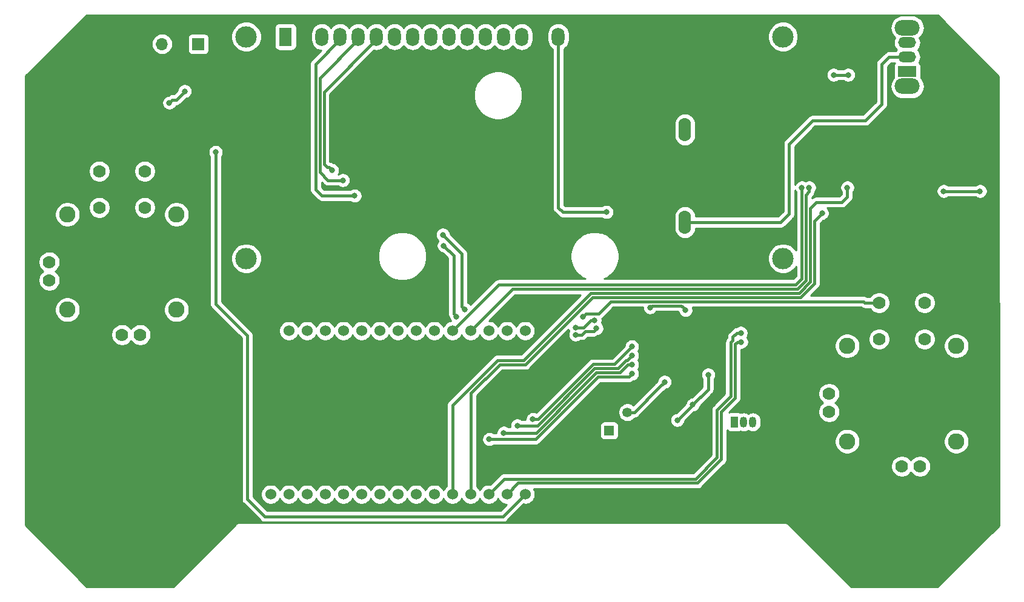
<source format=gbr>
G04 #@! TF.GenerationSoftware,KiCad,Pcbnew,(5.1.4)-1*
G04 #@! TF.CreationDate,2019-12-11T13:43:37-06:00*
G04 #@! TF.ProjectId,Rover_Controller,526f7665-725f-4436-9f6e-74726f6c6c65,rev?*
G04 #@! TF.SameCoordinates,Original*
G04 #@! TF.FileFunction,Copper,L2,Bot*
G04 #@! TF.FilePolarity,Positive*
%FSLAX46Y46*%
G04 Gerber Fmt 4.6, Leading zero omitted, Abs format (unit mm)*
G04 Created by KiCad (PCBNEW (5.1.4)-1) date 2019-12-11 13:43:37*
%MOMM*%
%LPD*%
G04 APERTURE LIST*
%ADD10O,1.750000X3.300001*%
%ADD11O,1.700000X1.700000*%
%ADD12R,1.700000X1.700000*%
%ADD13C,3.000000*%
%ADD14O,1.800000X2.600000*%
%ADD15R,1.800000X2.600000*%
%ADD16C,1.778000*%
%ADD17C,2.286000*%
%ADD18R,1.050000X1.500000*%
%ADD19O,1.050000X1.500000*%
%ADD20C,1.524000*%
%ADD21R,1.346200X1.346200*%
%ADD22C,1.346200*%
%ADD23R,2.500000X1.500000*%
%ADD24O,2.500000X1.500000*%
%ADD25O,3.500000X2.200000*%
%ADD26C,0.800000*%
%ADD27C,0.381000*%
%ADD28C,0.254000*%
G04 APERTURE END LIST*
D10*
X168830000Y-81823200D03*
X168830000Y-68873200D03*
D11*
X95758000Y-56896000D03*
X98298000Y-56896000D03*
D12*
X100838000Y-56896000D03*
D13*
X182530000Y-55880000D03*
X182529480Y-86880700D03*
X107530900Y-86880700D03*
X107530900Y-55880000D03*
D14*
X151130000Y-55880000D03*
X148590000Y-55880000D03*
X146050000Y-55880000D03*
X143510000Y-55880000D03*
X140970000Y-55880000D03*
X138430000Y-55880000D03*
X135890000Y-55880000D03*
X133350000Y-55880000D03*
X130810000Y-55880000D03*
X128270000Y-55880000D03*
X125730000Y-55880000D03*
X123190000Y-55880000D03*
X120650000Y-55880000D03*
X118110000Y-55880000D03*
X115570000Y-55880000D03*
D15*
X113030000Y-55880000D03*
D16*
X202311000Y-93065600D03*
X195961000Y-93065600D03*
X195961000Y-98145600D03*
X202311000Y-98145600D03*
X188976000Y-103225600D03*
X188976000Y-108305600D03*
X188976000Y-105765600D03*
X196596000Y-115925600D03*
X199136000Y-115925600D03*
X201676000Y-115925600D03*
D17*
X191516000Y-112433100D03*
X206756000Y-112433100D03*
X206756000Y-99098100D03*
X191516000Y-99098100D03*
D18*
X175768000Y-109728000D03*
D19*
X178308000Y-109728000D03*
X177038000Y-109728000D03*
D16*
X93345000Y-74676000D03*
X86995000Y-74676000D03*
X86995000Y-79756000D03*
X93345000Y-79756000D03*
X80010000Y-84836000D03*
X80010000Y-89916000D03*
X80010000Y-87376000D03*
X87630000Y-97536000D03*
X90170000Y-97536000D03*
X92710000Y-97536000D03*
D17*
X82550000Y-94043500D03*
X97790000Y-94043500D03*
X97790000Y-80708500D03*
X82550000Y-80708500D03*
D20*
X146507200Y-96977200D03*
X146507200Y-119837200D03*
X143967200Y-96977200D03*
X143967200Y-119837200D03*
X141427200Y-96977200D03*
X141427200Y-119837200D03*
X138887200Y-96977200D03*
X138887200Y-119837200D03*
X136347200Y-96977200D03*
X136347200Y-119837200D03*
X133807200Y-96977200D03*
X133807200Y-119837200D03*
X131267200Y-96977200D03*
X131267200Y-119837200D03*
X128727200Y-96977200D03*
X128727200Y-119837200D03*
X126187200Y-96977200D03*
X126187200Y-119837200D03*
X123647200Y-96977200D03*
X123647200Y-119837200D03*
X121107200Y-96977200D03*
X121107200Y-119837200D03*
X118567200Y-96977200D03*
X118567200Y-119837200D03*
X116027200Y-96977200D03*
X116027200Y-119837200D03*
X113487200Y-96977200D03*
X113487200Y-119837200D03*
X110947200Y-96977200D03*
X110947200Y-119837200D03*
D21*
X158242000Y-110921800D03*
D22*
X160782000Y-108381800D03*
X163322000Y-110921800D03*
D23*
X199898000Y-60706000D03*
D24*
X199898000Y-58706000D03*
X199898000Y-56706000D03*
D25*
X199898000Y-62806000D03*
X199898000Y-54606000D03*
D26*
X119507000Y-74549000D03*
X121031000Y-75946000D03*
X122682000Y-78105000D03*
X165989000Y-104140000D03*
X168910000Y-94107000D03*
X163957000Y-93726000D03*
X96774000Y-65113000D03*
X98933000Y-63500000D03*
X169926000Y-107315000D03*
X167767000Y-109474000D03*
X172085000Y-103124000D03*
X204978000Y-77470000D03*
X210058000Y-77470000D03*
X161417000Y-102997000D03*
X141478000Y-112141000D03*
X161417000Y-101727000D03*
X143510000Y-111252000D03*
X161417000Y-100457000D03*
X145415000Y-110236000D03*
X161417000Y-99187000D03*
X147574000Y-109347000D03*
X136906000Y-94996000D03*
X135128000Y-85090000D03*
X138049000Y-93980000D03*
X135001000Y-83566000D03*
X176641890Y-97271710D03*
X176692690Y-98541710D03*
X103251000Y-72009000D03*
X156210000Y-95504000D03*
X153543000Y-96520000D03*
X156464000Y-96647000D03*
X153543000Y-97536000D03*
X185166000Y-76962000D03*
X186182000Y-76962000D03*
X187984000Y-80542000D03*
X191516000Y-76962000D03*
X189611000Y-61214000D03*
X191643000Y-61214000D03*
X154559000Y-94996000D03*
X157861000Y-80391000D03*
X161417000Y-96647000D03*
X176784000Y-95631000D03*
X185801000Y-96774000D03*
X194818000Y-63923400D03*
X210820000Y-67056000D03*
X172212000Y-111760000D03*
X84592000Y-54483000D03*
X152968000Y-92456000D03*
X193915000Y-71769000D03*
X206502000Y-70104000D03*
D27*
X125730000Y-56280000D02*
X125730000Y-55880000D01*
X118383020Y-63626980D02*
X125730000Y-56280000D01*
X118383020Y-73679020D02*
X118383020Y-63626980D01*
X118853001Y-74149001D02*
X118383020Y-73679020D01*
X119107001Y-74149001D02*
X118853001Y-74149001D01*
X119507000Y-74549000D02*
X119107001Y-74149001D01*
X123190000Y-56280000D02*
X123190000Y-55880000D01*
X117802010Y-61667990D02*
X123190000Y-56280000D01*
X117802010Y-74803000D02*
X117802010Y-61667990D01*
X118945010Y-75946000D02*
X117802010Y-74803000D01*
X121031000Y-75946000D02*
X118945010Y-75946000D01*
X120650000Y-56280000D02*
X120650000Y-55880000D01*
X117221000Y-59709000D02*
X120650000Y-56280000D01*
X117221000Y-77216000D02*
X117221000Y-59709000D01*
X118110000Y-78105000D02*
X117221000Y-77216000D01*
X122682000Y-78105000D02*
X118110000Y-78105000D01*
X161733907Y-108381800D02*
X165261970Y-104853737D01*
X160782000Y-108381800D02*
X161733907Y-108381800D01*
X165261970Y-104853737D02*
X165275263Y-104853737D01*
X165275263Y-104853737D02*
X165989000Y-104140000D01*
X165989000Y-104140000D02*
X165989000Y-104140000D01*
X168910000Y-94107000D02*
X168510001Y-93707001D01*
X168510001Y-93707001D02*
X168275000Y-93472000D01*
X168275000Y-93472000D02*
X164211000Y-93472000D01*
X164211000Y-93472000D02*
X163957000Y-93726000D01*
X163957000Y-93726000D02*
X163957000Y-93726000D01*
X97173999Y-64713001D02*
X97719999Y-64713001D01*
X96774000Y-65113000D02*
X97173999Y-64713001D01*
X97719999Y-64713001D02*
X98933000Y-63500000D01*
X98933000Y-63500000D02*
X98933000Y-63500000D01*
X169926000Y-107315000D02*
X169526001Y-107714999D01*
X169526001Y-107714999D02*
X167767000Y-109474000D01*
X167767000Y-109474000D02*
X167767000Y-109474000D01*
X172085000Y-105156000D02*
X169926000Y-107315000D01*
X172085000Y-103124000D02*
X172085000Y-105156000D01*
X204978000Y-77470000D02*
X210058000Y-77470000D01*
X210058000Y-77470000D02*
X210058000Y-77470000D01*
X161017001Y-103396999D02*
X156699001Y-103396999D01*
X161417000Y-102997000D02*
X161017001Y-103396999D01*
X156699001Y-103396999D02*
X147955000Y-112141000D01*
X147955000Y-112141000D02*
X144907000Y-112141000D01*
X144907000Y-112141000D02*
X144018000Y-112141000D01*
X144018000Y-112141000D02*
X141478000Y-112141000D01*
X141478000Y-112141000D02*
X141478000Y-112141000D01*
X160851315Y-101727000D02*
X159766000Y-102812315D01*
X161417000Y-101727000D02*
X160851315Y-101727000D01*
X159693011Y-102815989D02*
X156458338Y-102815990D01*
X159766000Y-102812315D02*
X159696685Y-102812315D01*
X159696685Y-102812315D02*
X159693011Y-102815989D01*
X156458338Y-102815990D02*
X154148164Y-105126164D01*
X154148164Y-105126164D02*
X148022328Y-111252000D01*
X148022328Y-111252000D02*
X145415000Y-111252000D01*
X145415000Y-111252000D02*
X143510000Y-111252000D01*
X143510000Y-111252000D02*
X143510000Y-111252000D01*
X160610653Y-101145990D02*
X159521663Y-102234980D01*
X161417000Y-100457000D02*
X160728010Y-101145990D01*
X160728010Y-101145990D02*
X160610653Y-101145990D01*
X159521663Y-102234980D02*
X156217675Y-102234981D01*
X156217675Y-102234981D02*
X148216656Y-110236000D01*
X148216656Y-110236000D02*
X146431000Y-110236000D01*
X146431000Y-110236000D02*
X145415000Y-110236000D01*
X145415000Y-110236000D02*
X145415000Y-110236000D01*
X158950028Y-101653972D02*
X156898972Y-101653972D01*
X161417000Y-99187000D02*
X158950028Y-101653972D01*
X155977012Y-101653972D02*
X148283984Y-109347000D01*
X156898972Y-101653972D02*
X155977012Y-101653972D01*
X148283984Y-109347000D02*
X147574000Y-109347000D01*
X147574000Y-109347000D02*
X147574000Y-109347000D01*
X136506001Y-94596001D02*
X136506001Y-93961001D01*
X136906000Y-94996000D02*
X136506001Y-94596001D01*
X136506001Y-93961001D02*
X136506001Y-86468001D01*
X136506001Y-86468001D02*
X135128000Y-85090000D01*
X135128000Y-85090000D02*
X135128000Y-85090000D01*
X137649001Y-93580001D02*
X137649001Y-86214001D01*
X138049000Y-93980000D02*
X137649001Y-93580001D01*
X137649001Y-86214001D02*
X135001000Y-83566000D01*
X135001000Y-83566000D02*
X135001000Y-83566000D01*
X143583010Y-117681390D02*
X141427200Y-119837200D01*
X170303810Y-117681390D02*
X143583010Y-117681390D01*
X173307390Y-114677810D02*
X170303810Y-117681390D01*
X173307390Y-108064938D02*
X173307390Y-114677810D01*
X176641890Y-97271710D02*
X176076205Y-97271710D01*
X175514000Y-97833915D02*
X175514000Y-98333043D01*
X176076205Y-97271710D02*
X175514000Y-97833915D01*
X175237790Y-98609253D02*
X175237790Y-106134538D01*
X175514000Y-98333043D02*
X175237790Y-98609253D01*
X175237790Y-106134538D02*
X173307390Y-108064938D01*
X145542000Y-118262400D02*
X143967200Y-119837200D01*
X170586400Y-118262400D02*
X145542000Y-118262400D01*
X176127005Y-98541710D02*
X175818800Y-98849915D01*
X176692690Y-98541710D02*
X176127005Y-98541710D01*
X175818800Y-98849915D02*
X175818800Y-106375200D01*
X175818800Y-106375200D02*
X173888400Y-108305600D01*
X173888400Y-108305600D02*
X173888400Y-114960400D01*
X173888400Y-114960400D02*
X170586400Y-118262400D01*
X143408400Y-122936000D02*
X146507200Y-119837200D01*
X110109000Y-122936000D02*
X143408400Y-122936000D01*
X107696000Y-120523000D02*
X110109000Y-122936000D01*
X107696000Y-97663000D02*
X107696000Y-120523000D01*
X103251000Y-72009000D02*
X103251000Y-93218000D01*
X103251000Y-93218000D02*
X107696000Y-97663000D01*
X155644315Y-95504000D02*
X154628315Y-96520000D01*
X156210000Y-95504000D02*
X155644315Y-95504000D01*
X154628315Y-96520000D02*
X153543000Y-96520000D01*
X153543000Y-96520000D02*
X153543000Y-96520000D01*
X154922988Y-97046999D02*
X154433987Y-97536000D01*
X156464000Y-96647000D02*
X156064001Y-97046999D01*
X156064001Y-97046999D02*
X154922988Y-97046999D01*
X154433987Y-97536000D02*
X153543000Y-97536000D01*
X153543000Y-97536000D02*
X153543000Y-97536000D01*
X142773400Y-90551000D02*
X136347200Y-96977200D01*
X184277000Y-90551000D02*
X142773400Y-90551000D01*
X185166000Y-76962000D02*
X185166000Y-89662000D01*
X185166000Y-89662000D02*
X184277000Y-90551000D01*
X144732390Y-91132010D02*
X138887200Y-96977200D01*
X184517662Y-91132010D02*
X144732390Y-91132010D01*
X185747009Y-89902663D02*
X184517662Y-91132010D01*
X185747010Y-77962675D02*
X185747009Y-89902663D01*
X186182000Y-76962000D02*
X186182000Y-77527685D01*
X186182000Y-77527685D02*
X185747010Y-77962675D01*
X138887200Y-105714800D02*
X138887200Y-119837200D01*
X142928990Y-101673010D02*
X138887200Y-105714800D01*
X146544662Y-101673010D02*
X142928990Y-101673010D01*
X155923642Y-92294030D02*
X146544662Y-101673010D01*
X186909027Y-90383989D02*
X184998986Y-92294030D01*
X184998986Y-92294030D02*
X155923642Y-92294030D01*
X186909030Y-88773000D02*
X186909027Y-90383989D01*
X186909030Y-87283970D02*
X186909030Y-88773000D01*
X186909028Y-87283968D02*
X186909030Y-87283970D01*
X186909028Y-81616972D02*
X186909028Y-87283968D01*
X187984000Y-80542000D02*
X186909028Y-81616972D01*
X136347200Y-107365800D02*
X136347200Y-119837200D01*
X142621000Y-101092000D02*
X136347200Y-107365800D01*
X146304000Y-101092000D02*
X142621000Y-101092000D01*
X155682980Y-91713020D02*
X146304000Y-101092000D01*
X184758324Y-91713020D02*
X155682980Y-91713020D01*
X191516000Y-78232000D02*
X190754000Y-78994000D01*
X191516000Y-76962000D02*
X191516000Y-78232000D01*
X187198000Y-78994000D02*
X186328019Y-79863981D01*
X186328019Y-79863981D02*
X186328018Y-90143326D01*
X190754000Y-78994000D02*
X187198000Y-78994000D01*
X186328018Y-90143326D02*
X184758324Y-91713020D01*
X189611000Y-61214000D02*
X191643000Y-61214000D01*
X191643000Y-61214000D02*
X191643000Y-61214000D01*
X193954520Y-93065600D02*
X195961000Y-93065600D01*
X193763960Y-92875040D02*
X193954520Y-93065600D01*
X158457960Y-92875040D02*
X193763960Y-92875040D01*
X156736999Y-94596001D02*
X158457960Y-92875040D01*
X154559000Y-94996000D02*
X154958999Y-94596001D01*
X154958999Y-94596001D02*
X156736999Y-94596001D01*
X183388000Y-70866000D02*
X186690000Y-67564000D01*
X183388000Y-80645000D02*
X183388000Y-70866000D01*
X168830000Y-81823200D02*
X182209800Y-81823200D01*
X182209800Y-81823200D02*
X183388000Y-80645000D01*
X186690000Y-67564000D02*
X194056000Y-67564000D01*
X194056000Y-67564000D02*
X196342000Y-65278000D01*
X196342000Y-65278000D02*
X196342000Y-59690000D01*
X197326000Y-58706000D02*
X199898000Y-58706000D01*
X196342000Y-59690000D02*
X197326000Y-58706000D01*
X151130000Y-55880000D02*
X151130000Y-67437000D01*
X151130000Y-67437000D02*
X151130000Y-79756000D01*
X151130000Y-79756000D02*
X151765000Y-80391000D01*
X151765000Y-80391000D02*
X157861000Y-80391000D01*
X157861000Y-80391000D02*
X157861000Y-80391000D01*
D28*
G36*
X212676327Y-61375900D02*
G01*
X212701475Y-124196123D01*
X204129799Y-132767800D01*
X192084802Y-132767800D01*
X183367604Y-124050603D01*
X183343801Y-124021599D01*
X183228076Y-123926626D01*
X183096047Y-123856054D01*
X182952786Y-123812597D01*
X182841133Y-123801600D01*
X182841122Y-123801600D01*
X182803800Y-123797924D01*
X182766478Y-123801600D01*
X182751599Y-123801600D01*
X106614784Y-123776212D01*
X106576236Y-123772526D01*
X106502773Y-123779972D01*
X106429664Y-123787148D01*
X106428505Y-123787499D01*
X106427293Y-123787622D01*
X106356749Y-123809240D01*
X106286389Y-123830557D01*
X106285318Y-123831129D01*
X106284156Y-123831485D01*
X106219271Y-123866404D01*
X106154336Y-123901085D01*
X106153397Y-123901855D01*
X106152327Y-123902431D01*
X106095341Y-123949468D01*
X106038580Y-123996019D01*
X106014015Y-124025931D01*
X97321537Y-132767800D01*
X85227629Y-132767800D01*
X76655451Y-124171475D01*
X76676886Y-97385899D01*
X88646000Y-97385899D01*
X88646000Y-97686101D01*
X88704566Y-97980534D01*
X88819449Y-98257885D01*
X88986232Y-98507493D01*
X89198507Y-98719768D01*
X89448115Y-98886551D01*
X89725466Y-99001434D01*
X90019899Y-99060000D01*
X90320101Y-99060000D01*
X90614534Y-99001434D01*
X90891885Y-98886551D01*
X91141493Y-98719768D01*
X91353768Y-98507493D01*
X91440000Y-98378438D01*
X91526232Y-98507493D01*
X91738507Y-98719768D01*
X91988115Y-98886551D01*
X92265466Y-99001434D01*
X92559899Y-99060000D01*
X92860101Y-99060000D01*
X93154534Y-99001434D01*
X93431885Y-98886551D01*
X93681493Y-98719768D01*
X93893768Y-98507493D01*
X94060551Y-98257885D01*
X94175434Y-97980534D01*
X94234000Y-97686101D01*
X94234000Y-97385899D01*
X94175434Y-97091466D01*
X94060551Y-96814115D01*
X93893768Y-96564507D01*
X93681493Y-96352232D01*
X93431885Y-96185449D01*
X93154534Y-96070566D01*
X92860101Y-96012000D01*
X92559899Y-96012000D01*
X92265466Y-96070566D01*
X91988115Y-96185449D01*
X91738507Y-96352232D01*
X91526232Y-96564507D01*
X91440000Y-96693562D01*
X91353768Y-96564507D01*
X91141493Y-96352232D01*
X90891885Y-96185449D01*
X90614534Y-96070566D01*
X90320101Y-96012000D01*
X90019899Y-96012000D01*
X89725466Y-96070566D01*
X89448115Y-96185449D01*
X89198507Y-96352232D01*
X88986232Y-96564507D01*
X88819449Y-96814115D01*
X88704566Y-97091466D01*
X88646000Y-97385899D01*
X76676886Y-97385899D01*
X76679702Y-93868382D01*
X80772000Y-93868382D01*
X80772000Y-94218618D01*
X80840328Y-94562123D01*
X80974357Y-94885699D01*
X81168937Y-95176909D01*
X81416591Y-95424563D01*
X81707801Y-95619143D01*
X82031377Y-95753172D01*
X82374882Y-95821500D01*
X82725118Y-95821500D01*
X83068623Y-95753172D01*
X83392199Y-95619143D01*
X83683409Y-95424563D01*
X83931063Y-95176909D01*
X84125643Y-94885699D01*
X84259672Y-94562123D01*
X84328000Y-94218618D01*
X84328000Y-93868382D01*
X96012000Y-93868382D01*
X96012000Y-94218618D01*
X96080328Y-94562123D01*
X96214357Y-94885699D01*
X96408937Y-95176909D01*
X96656591Y-95424563D01*
X96947801Y-95619143D01*
X97271377Y-95753172D01*
X97614882Y-95821500D01*
X97965118Y-95821500D01*
X98308623Y-95753172D01*
X98632199Y-95619143D01*
X98923409Y-95424563D01*
X99171063Y-95176909D01*
X99365643Y-94885699D01*
X99499672Y-94562123D01*
X99568000Y-94218618D01*
X99568000Y-93868382D01*
X99499672Y-93524877D01*
X99365643Y-93201301D01*
X99171063Y-92910091D01*
X98923409Y-92662437D01*
X98632199Y-92467857D01*
X98308623Y-92333828D01*
X97965118Y-92265500D01*
X97614882Y-92265500D01*
X97271377Y-92333828D01*
X96947801Y-92467857D01*
X96656591Y-92662437D01*
X96408937Y-92910091D01*
X96214357Y-93201301D01*
X96080328Y-93524877D01*
X96012000Y-93868382D01*
X84328000Y-93868382D01*
X84259672Y-93524877D01*
X84125643Y-93201301D01*
X83931063Y-92910091D01*
X83683409Y-92662437D01*
X83392199Y-92467857D01*
X83068623Y-92333828D01*
X82725118Y-92265500D01*
X82374882Y-92265500D01*
X82031377Y-92333828D01*
X81707801Y-92467857D01*
X81416591Y-92662437D01*
X81168937Y-92910091D01*
X80974357Y-93201301D01*
X80840328Y-93524877D01*
X80772000Y-93868382D01*
X76679702Y-93868382D01*
X76685019Y-87225899D01*
X78486000Y-87225899D01*
X78486000Y-87526101D01*
X78544566Y-87820534D01*
X78659449Y-88097885D01*
X78826232Y-88347493D01*
X79038507Y-88559768D01*
X79167562Y-88646000D01*
X79038507Y-88732232D01*
X78826232Y-88944507D01*
X78659449Y-89194115D01*
X78544566Y-89471466D01*
X78486000Y-89765899D01*
X78486000Y-90066101D01*
X78544566Y-90360534D01*
X78659449Y-90637885D01*
X78826232Y-90887493D01*
X79038507Y-91099768D01*
X79288115Y-91266551D01*
X79565466Y-91381434D01*
X79859899Y-91440000D01*
X80160101Y-91440000D01*
X80454534Y-91381434D01*
X80731885Y-91266551D01*
X80981493Y-91099768D01*
X81193768Y-90887493D01*
X81360551Y-90637885D01*
X81475434Y-90360534D01*
X81534000Y-90066101D01*
X81534000Y-89765899D01*
X81475434Y-89471466D01*
X81360551Y-89194115D01*
X81193768Y-88944507D01*
X80981493Y-88732232D01*
X80852438Y-88646000D01*
X80981493Y-88559768D01*
X81193768Y-88347493D01*
X81360551Y-88097885D01*
X81475434Y-87820534D01*
X81534000Y-87526101D01*
X81534000Y-87225899D01*
X81475434Y-86931466D01*
X81360551Y-86654115D01*
X81193768Y-86404507D01*
X80981493Y-86192232D01*
X80731885Y-86025449D01*
X80454534Y-85910566D01*
X80160101Y-85852000D01*
X79859899Y-85852000D01*
X79565466Y-85910566D01*
X79288115Y-86025449D01*
X79038507Y-86192232D01*
X78826232Y-86404507D01*
X78659449Y-86654115D01*
X78544566Y-86931466D01*
X78486000Y-87225899D01*
X76685019Y-87225899D01*
X76690375Y-80533382D01*
X80772000Y-80533382D01*
X80772000Y-80883618D01*
X80840328Y-81227123D01*
X80974357Y-81550699D01*
X81168937Y-81841909D01*
X81416591Y-82089563D01*
X81707801Y-82284143D01*
X82031377Y-82418172D01*
X82374882Y-82486500D01*
X82725118Y-82486500D01*
X83068623Y-82418172D01*
X83392199Y-82284143D01*
X83683409Y-82089563D01*
X83931063Y-81841909D01*
X84125643Y-81550699D01*
X84259672Y-81227123D01*
X84328000Y-80883618D01*
X84328000Y-80533382D01*
X84259672Y-80189877D01*
X84125643Y-79866301D01*
X83951649Y-79605899D01*
X85471000Y-79605899D01*
X85471000Y-79906101D01*
X85529566Y-80200534D01*
X85644449Y-80477885D01*
X85811232Y-80727493D01*
X86023507Y-80939768D01*
X86273115Y-81106551D01*
X86550466Y-81221434D01*
X86844899Y-81280000D01*
X87145101Y-81280000D01*
X87439534Y-81221434D01*
X87716885Y-81106551D01*
X87966493Y-80939768D01*
X88178768Y-80727493D01*
X88345551Y-80477885D01*
X88460434Y-80200534D01*
X88519000Y-79906101D01*
X88519000Y-79605899D01*
X91821000Y-79605899D01*
X91821000Y-79906101D01*
X91879566Y-80200534D01*
X91994449Y-80477885D01*
X92161232Y-80727493D01*
X92373507Y-80939768D01*
X92623115Y-81106551D01*
X92900466Y-81221434D01*
X93194899Y-81280000D01*
X93495101Y-81280000D01*
X93789534Y-81221434D01*
X94066885Y-81106551D01*
X94316493Y-80939768D01*
X94528768Y-80727493D01*
X94658469Y-80533382D01*
X96012000Y-80533382D01*
X96012000Y-80883618D01*
X96080328Y-81227123D01*
X96214357Y-81550699D01*
X96408937Y-81841909D01*
X96656591Y-82089563D01*
X96947801Y-82284143D01*
X97271377Y-82418172D01*
X97614882Y-82486500D01*
X97965118Y-82486500D01*
X98308623Y-82418172D01*
X98632199Y-82284143D01*
X98923409Y-82089563D01*
X99171063Y-81841909D01*
X99365643Y-81550699D01*
X99499672Y-81227123D01*
X99568000Y-80883618D01*
X99568000Y-80533382D01*
X99499672Y-80189877D01*
X99365643Y-79866301D01*
X99171063Y-79575091D01*
X98923409Y-79327437D01*
X98632199Y-79132857D01*
X98308623Y-78998828D01*
X97965118Y-78930500D01*
X97614882Y-78930500D01*
X97271377Y-78998828D01*
X96947801Y-79132857D01*
X96656591Y-79327437D01*
X96408937Y-79575091D01*
X96214357Y-79866301D01*
X96080328Y-80189877D01*
X96012000Y-80533382D01*
X94658469Y-80533382D01*
X94695551Y-80477885D01*
X94810434Y-80200534D01*
X94869000Y-79906101D01*
X94869000Y-79605899D01*
X94810434Y-79311466D01*
X94695551Y-79034115D01*
X94528768Y-78784507D01*
X94316493Y-78572232D01*
X94066885Y-78405449D01*
X93789534Y-78290566D01*
X93495101Y-78232000D01*
X93194899Y-78232000D01*
X92900466Y-78290566D01*
X92623115Y-78405449D01*
X92373507Y-78572232D01*
X92161232Y-78784507D01*
X91994449Y-79034115D01*
X91879566Y-79311466D01*
X91821000Y-79605899D01*
X88519000Y-79605899D01*
X88460434Y-79311466D01*
X88345551Y-79034115D01*
X88178768Y-78784507D01*
X87966493Y-78572232D01*
X87716885Y-78405449D01*
X87439534Y-78290566D01*
X87145101Y-78232000D01*
X86844899Y-78232000D01*
X86550466Y-78290566D01*
X86273115Y-78405449D01*
X86023507Y-78572232D01*
X85811232Y-78784507D01*
X85644449Y-79034115D01*
X85529566Y-79311466D01*
X85471000Y-79605899D01*
X83951649Y-79605899D01*
X83931063Y-79575091D01*
X83683409Y-79327437D01*
X83392199Y-79132857D01*
X83068623Y-78998828D01*
X82725118Y-78930500D01*
X82374882Y-78930500D01*
X82031377Y-78998828D01*
X81707801Y-79132857D01*
X81416591Y-79327437D01*
X81168937Y-79575091D01*
X80974357Y-79866301D01*
X80840328Y-80189877D01*
X80772000Y-80533382D01*
X76690375Y-80533382D01*
X76695183Y-74525899D01*
X85471000Y-74525899D01*
X85471000Y-74826101D01*
X85529566Y-75120534D01*
X85644449Y-75397885D01*
X85811232Y-75647493D01*
X86023507Y-75859768D01*
X86273115Y-76026551D01*
X86550466Y-76141434D01*
X86844899Y-76200000D01*
X87145101Y-76200000D01*
X87439534Y-76141434D01*
X87716885Y-76026551D01*
X87966493Y-75859768D01*
X88178768Y-75647493D01*
X88345551Y-75397885D01*
X88460434Y-75120534D01*
X88519000Y-74826101D01*
X88519000Y-74525899D01*
X91821000Y-74525899D01*
X91821000Y-74826101D01*
X91879566Y-75120534D01*
X91994449Y-75397885D01*
X92161232Y-75647493D01*
X92373507Y-75859768D01*
X92623115Y-76026551D01*
X92900466Y-76141434D01*
X93194899Y-76200000D01*
X93495101Y-76200000D01*
X93789534Y-76141434D01*
X94066885Y-76026551D01*
X94316493Y-75859768D01*
X94528768Y-75647493D01*
X94695551Y-75397885D01*
X94810434Y-75120534D01*
X94869000Y-74826101D01*
X94869000Y-74525899D01*
X94810434Y-74231466D01*
X94695551Y-73954115D01*
X94528768Y-73704507D01*
X94316493Y-73492232D01*
X94066885Y-73325449D01*
X93789534Y-73210566D01*
X93495101Y-73152000D01*
X93194899Y-73152000D01*
X92900466Y-73210566D01*
X92623115Y-73325449D01*
X92373507Y-73492232D01*
X92161232Y-73704507D01*
X91994449Y-73954115D01*
X91879566Y-74231466D01*
X91821000Y-74525899D01*
X88519000Y-74525899D01*
X88460434Y-74231466D01*
X88345551Y-73954115D01*
X88178768Y-73704507D01*
X87966493Y-73492232D01*
X87716885Y-73325449D01*
X87439534Y-73210566D01*
X87145101Y-73152000D01*
X86844899Y-73152000D01*
X86550466Y-73210566D01*
X86273115Y-73325449D01*
X86023507Y-73492232D01*
X85811232Y-73704507D01*
X85644449Y-73954115D01*
X85529566Y-74231466D01*
X85471000Y-74525899D01*
X76695183Y-74525899D01*
X76697278Y-71907061D01*
X102216000Y-71907061D01*
X102216000Y-72110939D01*
X102255774Y-72310898D01*
X102333795Y-72499256D01*
X102425500Y-72636503D01*
X102425501Y-93177439D01*
X102421506Y-93218000D01*
X102437445Y-93379826D01*
X102484647Y-93535433D01*
X102561301Y-93678842D01*
X102584411Y-93707001D01*
X102664460Y-93804541D01*
X102695961Y-93830393D01*
X106870500Y-98004933D01*
X106870501Y-120482439D01*
X106866506Y-120523000D01*
X106882445Y-120684826D01*
X106929647Y-120840433D01*
X107006301Y-120983842D01*
X107067863Y-121058854D01*
X107109460Y-121109541D01*
X107140961Y-121135393D01*
X109496606Y-123491039D01*
X109522459Y-123522541D01*
X109648158Y-123625699D01*
X109791566Y-123702353D01*
X109947174Y-123749556D01*
X110068447Y-123761500D01*
X110068449Y-123761500D01*
X110108999Y-123765494D01*
X110149550Y-123761500D01*
X143367850Y-123761500D01*
X143408400Y-123765494D01*
X143448950Y-123761500D01*
X143448953Y-123761500D01*
X143570226Y-123749556D01*
X143725834Y-123702353D01*
X143869242Y-123625699D01*
X143994941Y-123522541D01*
X144020798Y-123491034D01*
X146292892Y-121218940D01*
X146369608Y-121234200D01*
X146644792Y-121234200D01*
X146914690Y-121180514D01*
X147168927Y-121075205D01*
X147397735Y-120922320D01*
X147592320Y-120727735D01*
X147745205Y-120498927D01*
X147850514Y-120244690D01*
X147904200Y-119974792D01*
X147904200Y-119699608D01*
X147850514Y-119429710D01*
X147745205Y-119175473D01*
X147686690Y-119087900D01*
X170545850Y-119087900D01*
X170586400Y-119091894D01*
X170626950Y-119087900D01*
X170626953Y-119087900D01*
X170748226Y-119075956D01*
X170903834Y-119028753D01*
X171047242Y-118952099D01*
X171172941Y-118848941D01*
X171198798Y-118817434D01*
X174240733Y-115775499D01*
X197612000Y-115775499D01*
X197612000Y-116075701D01*
X197670566Y-116370134D01*
X197785449Y-116647485D01*
X197952232Y-116897093D01*
X198164507Y-117109368D01*
X198414115Y-117276151D01*
X198691466Y-117391034D01*
X198985899Y-117449600D01*
X199286101Y-117449600D01*
X199580534Y-117391034D01*
X199857885Y-117276151D01*
X200107493Y-117109368D01*
X200319768Y-116897093D01*
X200406000Y-116768038D01*
X200492232Y-116897093D01*
X200704507Y-117109368D01*
X200954115Y-117276151D01*
X201231466Y-117391034D01*
X201525899Y-117449600D01*
X201826101Y-117449600D01*
X202120534Y-117391034D01*
X202397885Y-117276151D01*
X202647493Y-117109368D01*
X202859768Y-116897093D01*
X203026551Y-116647485D01*
X203141434Y-116370134D01*
X203200000Y-116075701D01*
X203200000Y-115775499D01*
X203141434Y-115481066D01*
X203026551Y-115203715D01*
X202859768Y-114954107D01*
X202647493Y-114741832D01*
X202397885Y-114575049D01*
X202120534Y-114460166D01*
X201826101Y-114401600D01*
X201525899Y-114401600D01*
X201231466Y-114460166D01*
X200954115Y-114575049D01*
X200704507Y-114741832D01*
X200492232Y-114954107D01*
X200406000Y-115083162D01*
X200319768Y-114954107D01*
X200107493Y-114741832D01*
X199857885Y-114575049D01*
X199580534Y-114460166D01*
X199286101Y-114401600D01*
X198985899Y-114401600D01*
X198691466Y-114460166D01*
X198414115Y-114575049D01*
X198164507Y-114741832D01*
X197952232Y-114954107D01*
X197785449Y-115203715D01*
X197670566Y-115481066D01*
X197612000Y-115775499D01*
X174240733Y-115775499D01*
X174443439Y-115572794D01*
X174474941Y-115546941D01*
X174529003Y-115481066D01*
X174578099Y-115421243D01*
X174654753Y-115277834D01*
X174668398Y-115232852D01*
X174701956Y-115122226D01*
X174713900Y-115000953D01*
X174713900Y-115000951D01*
X174717894Y-114960401D01*
X174713900Y-114919850D01*
X174713900Y-112257982D01*
X189738000Y-112257982D01*
X189738000Y-112608218D01*
X189806328Y-112951723D01*
X189940357Y-113275299D01*
X190134937Y-113566509D01*
X190382591Y-113814163D01*
X190673801Y-114008743D01*
X190997377Y-114142772D01*
X191340882Y-114211100D01*
X191691118Y-114211100D01*
X192034623Y-114142772D01*
X192358199Y-114008743D01*
X192649409Y-113814163D01*
X192897063Y-113566509D01*
X193091643Y-113275299D01*
X193225672Y-112951723D01*
X193294000Y-112608218D01*
X193294000Y-112257982D01*
X204978000Y-112257982D01*
X204978000Y-112608218D01*
X205046328Y-112951723D01*
X205180357Y-113275299D01*
X205374937Y-113566509D01*
X205622591Y-113814163D01*
X205913801Y-114008743D01*
X206237377Y-114142772D01*
X206580882Y-114211100D01*
X206931118Y-114211100D01*
X207274623Y-114142772D01*
X207598199Y-114008743D01*
X207889409Y-113814163D01*
X208137063Y-113566509D01*
X208331643Y-113275299D01*
X208465672Y-112951723D01*
X208534000Y-112608218D01*
X208534000Y-112257982D01*
X208465672Y-111914477D01*
X208331643Y-111590901D01*
X208137063Y-111299691D01*
X207889409Y-111052037D01*
X207598199Y-110857457D01*
X207274623Y-110723428D01*
X206931118Y-110655100D01*
X206580882Y-110655100D01*
X206237377Y-110723428D01*
X205913801Y-110857457D01*
X205622591Y-111052037D01*
X205374937Y-111299691D01*
X205180357Y-111590901D01*
X205046328Y-111914477D01*
X204978000Y-112257982D01*
X193294000Y-112257982D01*
X193225672Y-111914477D01*
X193091643Y-111590901D01*
X192897063Y-111299691D01*
X192649409Y-111052037D01*
X192358199Y-110857457D01*
X192034623Y-110723428D01*
X191691118Y-110655100D01*
X191340882Y-110655100D01*
X190997377Y-110723428D01*
X190673801Y-110857457D01*
X190382591Y-111052037D01*
X190134937Y-111299691D01*
X189940357Y-111590901D01*
X189806328Y-111914477D01*
X189738000Y-112257982D01*
X174713900Y-112257982D01*
X174713900Y-110834245D01*
X174791815Y-110929185D01*
X174888506Y-111008537D01*
X174998820Y-111067502D01*
X175118518Y-111103812D01*
X175243000Y-111116072D01*
X176293000Y-111116072D01*
X176417482Y-111103812D01*
X176537180Y-111067502D01*
X176601902Y-111032907D01*
X176810601Y-111096215D01*
X177038000Y-111118612D01*
X177265400Y-111096215D01*
X177484060Y-111029885D01*
X177673001Y-110928894D01*
X177861941Y-111029885D01*
X178080601Y-111096215D01*
X178308000Y-111118612D01*
X178535400Y-111096215D01*
X178754060Y-111029885D01*
X178955579Y-110922171D01*
X179132212Y-110777212D01*
X179277171Y-110600579D01*
X179384885Y-110399059D01*
X179451215Y-110180399D01*
X179468000Y-110009978D01*
X179468000Y-109446021D01*
X179451215Y-109275600D01*
X179384885Y-109056940D01*
X179277171Y-108855421D01*
X179132212Y-108678788D01*
X178955578Y-108533829D01*
X178754059Y-108426115D01*
X178535399Y-108359785D01*
X178308000Y-108337388D01*
X178080600Y-108359785D01*
X177861940Y-108426115D01*
X177673000Y-108527106D01*
X177484059Y-108426115D01*
X177265399Y-108359785D01*
X177038000Y-108337388D01*
X176810600Y-108359785D01*
X176601902Y-108423093D01*
X176537180Y-108388498D01*
X176417482Y-108352188D01*
X176293000Y-108339928D01*
X175243000Y-108339928D01*
X175118518Y-108352188D01*
X174998820Y-108388498D01*
X174943210Y-108418223D01*
X176373845Y-106987589D01*
X176405341Y-106961741D01*
X176431189Y-106930245D01*
X176431192Y-106930242D01*
X176508499Y-106836043D01*
X176585153Y-106692634D01*
X176590168Y-106676101D01*
X176632356Y-106537026D01*
X176644300Y-106415753D01*
X176644300Y-106415751D01*
X176648294Y-106375200D01*
X176644300Y-106334650D01*
X176644300Y-105615499D01*
X187452000Y-105615499D01*
X187452000Y-105915701D01*
X187510566Y-106210134D01*
X187625449Y-106487485D01*
X187792232Y-106737093D01*
X188004507Y-106949368D01*
X188133562Y-107035600D01*
X188004507Y-107121832D01*
X187792232Y-107334107D01*
X187625449Y-107583715D01*
X187510566Y-107861066D01*
X187452000Y-108155499D01*
X187452000Y-108455701D01*
X187510566Y-108750134D01*
X187625449Y-109027485D01*
X187792232Y-109277093D01*
X188004507Y-109489368D01*
X188254115Y-109656151D01*
X188531466Y-109771034D01*
X188825899Y-109829600D01*
X189126101Y-109829600D01*
X189420534Y-109771034D01*
X189697885Y-109656151D01*
X189947493Y-109489368D01*
X190159768Y-109277093D01*
X190326551Y-109027485D01*
X190441434Y-108750134D01*
X190500000Y-108455701D01*
X190500000Y-108155499D01*
X190441434Y-107861066D01*
X190326551Y-107583715D01*
X190159768Y-107334107D01*
X189947493Y-107121832D01*
X189818438Y-107035600D01*
X189947493Y-106949368D01*
X190159768Y-106737093D01*
X190326551Y-106487485D01*
X190441434Y-106210134D01*
X190500000Y-105915701D01*
X190500000Y-105615499D01*
X190441434Y-105321066D01*
X190326551Y-105043715D01*
X190159768Y-104794107D01*
X189947493Y-104581832D01*
X189697885Y-104415049D01*
X189420534Y-104300166D01*
X189126101Y-104241600D01*
X188825899Y-104241600D01*
X188531466Y-104300166D01*
X188254115Y-104415049D01*
X188004507Y-104581832D01*
X187792232Y-104794107D01*
X187625449Y-105043715D01*
X187510566Y-105321066D01*
X187452000Y-105615499D01*
X176644300Y-105615499D01*
X176644300Y-99576710D01*
X176794629Y-99576710D01*
X176994588Y-99536936D01*
X177182946Y-99458915D01*
X177352464Y-99345647D01*
X177496627Y-99201484D01*
X177609895Y-99031966D01*
X177655037Y-98922982D01*
X189738000Y-98922982D01*
X189738000Y-99273218D01*
X189806328Y-99616723D01*
X189940357Y-99940299D01*
X190134937Y-100231509D01*
X190382591Y-100479163D01*
X190673801Y-100673743D01*
X190997377Y-100807772D01*
X191340882Y-100876100D01*
X191691118Y-100876100D01*
X192034623Y-100807772D01*
X192358199Y-100673743D01*
X192649409Y-100479163D01*
X192897063Y-100231509D01*
X193091643Y-99940299D01*
X193225672Y-99616723D01*
X193294000Y-99273218D01*
X193294000Y-98922982D01*
X193225672Y-98579477D01*
X193091643Y-98255901D01*
X192917649Y-97995499D01*
X194437000Y-97995499D01*
X194437000Y-98295701D01*
X194495566Y-98590134D01*
X194610449Y-98867485D01*
X194777232Y-99117093D01*
X194989507Y-99329368D01*
X195239115Y-99496151D01*
X195516466Y-99611034D01*
X195810899Y-99669600D01*
X196111101Y-99669600D01*
X196405534Y-99611034D01*
X196682885Y-99496151D01*
X196932493Y-99329368D01*
X197144768Y-99117093D01*
X197311551Y-98867485D01*
X197426434Y-98590134D01*
X197485000Y-98295701D01*
X197485000Y-97995499D01*
X200787000Y-97995499D01*
X200787000Y-98295701D01*
X200845566Y-98590134D01*
X200960449Y-98867485D01*
X201127232Y-99117093D01*
X201339507Y-99329368D01*
X201589115Y-99496151D01*
X201866466Y-99611034D01*
X202160899Y-99669600D01*
X202461101Y-99669600D01*
X202755534Y-99611034D01*
X203032885Y-99496151D01*
X203282493Y-99329368D01*
X203494768Y-99117093D01*
X203624469Y-98922982D01*
X204978000Y-98922982D01*
X204978000Y-99273218D01*
X205046328Y-99616723D01*
X205180357Y-99940299D01*
X205374937Y-100231509D01*
X205622591Y-100479163D01*
X205913801Y-100673743D01*
X206237377Y-100807772D01*
X206580882Y-100876100D01*
X206931118Y-100876100D01*
X207274623Y-100807772D01*
X207598199Y-100673743D01*
X207889409Y-100479163D01*
X208137063Y-100231509D01*
X208331643Y-99940299D01*
X208465672Y-99616723D01*
X208534000Y-99273218D01*
X208534000Y-98922982D01*
X208465672Y-98579477D01*
X208331643Y-98255901D01*
X208137063Y-97964691D01*
X207889409Y-97717037D01*
X207598199Y-97522457D01*
X207274623Y-97388428D01*
X206931118Y-97320100D01*
X206580882Y-97320100D01*
X206237377Y-97388428D01*
X205913801Y-97522457D01*
X205622591Y-97717037D01*
X205374937Y-97964691D01*
X205180357Y-98255901D01*
X205046328Y-98579477D01*
X204978000Y-98922982D01*
X203624469Y-98922982D01*
X203661551Y-98867485D01*
X203776434Y-98590134D01*
X203835000Y-98295701D01*
X203835000Y-97995499D01*
X203776434Y-97701066D01*
X203661551Y-97423715D01*
X203494768Y-97174107D01*
X203282493Y-96961832D01*
X203032885Y-96795049D01*
X202755534Y-96680166D01*
X202461101Y-96621600D01*
X202160899Y-96621600D01*
X201866466Y-96680166D01*
X201589115Y-96795049D01*
X201339507Y-96961832D01*
X201127232Y-97174107D01*
X200960449Y-97423715D01*
X200845566Y-97701066D01*
X200787000Y-97995499D01*
X197485000Y-97995499D01*
X197426434Y-97701066D01*
X197311551Y-97423715D01*
X197144768Y-97174107D01*
X196932493Y-96961832D01*
X196682885Y-96795049D01*
X196405534Y-96680166D01*
X196111101Y-96621600D01*
X195810899Y-96621600D01*
X195516466Y-96680166D01*
X195239115Y-96795049D01*
X194989507Y-96961832D01*
X194777232Y-97174107D01*
X194610449Y-97423715D01*
X194495566Y-97701066D01*
X194437000Y-97995499D01*
X192917649Y-97995499D01*
X192897063Y-97964691D01*
X192649409Y-97717037D01*
X192358199Y-97522457D01*
X192034623Y-97388428D01*
X191691118Y-97320100D01*
X191340882Y-97320100D01*
X190997377Y-97388428D01*
X190673801Y-97522457D01*
X190382591Y-97717037D01*
X190134937Y-97964691D01*
X189940357Y-98255901D01*
X189806328Y-98579477D01*
X189738000Y-98922982D01*
X177655037Y-98922982D01*
X177687916Y-98843608D01*
X177727690Y-98643649D01*
X177727690Y-98439771D01*
X177687916Y-98239812D01*
X177609895Y-98051454D01*
X177496627Y-97881936D01*
X177486021Y-97871330D01*
X177559095Y-97761966D01*
X177637116Y-97573608D01*
X177676890Y-97373649D01*
X177676890Y-97169771D01*
X177637116Y-96969812D01*
X177559095Y-96781454D01*
X177445827Y-96611936D01*
X177301664Y-96467773D01*
X177132146Y-96354505D01*
X176943788Y-96276484D01*
X176743829Y-96236710D01*
X176539951Y-96236710D01*
X176339992Y-96276484D01*
X176151634Y-96354505D01*
X176010711Y-96448666D01*
X175914379Y-96458154D01*
X175773134Y-96501000D01*
X175758771Y-96505357D01*
X175615362Y-96582011D01*
X175578899Y-96611936D01*
X175489664Y-96685169D01*
X175463811Y-96716671D01*
X174958965Y-97221517D01*
X174927459Y-97247374D01*
X174867775Y-97320100D01*
X174824301Y-97373073D01*
X174782682Y-97450937D01*
X174747647Y-97516482D01*
X174700444Y-97672090D01*
X174689840Y-97779759D01*
X174684506Y-97833915D01*
X174688500Y-97874465D01*
X174688500Y-97991111D01*
X174682755Y-97996856D01*
X174651249Y-98022712D01*
X174599913Y-98085266D01*
X174548091Y-98148411D01*
X174535901Y-98171217D01*
X174471437Y-98291820D01*
X174424234Y-98447428D01*
X174412290Y-98568700D01*
X174408296Y-98609253D01*
X174412290Y-98649804D01*
X174412291Y-105792603D01*
X172752356Y-107452540D01*
X172720849Y-107478397D01*
X172651604Y-107562773D01*
X172617691Y-107604096D01*
X172602545Y-107632433D01*
X172541037Y-107747505D01*
X172493834Y-107903113D01*
X172484268Y-108000241D01*
X172477896Y-108064938D01*
X172481890Y-108105489D01*
X172481891Y-114335875D01*
X169961878Y-116855890D01*
X143623560Y-116855890D01*
X143583010Y-116851896D01*
X143542459Y-116855890D01*
X143542457Y-116855890D01*
X143421184Y-116867834D01*
X143265576Y-116915037D01*
X143122167Y-116991691D01*
X143027968Y-117068998D01*
X143027965Y-117069001D01*
X142996469Y-117094849D01*
X142970621Y-117126345D01*
X141641508Y-118455460D01*
X141564792Y-118440200D01*
X141289608Y-118440200D01*
X141019710Y-118493886D01*
X140765473Y-118599195D01*
X140536665Y-118752080D01*
X140342080Y-118946665D01*
X140189195Y-119175473D01*
X140157200Y-119252715D01*
X140125205Y-119175473D01*
X139972320Y-118946665D01*
X139777735Y-118752080D01*
X139712700Y-118708625D01*
X139712700Y-112039061D01*
X140443000Y-112039061D01*
X140443000Y-112242939D01*
X140482774Y-112442898D01*
X140560795Y-112631256D01*
X140674063Y-112800774D01*
X140818226Y-112944937D01*
X140987744Y-113058205D01*
X141176102Y-113136226D01*
X141376061Y-113176000D01*
X141579939Y-113176000D01*
X141779898Y-113136226D01*
X141968256Y-113058205D01*
X142105503Y-112966500D01*
X147914450Y-112966500D01*
X147955000Y-112970494D01*
X147995550Y-112966500D01*
X147995553Y-112966500D01*
X148116826Y-112954556D01*
X148272434Y-112907353D01*
X148415842Y-112830699D01*
X148541541Y-112727541D01*
X148567398Y-112696034D01*
X151014732Y-110248700D01*
X156930828Y-110248700D01*
X156930828Y-111594900D01*
X156943088Y-111719382D01*
X156979398Y-111839080D01*
X157038363Y-111949394D01*
X157117715Y-112046085D01*
X157214406Y-112125437D01*
X157324720Y-112184402D01*
X157444418Y-112220712D01*
X157568900Y-112232972D01*
X158915100Y-112232972D01*
X159039582Y-112220712D01*
X159159280Y-112184402D01*
X159269594Y-112125437D01*
X159366285Y-112046085D01*
X159445637Y-111949394D01*
X159504602Y-111839080D01*
X159540912Y-111719382D01*
X159553172Y-111594900D01*
X159553172Y-110248700D01*
X159540912Y-110124218D01*
X159504602Y-110004520D01*
X159445637Y-109894206D01*
X159366285Y-109797515D01*
X159269594Y-109718163D01*
X159159280Y-109659198D01*
X159039582Y-109622888D01*
X158915100Y-109610628D01*
X157568900Y-109610628D01*
X157444418Y-109622888D01*
X157324720Y-109659198D01*
X157214406Y-109718163D01*
X157117715Y-109797515D01*
X157038363Y-109894206D01*
X156979398Y-110004520D01*
X156943088Y-110124218D01*
X156930828Y-110248700D01*
X151014732Y-110248700D01*
X153010469Y-108252963D01*
X159473900Y-108252963D01*
X159473900Y-108510637D01*
X159524170Y-108763359D01*
X159622777Y-109001418D01*
X159765933Y-109215665D01*
X159948135Y-109397867D01*
X160162382Y-109541023D01*
X160400441Y-109639630D01*
X160653163Y-109689900D01*
X160910837Y-109689900D01*
X161163559Y-109639630D01*
X161401618Y-109541023D01*
X161615865Y-109397867D01*
X161641671Y-109372061D01*
X166732000Y-109372061D01*
X166732000Y-109575939D01*
X166771774Y-109775898D01*
X166849795Y-109964256D01*
X166963063Y-110133774D01*
X167107226Y-110277937D01*
X167276744Y-110391205D01*
X167465102Y-110469226D01*
X167665061Y-110509000D01*
X167868939Y-110509000D01*
X168068898Y-110469226D01*
X168257256Y-110391205D01*
X168426774Y-110277937D01*
X168570937Y-110133774D01*
X168684205Y-109964256D01*
X168762226Y-109775898D01*
X168794429Y-109614004D01*
X170066005Y-108342428D01*
X170227898Y-108310226D01*
X170416256Y-108232205D01*
X170585774Y-108118937D01*
X170729937Y-107974774D01*
X170843205Y-107805256D01*
X170921226Y-107616898D01*
X170953429Y-107455004D01*
X172640039Y-105768394D01*
X172671541Y-105742541D01*
X172733296Y-105667292D01*
X172774699Y-105616843D01*
X172851353Y-105473434D01*
X172860027Y-105444839D01*
X172898556Y-105317826D01*
X172910500Y-105196553D01*
X172910500Y-105196551D01*
X172914494Y-105156001D01*
X172910500Y-105115450D01*
X172910500Y-103751503D01*
X173002205Y-103614256D01*
X173080226Y-103425898D01*
X173120000Y-103225939D01*
X173120000Y-103022061D01*
X173080226Y-102822102D01*
X173002205Y-102633744D01*
X172888937Y-102464226D01*
X172744774Y-102320063D01*
X172575256Y-102206795D01*
X172386898Y-102128774D01*
X172186939Y-102089000D01*
X171983061Y-102089000D01*
X171783102Y-102128774D01*
X171594744Y-102206795D01*
X171425226Y-102320063D01*
X171281063Y-102464226D01*
X171167795Y-102633744D01*
X171089774Y-102822102D01*
X171050000Y-103022061D01*
X171050000Y-103225939D01*
X171089774Y-103425898D01*
X171167795Y-103614256D01*
X171259500Y-103751503D01*
X171259501Y-104814066D01*
X169785996Y-106287571D01*
X169624102Y-106319774D01*
X169435744Y-106397795D01*
X169266226Y-106511063D01*
X169122063Y-106655226D01*
X169008795Y-106824744D01*
X168930774Y-107013102D01*
X168898572Y-107174995D01*
X167626996Y-108446571D01*
X167465102Y-108478774D01*
X167276744Y-108556795D01*
X167107226Y-108670063D01*
X166963063Y-108814226D01*
X166849795Y-108983744D01*
X166771774Y-109172102D01*
X166732000Y-109372061D01*
X161641671Y-109372061D01*
X161798067Y-109215665D01*
X161805713Y-109204222D01*
X161895733Y-109195356D01*
X162051341Y-109148153D01*
X162194749Y-109071499D01*
X162320448Y-108968341D01*
X162346305Y-108936834D01*
X165756180Y-105526961D01*
X165861804Y-105440278D01*
X165887660Y-105408772D01*
X166129004Y-105167428D01*
X166290898Y-105135226D01*
X166479256Y-105057205D01*
X166648774Y-104943937D01*
X166792937Y-104799774D01*
X166906205Y-104630256D01*
X166984226Y-104441898D01*
X167024000Y-104241939D01*
X167024000Y-104038061D01*
X166984226Y-103838102D01*
X166906205Y-103649744D01*
X166792937Y-103480226D01*
X166648774Y-103336063D01*
X166479256Y-103222795D01*
X166290898Y-103144774D01*
X166090939Y-103105000D01*
X165887061Y-103105000D01*
X165687102Y-103144774D01*
X165498744Y-103222795D01*
X165329226Y-103336063D01*
X165185063Y-103480226D01*
X165071795Y-103649744D01*
X164993774Y-103838102D01*
X164961572Y-103999996D01*
X164781066Y-104180501D01*
X164706928Y-104241345D01*
X164706925Y-104241348D01*
X164675429Y-104267196D01*
X164649581Y-104298692D01*
X161595889Y-107352386D01*
X161401618Y-107222577D01*
X161163559Y-107123970D01*
X160910837Y-107073700D01*
X160653163Y-107073700D01*
X160400441Y-107123970D01*
X160162382Y-107222577D01*
X159948135Y-107365733D01*
X159765933Y-107547935D01*
X159622777Y-107762182D01*
X159524170Y-108000241D01*
X159473900Y-108252963D01*
X153010469Y-108252963D01*
X157040935Y-104222499D01*
X160976451Y-104222499D01*
X161017001Y-104226493D01*
X161057551Y-104222499D01*
X161057554Y-104222499D01*
X161178827Y-104210555D01*
X161334435Y-104163352D01*
X161477843Y-104086698D01*
X161552668Y-104025291D01*
X161718898Y-103992226D01*
X161907256Y-103914205D01*
X162076774Y-103800937D01*
X162220937Y-103656774D01*
X162334205Y-103487256D01*
X162412226Y-103298898D01*
X162452000Y-103098939D01*
X162452000Y-102895061D01*
X162412226Y-102695102D01*
X162334205Y-102506744D01*
X162237490Y-102362000D01*
X162334205Y-102217256D01*
X162412226Y-102028898D01*
X162452000Y-101828939D01*
X162452000Y-101625061D01*
X162412226Y-101425102D01*
X162334205Y-101236744D01*
X162237490Y-101092000D01*
X162334205Y-100947256D01*
X162412226Y-100758898D01*
X162452000Y-100558939D01*
X162452000Y-100355061D01*
X162412226Y-100155102D01*
X162334205Y-99966744D01*
X162237490Y-99822000D01*
X162334205Y-99677256D01*
X162412226Y-99488898D01*
X162452000Y-99288939D01*
X162452000Y-99085061D01*
X162412226Y-98885102D01*
X162334205Y-98696744D01*
X162220937Y-98527226D01*
X162076774Y-98383063D01*
X161907256Y-98269795D01*
X161718898Y-98191774D01*
X161518939Y-98152000D01*
X161315061Y-98152000D01*
X161115102Y-98191774D01*
X160926744Y-98269795D01*
X160757226Y-98383063D01*
X160613063Y-98527226D01*
X160499795Y-98696744D01*
X160421774Y-98885102D01*
X160389572Y-99046996D01*
X158608096Y-100828472D01*
X156017562Y-100828472D01*
X155977012Y-100824478D01*
X155936461Y-100828472D01*
X155936459Y-100828472D01*
X155815186Y-100840416D01*
X155659578Y-100887619D01*
X155516169Y-100964273D01*
X155421970Y-101041580D01*
X155421967Y-101041583D01*
X155390471Y-101067431D01*
X155364623Y-101098927D01*
X148042690Y-108420862D01*
X147875898Y-108351774D01*
X147675939Y-108312000D01*
X147472061Y-108312000D01*
X147272102Y-108351774D01*
X147083744Y-108429795D01*
X146914226Y-108543063D01*
X146770063Y-108687226D01*
X146656795Y-108856744D01*
X146578774Y-109045102D01*
X146539000Y-109245061D01*
X146539000Y-109410500D01*
X146042503Y-109410500D01*
X145905256Y-109318795D01*
X145716898Y-109240774D01*
X145516939Y-109201000D01*
X145313061Y-109201000D01*
X145113102Y-109240774D01*
X144924744Y-109318795D01*
X144755226Y-109432063D01*
X144611063Y-109576226D01*
X144497795Y-109745744D01*
X144419774Y-109934102D01*
X144380000Y-110134061D01*
X144380000Y-110337939D01*
X144397616Y-110426500D01*
X144137503Y-110426500D01*
X144000256Y-110334795D01*
X143811898Y-110256774D01*
X143611939Y-110217000D01*
X143408061Y-110217000D01*
X143208102Y-110256774D01*
X143019744Y-110334795D01*
X142850226Y-110448063D01*
X142706063Y-110592226D01*
X142592795Y-110761744D01*
X142514774Y-110950102D01*
X142475000Y-111150061D01*
X142475000Y-111315500D01*
X142105503Y-111315500D01*
X141968256Y-111223795D01*
X141779898Y-111145774D01*
X141579939Y-111106000D01*
X141376061Y-111106000D01*
X141176102Y-111145774D01*
X140987744Y-111223795D01*
X140818226Y-111337063D01*
X140674063Y-111481226D01*
X140560795Y-111650744D01*
X140482774Y-111839102D01*
X140443000Y-112039061D01*
X139712700Y-112039061D01*
X139712700Y-106056732D01*
X143270923Y-102498510D01*
X146504112Y-102498510D01*
X146544662Y-102502504D01*
X146585212Y-102498510D01*
X146585215Y-102498510D01*
X146706488Y-102486566D01*
X146862096Y-102439363D01*
X147005504Y-102362709D01*
X147131203Y-102259551D01*
X147157060Y-102228044D01*
X152552294Y-96832811D01*
X152625795Y-97010256D01*
X152637651Y-97028000D01*
X152625795Y-97045744D01*
X152547774Y-97234102D01*
X152508000Y-97434061D01*
X152508000Y-97637939D01*
X152547774Y-97837898D01*
X152625795Y-98026256D01*
X152739063Y-98195774D01*
X152883226Y-98339937D01*
X153052744Y-98453205D01*
X153241102Y-98531226D01*
X153441061Y-98571000D01*
X153644939Y-98571000D01*
X153844898Y-98531226D01*
X154033256Y-98453205D01*
X154170503Y-98361500D01*
X154393437Y-98361500D01*
X154433987Y-98365494D01*
X154474537Y-98361500D01*
X154474540Y-98361500D01*
X154595813Y-98349556D01*
X154751421Y-98302353D01*
X154894829Y-98225699D01*
X155020528Y-98122541D01*
X155046385Y-98091035D01*
X155264921Y-97872499D01*
X156023451Y-97872499D01*
X156064001Y-97876493D01*
X156104551Y-97872499D01*
X156104554Y-97872499D01*
X156225827Y-97860555D01*
X156381435Y-97813352D01*
X156524843Y-97736698D01*
X156599668Y-97675291D01*
X156765898Y-97642226D01*
X156954256Y-97564205D01*
X157123774Y-97450937D01*
X157267937Y-97306774D01*
X157381205Y-97137256D01*
X157459226Y-96948898D01*
X157499000Y-96748939D01*
X157499000Y-96545061D01*
X157459226Y-96345102D01*
X157381205Y-96156744D01*
X157267937Y-95987226D01*
X157170484Y-95889773D01*
X157205226Y-95805898D01*
X157245000Y-95605939D01*
X157245000Y-95402061D01*
X157218485Y-95268758D01*
X157323540Y-95182542D01*
X157349397Y-95151035D01*
X158799893Y-93700540D01*
X162922000Y-93700540D01*
X162922000Y-93827939D01*
X162961774Y-94027898D01*
X163039795Y-94216256D01*
X163153063Y-94385774D01*
X163297226Y-94529937D01*
X163466744Y-94643205D01*
X163655102Y-94721226D01*
X163855061Y-94761000D01*
X164058939Y-94761000D01*
X164258898Y-94721226D01*
X164447256Y-94643205D01*
X164616774Y-94529937D01*
X164760937Y-94385774D01*
X164819920Y-94297500D01*
X167892616Y-94297500D01*
X167914774Y-94408898D01*
X167992795Y-94597256D01*
X168106063Y-94766774D01*
X168250226Y-94910937D01*
X168419744Y-95024205D01*
X168608102Y-95102226D01*
X168808061Y-95142000D01*
X169011939Y-95142000D01*
X169211898Y-95102226D01*
X169400256Y-95024205D01*
X169569774Y-94910937D01*
X169713937Y-94766774D01*
X169827205Y-94597256D01*
X169905226Y-94408898D01*
X169945000Y-94208939D01*
X169945000Y-94005061D01*
X169905226Y-93805102D01*
X169861915Y-93700540D01*
X193426954Y-93700540D01*
X193493678Y-93755299D01*
X193637086Y-93831953D01*
X193792694Y-93879156D01*
X193913967Y-93891100D01*
X193913969Y-93891100D01*
X193954520Y-93895094D01*
X193995070Y-93891100D01*
X194679682Y-93891100D01*
X194777232Y-94037093D01*
X194989507Y-94249368D01*
X195239115Y-94416151D01*
X195516466Y-94531034D01*
X195810899Y-94589600D01*
X196111101Y-94589600D01*
X196405534Y-94531034D01*
X196682885Y-94416151D01*
X196932493Y-94249368D01*
X197144768Y-94037093D01*
X197311551Y-93787485D01*
X197426434Y-93510134D01*
X197485000Y-93215701D01*
X197485000Y-92915499D01*
X200787000Y-92915499D01*
X200787000Y-93215701D01*
X200845566Y-93510134D01*
X200960449Y-93787485D01*
X201127232Y-94037093D01*
X201339507Y-94249368D01*
X201589115Y-94416151D01*
X201866466Y-94531034D01*
X202160899Y-94589600D01*
X202461101Y-94589600D01*
X202755534Y-94531034D01*
X203032885Y-94416151D01*
X203282493Y-94249368D01*
X203494768Y-94037093D01*
X203661551Y-93787485D01*
X203776434Y-93510134D01*
X203835000Y-93215701D01*
X203835000Y-92915499D01*
X203776434Y-92621066D01*
X203661551Y-92343715D01*
X203494768Y-92094107D01*
X203282493Y-91881832D01*
X203032885Y-91715049D01*
X202755534Y-91600166D01*
X202461101Y-91541600D01*
X202160899Y-91541600D01*
X201866466Y-91600166D01*
X201589115Y-91715049D01*
X201339507Y-91881832D01*
X201127232Y-92094107D01*
X200960449Y-92343715D01*
X200845566Y-92621066D01*
X200787000Y-92915499D01*
X197485000Y-92915499D01*
X197426434Y-92621066D01*
X197311551Y-92343715D01*
X197144768Y-92094107D01*
X196932493Y-91881832D01*
X196682885Y-91715049D01*
X196405534Y-91600166D01*
X196111101Y-91541600D01*
X195810899Y-91541600D01*
X195516466Y-91600166D01*
X195239115Y-91715049D01*
X194989507Y-91881832D01*
X194777232Y-92094107D01*
X194679682Y-92240100D01*
X194291526Y-92240100D01*
X194224802Y-92185341D01*
X194081394Y-92108687D01*
X193925786Y-92061484D01*
X193804513Y-92049540D01*
X193804510Y-92049540D01*
X193763960Y-92045546D01*
X193723410Y-92049540D01*
X186410909Y-92049540D01*
X187464077Y-90996373D01*
X187495566Y-90970531D01*
X187521411Y-90939039D01*
X187521419Y-90939031D01*
X187598726Y-90844832D01*
X187675380Y-90701423D01*
X187722582Y-90545816D01*
X187738521Y-90383989D01*
X187734526Y-90343430D01*
X187734530Y-88732449D01*
X187734530Y-87324520D01*
X187738524Y-87283970D01*
X187734528Y-87243399D01*
X187734528Y-81958904D01*
X188124004Y-81569428D01*
X188285898Y-81537226D01*
X188474256Y-81459205D01*
X188643774Y-81345937D01*
X188787937Y-81201774D01*
X188901205Y-81032256D01*
X188979226Y-80843898D01*
X189019000Y-80643939D01*
X189019000Y-80440061D01*
X188979226Y-80240102D01*
X188901205Y-80051744D01*
X188787937Y-79882226D01*
X188725211Y-79819500D01*
X190713450Y-79819500D01*
X190754000Y-79823494D01*
X190794550Y-79819500D01*
X190794553Y-79819500D01*
X190915826Y-79807556D01*
X191071434Y-79760353D01*
X191214842Y-79683699D01*
X191340541Y-79580541D01*
X191366397Y-79549035D01*
X192071044Y-78844389D01*
X192102541Y-78818541D01*
X192128389Y-78787045D01*
X192128392Y-78787042D01*
X192205699Y-78692843D01*
X192282353Y-78549434D01*
X192320549Y-78423517D01*
X192329556Y-78393826D01*
X192341500Y-78272553D01*
X192341500Y-78272551D01*
X192345494Y-78232000D01*
X192341500Y-78191450D01*
X192341500Y-77589503D01*
X192433205Y-77452256D01*
X192468079Y-77368061D01*
X203943000Y-77368061D01*
X203943000Y-77571939D01*
X203982774Y-77771898D01*
X204060795Y-77960256D01*
X204174063Y-78129774D01*
X204318226Y-78273937D01*
X204487744Y-78387205D01*
X204676102Y-78465226D01*
X204876061Y-78505000D01*
X205079939Y-78505000D01*
X205279898Y-78465226D01*
X205468256Y-78387205D01*
X205605503Y-78295500D01*
X209430497Y-78295500D01*
X209567744Y-78387205D01*
X209756102Y-78465226D01*
X209956061Y-78505000D01*
X210159939Y-78505000D01*
X210359898Y-78465226D01*
X210548256Y-78387205D01*
X210717774Y-78273937D01*
X210861937Y-78129774D01*
X210975205Y-77960256D01*
X211053226Y-77771898D01*
X211093000Y-77571939D01*
X211093000Y-77368061D01*
X211053226Y-77168102D01*
X210975205Y-76979744D01*
X210861937Y-76810226D01*
X210717774Y-76666063D01*
X210548256Y-76552795D01*
X210359898Y-76474774D01*
X210159939Y-76435000D01*
X209956061Y-76435000D01*
X209756102Y-76474774D01*
X209567744Y-76552795D01*
X209430497Y-76644500D01*
X205605503Y-76644500D01*
X205468256Y-76552795D01*
X205279898Y-76474774D01*
X205079939Y-76435000D01*
X204876061Y-76435000D01*
X204676102Y-76474774D01*
X204487744Y-76552795D01*
X204318226Y-76666063D01*
X204174063Y-76810226D01*
X204060795Y-76979744D01*
X203982774Y-77168102D01*
X203943000Y-77368061D01*
X192468079Y-77368061D01*
X192511226Y-77263898D01*
X192551000Y-77063939D01*
X192551000Y-76860061D01*
X192511226Y-76660102D01*
X192433205Y-76471744D01*
X192319937Y-76302226D01*
X192175774Y-76158063D01*
X192006256Y-76044795D01*
X191817898Y-75966774D01*
X191617939Y-75927000D01*
X191414061Y-75927000D01*
X191214102Y-75966774D01*
X191025744Y-76044795D01*
X190856226Y-76158063D01*
X190712063Y-76302226D01*
X190598795Y-76471744D01*
X190520774Y-76660102D01*
X190481000Y-76860061D01*
X190481000Y-77063939D01*
X190520774Y-77263898D01*
X190598795Y-77452256D01*
X190690500Y-77589503D01*
X190690501Y-77890066D01*
X190412067Y-78168500D01*
X187238550Y-78168500D01*
X187198000Y-78164506D01*
X187157449Y-78168500D01*
X187157447Y-78168500D01*
X187036174Y-78180444D01*
X186914399Y-78217384D01*
X186880566Y-78227647D01*
X186737157Y-78304301D01*
X186692146Y-78341241D01*
X186611459Y-78407459D01*
X186585608Y-78438959D01*
X186572510Y-78452057D01*
X186572510Y-78304608D01*
X186737039Y-78140079D01*
X186768541Y-78114226D01*
X186871699Y-77988527D01*
X186948353Y-77845119D01*
X186995556Y-77689511D01*
X187005044Y-77593179D01*
X187099205Y-77452256D01*
X187177226Y-77263898D01*
X187217000Y-77063939D01*
X187217000Y-76860061D01*
X187177226Y-76660102D01*
X187099205Y-76471744D01*
X186985937Y-76302226D01*
X186841774Y-76158063D01*
X186672256Y-76044795D01*
X186483898Y-75966774D01*
X186283939Y-75927000D01*
X186080061Y-75927000D01*
X185880102Y-75966774D01*
X185691744Y-76044795D01*
X185674000Y-76056651D01*
X185656256Y-76044795D01*
X185467898Y-75966774D01*
X185267939Y-75927000D01*
X185064061Y-75927000D01*
X184864102Y-75966774D01*
X184675744Y-76044795D01*
X184506226Y-76158063D01*
X184362063Y-76302226D01*
X184248795Y-76471744D01*
X184213500Y-76556953D01*
X184213500Y-71207932D01*
X187031933Y-68389500D01*
X194015450Y-68389500D01*
X194056000Y-68393494D01*
X194096550Y-68389500D01*
X194096553Y-68389500D01*
X194217826Y-68377556D01*
X194373434Y-68330353D01*
X194516842Y-68253699D01*
X194642541Y-68150541D01*
X194668398Y-68119034D01*
X196897041Y-65890392D01*
X196928541Y-65864541D01*
X197003852Y-65772774D01*
X197031699Y-65738843D01*
X197061452Y-65683178D01*
X197108353Y-65595434D01*
X197155556Y-65439826D01*
X197167500Y-65318553D01*
X197167500Y-65318551D01*
X197171494Y-65278001D01*
X197167500Y-65237450D01*
X197167500Y-60031932D01*
X197667933Y-59531500D01*
X198174915Y-59531500D01*
X198117463Y-59601506D01*
X198058498Y-59711820D01*
X198022188Y-59831518D01*
X198009928Y-59956000D01*
X198009928Y-61456000D01*
X198021008Y-61568496D01*
X198015234Y-61573234D01*
X197798421Y-61837422D01*
X197637314Y-62138832D01*
X197538105Y-62465881D01*
X197504606Y-62806000D01*
X197538105Y-63146119D01*
X197637314Y-63473168D01*
X197798421Y-63774578D01*
X198015234Y-64038766D01*
X198279422Y-64255579D01*
X198580832Y-64416686D01*
X198907881Y-64515895D01*
X199162775Y-64541000D01*
X200633225Y-64541000D01*
X200888119Y-64515895D01*
X201215168Y-64416686D01*
X201516578Y-64255579D01*
X201780766Y-64038766D01*
X201997579Y-63774578D01*
X202158686Y-63473168D01*
X202257895Y-63146119D01*
X202291394Y-62806000D01*
X202257895Y-62465881D01*
X202158686Y-62138832D01*
X201997579Y-61837422D01*
X201780766Y-61573234D01*
X201774992Y-61568496D01*
X201786072Y-61456000D01*
X201786072Y-59956000D01*
X201773812Y-59831518D01*
X201737502Y-59711820D01*
X201678537Y-59601506D01*
X201599185Y-59504815D01*
X201559060Y-59471886D01*
X201683764Y-59238581D01*
X201762960Y-58977507D01*
X201789701Y-58706000D01*
X201762960Y-58434493D01*
X201683764Y-58173419D01*
X201555157Y-57932812D01*
X201382081Y-57721919D01*
X201362684Y-57706000D01*
X201382081Y-57690081D01*
X201555157Y-57479188D01*
X201683764Y-57238581D01*
X201762960Y-56977507D01*
X201789701Y-56706000D01*
X201762960Y-56434493D01*
X201683764Y-56173419D01*
X201589006Y-55996139D01*
X201780766Y-55838766D01*
X201997579Y-55574578D01*
X202158686Y-55273168D01*
X202257895Y-54946119D01*
X202291394Y-54606000D01*
X202257895Y-54265881D01*
X202158686Y-53938832D01*
X201997579Y-53637422D01*
X201780766Y-53373234D01*
X201516578Y-53156421D01*
X201215168Y-52995314D01*
X200888119Y-52896105D01*
X200633225Y-52871000D01*
X199162775Y-52871000D01*
X198907881Y-52896105D01*
X198580832Y-52995314D01*
X198279422Y-53156421D01*
X198015234Y-53373234D01*
X197798421Y-53637422D01*
X197637314Y-53938832D01*
X197538105Y-54265881D01*
X197504606Y-54606000D01*
X197538105Y-54946119D01*
X197637314Y-55273168D01*
X197798421Y-55574578D01*
X198015234Y-55838766D01*
X198206994Y-55996139D01*
X198112236Y-56173419D01*
X198033040Y-56434493D01*
X198006299Y-56706000D01*
X198033040Y-56977507D01*
X198112236Y-57238581D01*
X198240843Y-57479188D01*
X198413919Y-57690081D01*
X198433316Y-57706000D01*
X198413919Y-57721919D01*
X198283774Y-57880500D01*
X197366550Y-57880500D01*
X197325999Y-57876506D01*
X197285449Y-57880500D01*
X197285447Y-57880500D01*
X197164174Y-57892444D01*
X197008566Y-57939647D01*
X196865157Y-58016301D01*
X196803596Y-58066823D01*
X196739459Y-58119459D01*
X196713606Y-58150961D01*
X195786961Y-59077607D01*
X195755460Y-59103459D01*
X195729609Y-59134959D01*
X195652301Y-59229158D01*
X195575647Y-59372567D01*
X195528445Y-59528174D01*
X195512506Y-59690000D01*
X195516501Y-59730560D01*
X195516500Y-64936067D01*
X193714068Y-66738500D01*
X186730550Y-66738500D01*
X186689999Y-66734506D01*
X186649449Y-66738500D01*
X186649447Y-66738500D01*
X186528174Y-66750444D01*
X186372566Y-66797647D01*
X186229157Y-66874301D01*
X186167596Y-66924823D01*
X186103459Y-66977459D01*
X186077608Y-67008959D01*
X182832961Y-70253607D01*
X182801460Y-70279459D01*
X182775609Y-70310959D01*
X182698301Y-70405158D01*
X182621647Y-70548567D01*
X182574445Y-70704174D01*
X182558506Y-70866000D01*
X182562501Y-70906560D01*
X182562500Y-80303067D01*
X181867868Y-80997700D01*
X170340000Y-80997700D01*
X170340000Y-80974022D01*
X170318151Y-80752188D01*
X170231808Y-80467552D01*
X170091594Y-80205230D01*
X169902897Y-79975303D01*
X169672969Y-79786606D01*
X169410647Y-79646392D01*
X169126011Y-79560049D01*
X168830000Y-79530894D01*
X168533988Y-79560049D01*
X168249352Y-79646392D01*
X167987030Y-79786606D01*
X167757103Y-79975303D01*
X167568406Y-80205231D01*
X167428192Y-80467553D01*
X167341849Y-80752189D01*
X167320000Y-80974023D01*
X167320000Y-82672378D01*
X167341849Y-82894212D01*
X167428193Y-83178848D01*
X167568407Y-83441170D01*
X167757104Y-83671097D01*
X167987031Y-83859794D01*
X168249353Y-84000008D01*
X168533989Y-84086351D01*
X168830000Y-84115506D01*
X169126012Y-84086351D01*
X169410648Y-84000008D01*
X169672970Y-83859794D01*
X169902897Y-83671097D01*
X170091594Y-83441170D01*
X170231808Y-83178848D01*
X170318151Y-82894212D01*
X170340000Y-82672378D01*
X170340000Y-82648700D01*
X182169250Y-82648700D01*
X182209800Y-82652694D01*
X182250350Y-82648700D01*
X182250353Y-82648700D01*
X182371626Y-82636756D01*
X182527234Y-82589553D01*
X182670642Y-82512899D01*
X182796341Y-82409741D01*
X182822198Y-82378234D01*
X183943040Y-81257392D01*
X183974541Y-81231541D01*
X184077699Y-81105842D01*
X184154353Y-80962434D01*
X184201556Y-80806826D01*
X184213500Y-80685553D01*
X184213500Y-80685544D01*
X184217493Y-80645001D01*
X184213500Y-80604458D01*
X184213500Y-77367047D01*
X184248795Y-77452256D01*
X184340500Y-77589503D01*
X184340501Y-85748186D01*
X184187843Y-85519717D01*
X183890463Y-85222337D01*
X183540782Y-84988688D01*
X183152236Y-84827747D01*
X182739759Y-84745700D01*
X182319201Y-84745700D01*
X181906724Y-84827747D01*
X181518178Y-84988688D01*
X181168497Y-85222337D01*
X180871117Y-85519717D01*
X180637468Y-85869398D01*
X180476527Y-86257944D01*
X180394480Y-86670421D01*
X180394480Y-87090979D01*
X180476527Y-87503456D01*
X180637468Y-87892002D01*
X180871117Y-88241683D01*
X181168497Y-88539063D01*
X181518178Y-88772712D01*
X181906724Y-88933653D01*
X182319201Y-89015700D01*
X182739759Y-89015700D01*
X183152236Y-88933653D01*
X183540782Y-88772712D01*
X183890463Y-88539063D01*
X184187843Y-88241683D01*
X184340501Y-88013214D01*
X184340501Y-89320066D01*
X183935067Y-89725500D01*
X157512423Y-89725500D01*
X157829978Y-89593965D01*
X158390123Y-89219688D01*
X158866488Y-88743323D01*
X159240765Y-88183178D01*
X159498571Y-87560777D01*
X159630000Y-86900041D01*
X159630000Y-86226359D01*
X159498571Y-85565623D01*
X159240765Y-84943222D01*
X158866488Y-84383077D01*
X158390123Y-83906712D01*
X157829978Y-83532435D01*
X157207577Y-83274629D01*
X156546841Y-83143200D01*
X155873159Y-83143200D01*
X155212423Y-83274629D01*
X154590022Y-83532435D01*
X154029877Y-83906712D01*
X153553512Y-84383077D01*
X153179235Y-84943222D01*
X152921429Y-85565623D01*
X152790000Y-86226359D01*
X152790000Y-86900041D01*
X152921429Y-87560777D01*
X153179235Y-88183178D01*
X153553512Y-88743323D01*
X154029877Y-89219688D01*
X154590022Y-89593965D01*
X154907577Y-89725500D01*
X142813950Y-89725500D01*
X142773399Y-89721506D01*
X142732849Y-89725500D01*
X142732847Y-89725500D01*
X142611574Y-89737444D01*
X142455966Y-89784647D01*
X142378801Y-89825893D01*
X142312557Y-89861301D01*
X142262157Y-89902664D01*
X142186859Y-89964459D01*
X142161008Y-89995959D01*
X138844839Y-93312128D01*
X138708774Y-93176063D01*
X138539256Y-93062795D01*
X138474501Y-93035972D01*
X138474501Y-86254551D01*
X138478495Y-86214001D01*
X138469729Y-86125000D01*
X138462557Y-86052175D01*
X138415354Y-85896567D01*
X138391532Y-85852000D01*
X138338700Y-85753158D01*
X138261393Y-85658959D01*
X138261390Y-85658956D01*
X138235542Y-85627460D01*
X138204046Y-85601612D01*
X136028428Y-83425996D01*
X135996226Y-83264102D01*
X135918205Y-83075744D01*
X135804937Y-82906226D01*
X135660774Y-82762063D01*
X135491256Y-82648795D01*
X135302898Y-82570774D01*
X135102939Y-82531000D01*
X134899061Y-82531000D01*
X134699102Y-82570774D01*
X134510744Y-82648795D01*
X134341226Y-82762063D01*
X134197063Y-82906226D01*
X134083795Y-83075744D01*
X134005774Y-83264102D01*
X133966000Y-83464061D01*
X133966000Y-83667939D01*
X134005774Y-83867898D01*
X134083795Y-84056256D01*
X134197063Y-84225774D01*
X134341226Y-84369937D01*
X134367078Y-84387211D01*
X134324063Y-84430226D01*
X134210795Y-84599744D01*
X134132774Y-84788102D01*
X134093000Y-84988061D01*
X134093000Y-85191939D01*
X134132774Y-85391898D01*
X134210795Y-85580256D01*
X134324063Y-85749774D01*
X134468226Y-85893937D01*
X134637744Y-86007205D01*
X134826102Y-86085226D01*
X134987996Y-86117428D01*
X135680502Y-86809936D01*
X135680501Y-93920448D01*
X135680501Y-94555451D01*
X135676507Y-94596001D01*
X135680501Y-94636551D01*
X135680501Y-94636553D01*
X135692445Y-94757826D01*
X135733771Y-94894061D01*
X135739648Y-94913434D01*
X135816302Y-95056843D01*
X135850029Y-95097939D01*
X135877709Y-95131668D01*
X135910774Y-95297898D01*
X135988795Y-95486256D01*
X136070107Y-95607948D01*
X135939710Y-95633886D01*
X135685473Y-95739195D01*
X135456665Y-95892080D01*
X135262080Y-96086665D01*
X135109195Y-96315473D01*
X135077200Y-96392715D01*
X135045205Y-96315473D01*
X134892320Y-96086665D01*
X134697735Y-95892080D01*
X134468927Y-95739195D01*
X134214690Y-95633886D01*
X133944792Y-95580200D01*
X133669608Y-95580200D01*
X133399710Y-95633886D01*
X133145473Y-95739195D01*
X132916665Y-95892080D01*
X132722080Y-96086665D01*
X132569195Y-96315473D01*
X132537200Y-96392715D01*
X132505205Y-96315473D01*
X132352320Y-96086665D01*
X132157735Y-95892080D01*
X131928927Y-95739195D01*
X131674690Y-95633886D01*
X131404792Y-95580200D01*
X131129608Y-95580200D01*
X130859710Y-95633886D01*
X130605473Y-95739195D01*
X130376665Y-95892080D01*
X130182080Y-96086665D01*
X130029195Y-96315473D01*
X129997200Y-96392715D01*
X129965205Y-96315473D01*
X129812320Y-96086665D01*
X129617735Y-95892080D01*
X129388927Y-95739195D01*
X129134690Y-95633886D01*
X128864792Y-95580200D01*
X128589608Y-95580200D01*
X128319710Y-95633886D01*
X128065473Y-95739195D01*
X127836665Y-95892080D01*
X127642080Y-96086665D01*
X127489195Y-96315473D01*
X127457200Y-96392715D01*
X127425205Y-96315473D01*
X127272320Y-96086665D01*
X127077735Y-95892080D01*
X126848927Y-95739195D01*
X126594690Y-95633886D01*
X126324792Y-95580200D01*
X126049608Y-95580200D01*
X125779710Y-95633886D01*
X125525473Y-95739195D01*
X125296665Y-95892080D01*
X125102080Y-96086665D01*
X124949195Y-96315473D01*
X124917200Y-96392715D01*
X124885205Y-96315473D01*
X124732320Y-96086665D01*
X124537735Y-95892080D01*
X124308927Y-95739195D01*
X124054690Y-95633886D01*
X123784792Y-95580200D01*
X123509608Y-95580200D01*
X123239710Y-95633886D01*
X122985473Y-95739195D01*
X122756665Y-95892080D01*
X122562080Y-96086665D01*
X122409195Y-96315473D01*
X122377200Y-96392715D01*
X122345205Y-96315473D01*
X122192320Y-96086665D01*
X121997735Y-95892080D01*
X121768927Y-95739195D01*
X121514690Y-95633886D01*
X121244792Y-95580200D01*
X120969608Y-95580200D01*
X120699710Y-95633886D01*
X120445473Y-95739195D01*
X120216665Y-95892080D01*
X120022080Y-96086665D01*
X119869195Y-96315473D01*
X119837200Y-96392715D01*
X119805205Y-96315473D01*
X119652320Y-96086665D01*
X119457735Y-95892080D01*
X119228927Y-95739195D01*
X118974690Y-95633886D01*
X118704792Y-95580200D01*
X118429608Y-95580200D01*
X118159710Y-95633886D01*
X117905473Y-95739195D01*
X117676665Y-95892080D01*
X117482080Y-96086665D01*
X117329195Y-96315473D01*
X117297200Y-96392715D01*
X117265205Y-96315473D01*
X117112320Y-96086665D01*
X116917735Y-95892080D01*
X116688927Y-95739195D01*
X116434690Y-95633886D01*
X116164792Y-95580200D01*
X115889608Y-95580200D01*
X115619710Y-95633886D01*
X115365473Y-95739195D01*
X115136665Y-95892080D01*
X114942080Y-96086665D01*
X114789195Y-96315473D01*
X114757200Y-96392715D01*
X114725205Y-96315473D01*
X114572320Y-96086665D01*
X114377735Y-95892080D01*
X114148927Y-95739195D01*
X113894690Y-95633886D01*
X113624792Y-95580200D01*
X113349608Y-95580200D01*
X113079710Y-95633886D01*
X112825473Y-95739195D01*
X112596665Y-95892080D01*
X112402080Y-96086665D01*
X112249195Y-96315473D01*
X112143886Y-96569710D01*
X112090200Y-96839608D01*
X112090200Y-97114792D01*
X112143886Y-97384690D01*
X112249195Y-97638927D01*
X112402080Y-97867735D01*
X112596665Y-98062320D01*
X112825473Y-98215205D01*
X113079710Y-98320514D01*
X113349608Y-98374200D01*
X113624792Y-98374200D01*
X113894690Y-98320514D01*
X114148927Y-98215205D01*
X114377735Y-98062320D01*
X114572320Y-97867735D01*
X114725205Y-97638927D01*
X114757200Y-97561685D01*
X114789195Y-97638927D01*
X114942080Y-97867735D01*
X115136665Y-98062320D01*
X115365473Y-98215205D01*
X115619710Y-98320514D01*
X115889608Y-98374200D01*
X116164792Y-98374200D01*
X116434690Y-98320514D01*
X116688927Y-98215205D01*
X116917735Y-98062320D01*
X117112320Y-97867735D01*
X117265205Y-97638927D01*
X117297200Y-97561685D01*
X117329195Y-97638927D01*
X117482080Y-97867735D01*
X117676665Y-98062320D01*
X117905473Y-98215205D01*
X118159710Y-98320514D01*
X118429608Y-98374200D01*
X118704792Y-98374200D01*
X118974690Y-98320514D01*
X119228927Y-98215205D01*
X119457735Y-98062320D01*
X119652320Y-97867735D01*
X119805205Y-97638927D01*
X119837200Y-97561685D01*
X119869195Y-97638927D01*
X120022080Y-97867735D01*
X120216665Y-98062320D01*
X120445473Y-98215205D01*
X120699710Y-98320514D01*
X120969608Y-98374200D01*
X121244792Y-98374200D01*
X121514690Y-98320514D01*
X121768927Y-98215205D01*
X121997735Y-98062320D01*
X122192320Y-97867735D01*
X122345205Y-97638927D01*
X122377200Y-97561685D01*
X122409195Y-97638927D01*
X122562080Y-97867735D01*
X122756665Y-98062320D01*
X122985473Y-98215205D01*
X123239710Y-98320514D01*
X123509608Y-98374200D01*
X123784792Y-98374200D01*
X124054690Y-98320514D01*
X124308927Y-98215205D01*
X124537735Y-98062320D01*
X124732320Y-97867735D01*
X124885205Y-97638927D01*
X124917200Y-97561685D01*
X124949195Y-97638927D01*
X125102080Y-97867735D01*
X125296665Y-98062320D01*
X125525473Y-98215205D01*
X125779710Y-98320514D01*
X126049608Y-98374200D01*
X126324792Y-98374200D01*
X126594690Y-98320514D01*
X126848927Y-98215205D01*
X127077735Y-98062320D01*
X127272320Y-97867735D01*
X127425205Y-97638927D01*
X127457200Y-97561685D01*
X127489195Y-97638927D01*
X127642080Y-97867735D01*
X127836665Y-98062320D01*
X128065473Y-98215205D01*
X128319710Y-98320514D01*
X128589608Y-98374200D01*
X128864792Y-98374200D01*
X129134690Y-98320514D01*
X129388927Y-98215205D01*
X129617735Y-98062320D01*
X129812320Y-97867735D01*
X129965205Y-97638927D01*
X129997200Y-97561685D01*
X130029195Y-97638927D01*
X130182080Y-97867735D01*
X130376665Y-98062320D01*
X130605473Y-98215205D01*
X130859710Y-98320514D01*
X131129608Y-98374200D01*
X131404792Y-98374200D01*
X131674690Y-98320514D01*
X131928927Y-98215205D01*
X132157735Y-98062320D01*
X132352320Y-97867735D01*
X132505205Y-97638927D01*
X132537200Y-97561685D01*
X132569195Y-97638927D01*
X132722080Y-97867735D01*
X132916665Y-98062320D01*
X133145473Y-98215205D01*
X133399710Y-98320514D01*
X133669608Y-98374200D01*
X133944792Y-98374200D01*
X134214690Y-98320514D01*
X134468927Y-98215205D01*
X134697735Y-98062320D01*
X134892320Y-97867735D01*
X135045205Y-97638927D01*
X135077200Y-97561685D01*
X135109195Y-97638927D01*
X135262080Y-97867735D01*
X135456665Y-98062320D01*
X135685473Y-98215205D01*
X135939710Y-98320514D01*
X136209608Y-98374200D01*
X136484792Y-98374200D01*
X136754690Y-98320514D01*
X137008927Y-98215205D01*
X137237735Y-98062320D01*
X137432320Y-97867735D01*
X137585205Y-97638927D01*
X137617200Y-97561685D01*
X137649195Y-97638927D01*
X137802080Y-97867735D01*
X137996665Y-98062320D01*
X138225473Y-98215205D01*
X138479710Y-98320514D01*
X138749608Y-98374200D01*
X139024792Y-98374200D01*
X139294690Y-98320514D01*
X139548927Y-98215205D01*
X139777735Y-98062320D01*
X139972320Y-97867735D01*
X140125205Y-97638927D01*
X140157200Y-97561685D01*
X140189195Y-97638927D01*
X140342080Y-97867735D01*
X140536665Y-98062320D01*
X140765473Y-98215205D01*
X141019710Y-98320514D01*
X141289608Y-98374200D01*
X141564792Y-98374200D01*
X141834690Y-98320514D01*
X142088927Y-98215205D01*
X142317735Y-98062320D01*
X142512320Y-97867735D01*
X142665205Y-97638927D01*
X142697200Y-97561685D01*
X142729195Y-97638927D01*
X142882080Y-97867735D01*
X143076665Y-98062320D01*
X143305473Y-98215205D01*
X143559710Y-98320514D01*
X143829608Y-98374200D01*
X144104792Y-98374200D01*
X144374690Y-98320514D01*
X144628927Y-98215205D01*
X144857735Y-98062320D01*
X145052320Y-97867735D01*
X145205205Y-97638927D01*
X145237200Y-97561685D01*
X145269195Y-97638927D01*
X145422080Y-97867735D01*
X145616665Y-98062320D01*
X145845473Y-98215205D01*
X146099710Y-98320514D01*
X146369608Y-98374200D01*
X146644792Y-98374200D01*
X146914690Y-98320514D01*
X147168927Y-98215205D01*
X147397735Y-98062320D01*
X147592320Y-97867735D01*
X147745205Y-97638927D01*
X147850514Y-97384690D01*
X147904200Y-97114792D01*
X147904200Y-96839608D01*
X147850514Y-96569710D01*
X147745205Y-96315473D01*
X147592320Y-96086665D01*
X147397735Y-95892080D01*
X147168927Y-95739195D01*
X146914690Y-95633886D01*
X146644792Y-95580200D01*
X146369608Y-95580200D01*
X146099710Y-95633886D01*
X145845473Y-95739195D01*
X145616665Y-95892080D01*
X145422080Y-96086665D01*
X145269195Y-96315473D01*
X145237200Y-96392715D01*
X145205205Y-96315473D01*
X145052320Y-96086665D01*
X144857735Y-95892080D01*
X144628927Y-95739195D01*
X144374690Y-95633886D01*
X144104792Y-95580200D01*
X143829608Y-95580200D01*
X143559710Y-95633886D01*
X143305473Y-95739195D01*
X143076665Y-95892080D01*
X142882080Y-96086665D01*
X142729195Y-96315473D01*
X142697200Y-96392715D01*
X142665205Y-96315473D01*
X142512320Y-96086665D01*
X142317735Y-95892080D01*
X142088927Y-95739195D01*
X141834690Y-95633886D01*
X141564792Y-95580200D01*
X141451632Y-95580200D01*
X145074323Y-91957510D01*
X154271056Y-91957510D01*
X145962068Y-100266500D01*
X142661550Y-100266500D01*
X142620999Y-100262506D01*
X142580449Y-100266500D01*
X142580447Y-100266500D01*
X142459174Y-100278444D01*
X142303566Y-100325647D01*
X142160157Y-100402301D01*
X142098596Y-100452823D01*
X142034459Y-100505459D01*
X142008608Y-100536959D01*
X135792166Y-106753402D01*
X135760659Y-106779259D01*
X135710675Y-106840166D01*
X135657501Y-106904958D01*
X135630727Y-106955049D01*
X135580847Y-107048367D01*
X135533644Y-107203975D01*
X135522709Y-107315001D01*
X135517706Y-107365800D01*
X135521700Y-107406350D01*
X135521701Y-118708624D01*
X135456665Y-118752080D01*
X135262080Y-118946665D01*
X135109195Y-119175473D01*
X135077200Y-119252715D01*
X135045205Y-119175473D01*
X134892320Y-118946665D01*
X134697735Y-118752080D01*
X134468927Y-118599195D01*
X134214690Y-118493886D01*
X133944792Y-118440200D01*
X133669608Y-118440200D01*
X133399710Y-118493886D01*
X133145473Y-118599195D01*
X132916665Y-118752080D01*
X132722080Y-118946665D01*
X132569195Y-119175473D01*
X132537200Y-119252715D01*
X132505205Y-119175473D01*
X132352320Y-118946665D01*
X132157735Y-118752080D01*
X131928927Y-118599195D01*
X131674690Y-118493886D01*
X131404792Y-118440200D01*
X131129608Y-118440200D01*
X130859710Y-118493886D01*
X130605473Y-118599195D01*
X130376665Y-118752080D01*
X130182080Y-118946665D01*
X130029195Y-119175473D01*
X129997200Y-119252715D01*
X129965205Y-119175473D01*
X129812320Y-118946665D01*
X129617735Y-118752080D01*
X129388927Y-118599195D01*
X129134690Y-118493886D01*
X128864792Y-118440200D01*
X128589608Y-118440200D01*
X128319710Y-118493886D01*
X128065473Y-118599195D01*
X127836665Y-118752080D01*
X127642080Y-118946665D01*
X127489195Y-119175473D01*
X127457200Y-119252715D01*
X127425205Y-119175473D01*
X127272320Y-118946665D01*
X127077735Y-118752080D01*
X126848927Y-118599195D01*
X126594690Y-118493886D01*
X126324792Y-118440200D01*
X126049608Y-118440200D01*
X125779710Y-118493886D01*
X125525473Y-118599195D01*
X125296665Y-118752080D01*
X125102080Y-118946665D01*
X124949195Y-119175473D01*
X124917200Y-119252715D01*
X124885205Y-119175473D01*
X124732320Y-118946665D01*
X124537735Y-118752080D01*
X124308927Y-118599195D01*
X124054690Y-118493886D01*
X123784792Y-118440200D01*
X123509608Y-118440200D01*
X123239710Y-118493886D01*
X122985473Y-118599195D01*
X122756665Y-118752080D01*
X122562080Y-118946665D01*
X122409195Y-119175473D01*
X122377200Y-119252715D01*
X122345205Y-119175473D01*
X122192320Y-118946665D01*
X121997735Y-118752080D01*
X121768927Y-118599195D01*
X121514690Y-118493886D01*
X121244792Y-118440200D01*
X120969608Y-118440200D01*
X120699710Y-118493886D01*
X120445473Y-118599195D01*
X120216665Y-118752080D01*
X120022080Y-118946665D01*
X119869195Y-119175473D01*
X119837200Y-119252715D01*
X119805205Y-119175473D01*
X119652320Y-118946665D01*
X119457735Y-118752080D01*
X119228927Y-118599195D01*
X118974690Y-118493886D01*
X118704792Y-118440200D01*
X118429608Y-118440200D01*
X118159710Y-118493886D01*
X117905473Y-118599195D01*
X117676665Y-118752080D01*
X117482080Y-118946665D01*
X117329195Y-119175473D01*
X117297200Y-119252715D01*
X117265205Y-119175473D01*
X117112320Y-118946665D01*
X116917735Y-118752080D01*
X116688927Y-118599195D01*
X116434690Y-118493886D01*
X116164792Y-118440200D01*
X115889608Y-118440200D01*
X115619710Y-118493886D01*
X115365473Y-118599195D01*
X115136665Y-118752080D01*
X114942080Y-118946665D01*
X114789195Y-119175473D01*
X114757200Y-119252715D01*
X114725205Y-119175473D01*
X114572320Y-118946665D01*
X114377735Y-118752080D01*
X114148927Y-118599195D01*
X113894690Y-118493886D01*
X113624792Y-118440200D01*
X113349608Y-118440200D01*
X113079710Y-118493886D01*
X112825473Y-118599195D01*
X112596665Y-118752080D01*
X112402080Y-118946665D01*
X112249195Y-119175473D01*
X112217200Y-119252715D01*
X112185205Y-119175473D01*
X112032320Y-118946665D01*
X111837735Y-118752080D01*
X111608927Y-118599195D01*
X111354690Y-118493886D01*
X111084792Y-118440200D01*
X110809608Y-118440200D01*
X110539710Y-118493886D01*
X110285473Y-118599195D01*
X110056665Y-118752080D01*
X109862080Y-118946665D01*
X109709195Y-119175473D01*
X109603886Y-119429710D01*
X109550200Y-119699608D01*
X109550200Y-119974792D01*
X109603886Y-120244690D01*
X109709195Y-120498927D01*
X109862080Y-120727735D01*
X110056665Y-120922320D01*
X110285473Y-121075205D01*
X110539710Y-121180514D01*
X110809608Y-121234200D01*
X111084792Y-121234200D01*
X111354690Y-121180514D01*
X111608927Y-121075205D01*
X111837735Y-120922320D01*
X112032320Y-120727735D01*
X112185205Y-120498927D01*
X112217200Y-120421685D01*
X112249195Y-120498927D01*
X112402080Y-120727735D01*
X112596665Y-120922320D01*
X112825473Y-121075205D01*
X113079710Y-121180514D01*
X113349608Y-121234200D01*
X113624792Y-121234200D01*
X113894690Y-121180514D01*
X114148927Y-121075205D01*
X114377735Y-120922320D01*
X114572320Y-120727735D01*
X114725205Y-120498927D01*
X114757200Y-120421685D01*
X114789195Y-120498927D01*
X114942080Y-120727735D01*
X115136665Y-120922320D01*
X115365473Y-121075205D01*
X115619710Y-121180514D01*
X115889608Y-121234200D01*
X116164792Y-121234200D01*
X116434690Y-121180514D01*
X116688927Y-121075205D01*
X116917735Y-120922320D01*
X117112320Y-120727735D01*
X117265205Y-120498927D01*
X117297200Y-120421685D01*
X117329195Y-120498927D01*
X117482080Y-120727735D01*
X117676665Y-120922320D01*
X117905473Y-121075205D01*
X118159710Y-121180514D01*
X118429608Y-121234200D01*
X118704792Y-121234200D01*
X118974690Y-121180514D01*
X119228927Y-121075205D01*
X119457735Y-120922320D01*
X119652320Y-120727735D01*
X119805205Y-120498927D01*
X119837200Y-120421685D01*
X119869195Y-120498927D01*
X120022080Y-120727735D01*
X120216665Y-120922320D01*
X120445473Y-121075205D01*
X120699710Y-121180514D01*
X120969608Y-121234200D01*
X121244792Y-121234200D01*
X121514690Y-121180514D01*
X121768927Y-121075205D01*
X121997735Y-120922320D01*
X122192320Y-120727735D01*
X122345205Y-120498927D01*
X122377200Y-120421685D01*
X122409195Y-120498927D01*
X122562080Y-120727735D01*
X122756665Y-120922320D01*
X122985473Y-121075205D01*
X123239710Y-121180514D01*
X123509608Y-121234200D01*
X123784792Y-121234200D01*
X124054690Y-121180514D01*
X124308927Y-121075205D01*
X124537735Y-120922320D01*
X124732320Y-120727735D01*
X124885205Y-120498927D01*
X124917200Y-120421685D01*
X124949195Y-120498927D01*
X125102080Y-120727735D01*
X125296665Y-120922320D01*
X125525473Y-121075205D01*
X125779710Y-121180514D01*
X126049608Y-121234200D01*
X126324792Y-121234200D01*
X126594690Y-121180514D01*
X126848927Y-121075205D01*
X127077735Y-120922320D01*
X127272320Y-120727735D01*
X127425205Y-120498927D01*
X127457200Y-120421685D01*
X127489195Y-120498927D01*
X127642080Y-120727735D01*
X127836665Y-120922320D01*
X128065473Y-121075205D01*
X128319710Y-121180514D01*
X128589608Y-121234200D01*
X128864792Y-121234200D01*
X129134690Y-121180514D01*
X129388927Y-121075205D01*
X129617735Y-120922320D01*
X129812320Y-120727735D01*
X129965205Y-120498927D01*
X129997200Y-120421685D01*
X130029195Y-120498927D01*
X130182080Y-120727735D01*
X130376665Y-120922320D01*
X130605473Y-121075205D01*
X130859710Y-121180514D01*
X131129608Y-121234200D01*
X131404792Y-121234200D01*
X131674690Y-121180514D01*
X131928927Y-121075205D01*
X132157735Y-120922320D01*
X132352320Y-120727735D01*
X132505205Y-120498927D01*
X132537200Y-120421685D01*
X132569195Y-120498927D01*
X132722080Y-120727735D01*
X132916665Y-120922320D01*
X133145473Y-121075205D01*
X133399710Y-121180514D01*
X133669608Y-121234200D01*
X133944792Y-121234200D01*
X134214690Y-121180514D01*
X134468927Y-121075205D01*
X134697735Y-120922320D01*
X134892320Y-120727735D01*
X135045205Y-120498927D01*
X135077200Y-120421685D01*
X135109195Y-120498927D01*
X135262080Y-120727735D01*
X135456665Y-120922320D01*
X135685473Y-121075205D01*
X135939710Y-121180514D01*
X136209608Y-121234200D01*
X136484792Y-121234200D01*
X136754690Y-121180514D01*
X137008927Y-121075205D01*
X137237735Y-120922320D01*
X137432320Y-120727735D01*
X137585205Y-120498927D01*
X137617200Y-120421685D01*
X137649195Y-120498927D01*
X137802080Y-120727735D01*
X137996665Y-120922320D01*
X138225473Y-121075205D01*
X138479710Y-121180514D01*
X138749608Y-121234200D01*
X139024792Y-121234200D01*
X139294690Y-121180514D01*
X139548927Y-121075205D01*
X139777735Y-120922320D01*
X139972320Y-120727735D01*
X140125205Y-120498927D01*
X140157200Y-120421685D01*
X140189195Y-120498927D01*
X140342080Y-120727735D01*
X140536665Y-120922320D01*
X140765473Y-121075205D01*
X141019710Y-121180514D01*
X141289608Y-121234200D01*
X141564792Y-121234200D01*
X141834690Y-121180514D01*
X142088927Y-121075205D01*
X142317735Y-120922320D01*
X142512320Y-120727735D01*
X142665205Y-120498927D01*
X142697200Y-120421685D01*
X142729195Y-120498927D01*
X142882080Y-120727735D01*
X143076665Y-120922320D01*
X143305473Y-121075205D01*
X143559710Y-121180514D01*
X143829608Y-121234200D01*
X143942768Y-121234200D01*
X143066468Y-122110500D01*
X110450933Y-122110500D01*
X108521500Y-120181068D01*
X108521500Y-97703550D01*
X108525494Y-97662999D01*
X108518220Y-97589144D01*
X108509556Y-97501174D01*
X108462353Y-97345566D01*
X108394470Y-97218567D01*
X108385699Y-97202157D01*
X108308391Y-97107958D01*
X108282541Y-97076459D01*
X108251041Y-97050608D01*
X104076500Y-92876068D01*
X104076500Y-86670421D01*
X105395900Y-86670421D01*
X105395900Y-87090979D01*
X105477947Y-87503456D01*
X105638888Y-87892002D01*
X105872537Y-88241683D01*
X106169917Y-88539063D01*
X106519598Y-88772712D01*
X106908144Y-88933653D01*
X107320621Y-89015700D01*
X107741179Y-89015700D01*
X108153656Y-88933653D01*
X108542202Y-88772712D01*
X108891883Y-88539063D01*
X109189263Y-88241683D01*
X109422912Y-87892002D01*
X109583853Y-87503456D01*
X109665900Y-87090979D01*
X109665900Y-86670421D01*
X109583853Y-86257944D01*
X109570771Y-86226359D01*
X125920000Y-86226359D01*
X125920000Y-86900041D01*
X126051429Y-87560777D01*
X126309235Y-88183178D01*
X126683512Y-88743323D01*
X127159877Y-89219688D01*
X127720022Y-89593965D01*
X128342423Y-89851771D01*
X129003159Y-89983200D01*
X129676841Y-89983200D01*
X130337577Y-89851771D01*
X130959978Y-89593965D01*
X131520123Y-89219688D01*
X131996488Y-88743323D01*
X132370765Y-88183178D01*
X132628571Y-87560777D01*
X132760000Y-86900041D01*
X132760000Y-86226359D01*
X132628571Y-85565623D01*
X132370765Y-84943222D01*
X131996488Y-84383077D01*
X131520123Y-83906712D01*
X130959978Y-83532435D01*
X130337577Y-83274629D01*
X129676841Y-83143200D01*
X129003159Y-83143200D01*
X128342423Y-83274629D01*
X127720022Y-83532435D01*
X127159877Y-83906712D01*
X126683512Y-84383077D01*
X126309235Y-84943222D01*
X126051429Y-85565623D01*
X125920000Y-86226359D01*
X109570771Y-86226359D01*
X109422912Y-85869398D01*
X109189263Y-85519717D01*
X108891883Y-85222337D01*
X108542202Y-84988688D01*
X108153656Y-84827747D01*
X107741179Y-84745700D01*
X107320621Y-84745700D01*
X106908144Y-84827747D01*
X106519598Y-84988688D01*
X106169917Y-85222337D01*
X105872537Y-85519717D01*
X105638888Y-85869398D01*
X105477947Y-86257944D01*
X105395900Y-86670421D01*
X104076500Y-86670421D01*
X104076500Y-72636503D01*
X104168205Y-72499256D01*
X104246226Y-72310898D01*
X104286000Y-72110939D01*
X104286000Y-71907061D01*
X104246226Y-71707102D01*
X104168205Y-71518744D01*
X104054937Y-71349226D01*
X103910774Y-71205063D01*
X103741256Y-71091795D01*
X103552898Y-71013774D01*
X103352939Y-70974000D01*
X103149061Y-70974000D01*
X102949102Y-71013774D01*
X102760744Y-71091795D01*
X102591226Y-71205063D01*
X102447063Y-71349226D01*
X102333795Y-71518744D01*
X102255774Y-71707102D01*
X102216000Y-71907061D01*
X76697278Y-71907061D01*
X76702798Y-65011061D01*
X95739000Y-65011061D01*
X95739000Y-65214939D01*
X95778774Y-65414898D01*
X95856795Y-65603256D01*
X95970063Y-65772774D01*
X96114226Y-65916937D01*
X96283744Y-66030205D01*
X96472102Y-66108226D01*
X96672061Y-66148000D01*
X96875939Y-66148000D01*
X97075898Y-66108226D01*
X97264256Y-66030205D01*
X97433774Y-65916937D01*
X97577937Y-65772774D01*
X97691205Y-65603256D01*
X97716515Y-65542152D01*
X97719999Y-65542495D01*
X97760549Y-65538501D01*
X97760552Y-65538501D01*
X97881825Y-65526557D01*
X98037433Y-65479354D01*
X98180841Y-65402700D01*
X98306540Y-65299542D01*
X98332397Y-65268035D01*
X99073004Y-64527428D01*
X99234898Y-64495226D01*
X99423256Y-64417205D01*
X99592774Y-64303937D01*
X99736937Y-64159774D01*
X99850205Y-63990256D01*
X99928226Y-63801898D01*
X99968000Y-63601939D01*
X99968000Y-63398061D01*
X99928226Y-63198102D01*
X99850205Y-63009744D01*
X99736937Y-62840226D01*
X99592774Y-62696063D01*
X99423256Y-62582795D01*
X99234898Y-62504774D01*
X99034939Y-62465000D01*
X98831061Y-62465000D01*
X98631102Y-62504774D01*
X98442744Y-62582795D01*
X98273226Y-62696063D01*
X98129063Y-62840226D01*
X98015795Y-63009744D01*
X97937774Y-63198102D01*
X97905572Y-63359996D01*
X97378067Y-63887501D01*
X97214549Y-63887501D01*
X97173998Y-63883507D01*
X97133448Y-63887501D01*
X97133446Y-63887501D01*
X97012173Y-63899445D01*
X96856565Y-63946648D01*
X96713157Y-64023302D01*
X96638332Y-64084709D01*
X96472102Y-64117774D01*
X96283744Y-64195795D01*
X96114226Y-64309063D01*
X95970063Y-64453226D01*
X95856795Y-64622744D01*
X95778774Y-64811102D01*
X95739000Y-65011061D01*
X76702798Y-65011061D01*
X76705747Y-61326485D01*
X78327827Y-59709000D01*
X116391506Y-59709000D01*
X116395501Y-59749561D01*
X116395500Y-77175450D01*
X116391506Y-77216000D01*
X116395500Y-77256550D01*
X116395500Y-77256552D01*
X116407444Y-77377825D01*
X116435405Y-77470000D01*
X116454647Y-77533433D01*
X116531301Y-77676842D01*
X116565214Y-77718165D01*
X116634459Y-77802541D01*
X116665965Y-77828397D01*
X117497611Y-78660044D01*
X117523459Y-78691541D01*
X117554955Y-78717389D01*
X117554958Y-78717392D01*
X117649157Y-78794699D01*
X117719268Y-78832174D01*
X117792566Y-78871353D01*
X117948174Y-78918556D01*
X118069447Y-78930500D01*
X118069449Y-78930500D01*
X118110000Y-78934494D01*
X118150550Y-78930500D01*
X122054497Y-78930500D01*
X122191744Y-79022205D01*
X122380102Y-79100226D01*
X122580061Y-79140000D01*
X122783939Y-79140000D01*
X122983898Y-79100226D01*
X123172256Y-79022205D01*
X123341774Y-78908937D01*
X123485937Y-78764774D01*
X123599205Y-78595256D01*
X123677226Y-78406898D01*
X123717000Y-78206939D01*
X123717000Y-78003061D01*
X123677226Y-77803102D01*
X123599205Y-77614744D01*
X123485937Y-77445226D01*
X123341774Y-77301063D01*
X123172256Y-77187795D01*
X122983898Y-77109774D01*
X122783939Y-77070000D01*
X122580061Y-77070000D01*
X122380102Y-77109774D01*
X122191744Y-77187795D01*
X122054497Y-77279500D01*
X118451933Y-77279500D01*
X118046500Y-76874067D01*
X118046500Y-76214923D01*
X118332616Y-76501039D01*
X118358469Y-76532541D01*
X118422606Y-76585177D01*
X118484167Y-76635699D01*
X118529822Y-76660102D01*
X118627576Y-76712353D01*
X118783184Y-76759556D01*
X118904457Y-76771500D01*
X118904459Y-76771500D01*
X118945009Y-76775494D01*
X118985560Y-76771500D01*
X120403497Y-76771500D01*
X120540744Y-76863205D01*
X120729102Y-76941226D01*
X120929061Y-76981000D01*
X121132939Y-76981000D01*
X121332898Y-76941226D01*
X121521256Y-76863205D01*
X121690774Y-76749937D01*
X121834937Y-76605774D01*
X121948205Y-76436256D01*
X122026226Y-76247898D01*
X122066000Y-76047939D01*
X122066000Y-75844061D01*
X122026226Y-75644102D01*
X121948205Y-75455744D01*
X121834937Y-75286226D01*
X121690774Y-75142063D01*
X121521256Y-75028795D01*
X121332898Y-74950774D01*
X121132939Y-74911000D01*
X120929061Y-74911000D01*
X120729102Y-74950774D01*
X120540744Y-75028795D01*
X120403497Y-75120500D01*
X120369920Y-75120500D01*
X120424205Y-75039256D01*
X120502226Y-74850898D01*
X120542000Y-74650939D01*
X120542000Y-74447061D01*
X120502226Y-74247102D01*
X120424205Y-74058744D01*
X120310937Y-73889226D01*
X120166774Y-73745063D01*
X119997256Y-73631795D01*
X119808898Y-73553774D01*
X119642668Y-73520709D01*
X119567843Y-73459302D01*
X119424435Y-73382648D01*
X119268827Y-73335445D01*
X119208520Y-73329505D01*
X119208520Y-63968912D01*
X119451073Y-63726359D01*
X139300000Y-63726359D01*
X139300000Y-64400041D01*
X139431429Y-65060777D01*
X139689235Y-65683178D01*
X140063512Y-66243323D01*
X140539877Y-66719688D01*
X141100022Y-67093965D01*
X141722423Y-67351771D01*
X142383159Y-67483200D01*
X143056841Y-67483200D01*
X143717577Y-67351771D01*
X144339978Y-67093965D01*
X144900123Y-66719688D01*
X145376488Y-66243323D01*
X145750765Y-65683178D01*
X146008571Y-65060777D01*
X146140000Y-64400041D01*
X146140000Y-63726359D01*
X146008571Y-63065623D01*
X145750765Y-62443222D01*
X145376488Y-61883077D01*
X144900123Y-61406712D01*
X144339978Y-61032435D01*
X143717577Y-60774629D01*
X143056841Y-60643200D01*
X142383159Y-60643200D01*
X141722423Y-60774629D01*
X141100022Y-61032435D01*
X140539877Y-61406712D01*
X140063512Y-61883077D01*
X139689235Y-62443222D01*
X139431429Y-63065623D01*
X139300000Y-63726359D01*
X119451073Y-63726359D01*
X125394988Y-57782446D01*
X125429088Y-57792790D01*
X125730000Y-57822427D01*
X126030913Y-57792790D01*
X126320261Y-57705017D01*
X126586927Y-57562481D01*
X126820661Y-57370661D01*
X127000000Y-57152135D01*
X127179339Y-57370661D01*
X127413074Y-57562481D01*
X127679740Y-57705017D01*
X127969088Y-57792790D01*
X128270000Y-57822427D01*
X128570913Y-57792790D01*
X128860261Y-57705017D01*
X129126927Y-57562481D01*
X129360661Y-57370661D01*
X129540000Y-57152135D01*
X129719339Y-57370661D01*
X129953074Y-57562481D01*
X130219740Y-57705017D01*
X130509088Y-57792790D01*
X130810000Y-57822427D01*
X131110913Y-57792790D01*
X131400261Y-57705017D01*
X131666927Y-57562481D01*
X131900661Y-57370661D01*
X132080000Y-57152135D01*
X132259339Y-57370661D01*
X132493074Y-57562481D01*
X132759740Y-57705017D01*
X133049088Y-57792790D01*
X133350000Y-57822427D01*
X133650913Y-57792790D01*
X133940261Y-57705017D01*
X134206927Y-57562481D01*
X134440661Y-57370661D01*
X134620000Y-57152135D01*
X134799339Y-57370661D01*
X135033074Y-57562481D01*
X135299740Y-57705017D01*
X135589088Y-57792790D01*
X135890000Y-57822427D01*
X136190913Y-57792790D01*
X136480261Y-57705017D01*
X136746927Y-57562481D01*
X136980661Y-57370661D01*
X137160000Y-57152135D01*
X137339339Y-57370661D01*
X137573074Y-57562481D01*
X137839740Y-57705017D01*
X138129088Y-57792790D01*
X138430000Y-57822427D01*
X138730913Y-57792790D01*
X139020261Y-57705017D01*
X139286927Y-57562481D01*
X139520661Y-57370661D01*
X139700000Y-57152135D01*
X139879339Y-57370661D01*
X140113074Y-57562481D01*
X140379740Y-57705017D01*
X140669088Y-57792790D01*
X140970000Y-57822427D01*
X141270913Y-57792790D01*
X141560261Y-57705017D01*
X141826927Y-57562481D01*
X142060661Y-57370661D01*
X142240000Y-57152135D01*
X142419339Y-57370661D01*
X142653074Y-57562481D01*
X142919740Y-57705017D01*
X143209088Y-57792790D01*
X143510000Y-57822427D01*
X143810913Y-57792790D01*
X144100261Y-57705017D01*
X144366927Y-57562481D01*
X144600661Y-57370661D01*
X144780000Y-57152135D01*
X144959339Y-57370661D01*
X145193074Y-57562481D01*
X145459740Y-57705017D01*
X145749088Y-57792790D01*
X146050000Y-57822427D01*
X146350913Y-57792790D01*
X146640261Y-57705017D01*
X146906927Y-57562481D01*
X147140661Y-57370661D01*
X147332481Y-57136927D01*
X147475017Y-56870261D01*
X147562790Y-56580913D01*
X147585000Y-56355407D01*
X147585000Y-55404593D01*
X149595000Y-55404593D01*
X149595000Y-56355408D01*
X149617210Y-56580913D01*
X149704983Y-56870261D01*
X149847519Y-57136927D01*
X150039339Y-57370661D01*
X150273074Y-57562481D01*
X150304500Y-57579279D01*
X150304501Y-67396438D01*
X150304500Y-67396448D01*
X150304501Y-79715439D01*
X150300506Y-79756000D01*
X150316445Y-79917826D01*
X150363647Y-80073433D01*
X150440301Y-80216842D01*
X150499570Y-80289061D01*
X150543460Y-80342541D01*
X150574961Y-80368393D01*
X151152610Y-80946044D01*
X151178459Y-80977541D01*
X151209955Y-81003389D01*
X151209958Y-81003392D01*
X151304157Y-81080699D01*
X151445278Y-81156130D01*
X151447566Y-81157353D01*
X151603174Y-81204556D01*
X151724447Y-81216500D01*
X151724449Y-81216500D01*
X151765000Y-81220494D01*
X151805550Y-81216500D01*
X157233497Y-81216500D01*
X157370744Y-81308205D01*
X157559102Y-81386226D01*
X157759061Y-81426000D01*
X157962939Y-81426000D01*
X158162898Y-81386226D01*
X158351256Y-81308205D01*
X158520774Y-81194937D01*
X158664937Y-81050774D01*
X158778205Y-80881256D01*
X158856226Y-80692898D01*
X158896000Y-80492939D01*
X158896000Y-80289061D01*
X158856226Y-80089102D01*
X158778205Y-79900744D01*
X158664937Y-79731226D01*
X158520774Y-79587063D01*
X158351256Y-79473795D01*
X158162898Y-79395774D01*
X157962939Y-79356000D01*
X157759061Y-79356000D01*
X157559102Y-79395774D01*
X157370744Y-79473795D01*
X157233497Y-79565500D01*
X152106933Y-79565500D01*
X151955500Y-79414067D01*
X151955500Y-68024023D01*
X167320000Y-68024023D01*
X167320000Y-69722378D01*
X167341849Y-69944212D01*
X167428193Y-70228848D01*
X167568407Y-70491170D01*
X167757104Y-70721097D01*
X167987031Y-70909794D01*
X168249353Y-71050008D01*
X168533989Y-71136351D01*
X168830000Y-71165506D01*
X169126012Y-71136351D01*
X169410648Y-71050008D01*
X169672970Y-70909794D01*
X169902897Y-70721097D01*
X170091594Y-70491170D01*
X170231808Y-70228848D01*
X170318151Y-69944212D01*
X170340000Y-69722378D01*
X170340000Y-68024022D01*
X170318151Y-67802188D01*
X170231808Y-67517552D01*
X170091594Y-67255230D01*
X169902897Y-67025303D01*
X169672969Y-66836606D01*
X169410647Y-66696392D01*
X169126011Y-66610049D01*
X168830000Y-66580894D01*
X168533988Y-66610049D01*
X168249352Y-66696392D01*
X167987030Y-66836606D01*
X167757103Y-67025303D01*
X167568406Y-67255231D01*
X167428192Y-67517553D01*
X167341849Y-67802189D01*
X167320000Y-68024023D01*
X151955500Y-68024023D01*
X151955500Y-61112061D01*
X188576000Y-61112061D01*
X188576000Y-61315939D01*
X188615774Y-61515898D01*
X188693795Y-61704256D01*
X188807063Y-61873774D01*
X188951226Y-62017937D01*
X189120744Y-62131205D01*
X189309102Y-62209226D01*
X189509061Y-62249000D01*
X189712939Y-62249000D01*
X189912898Y-62209226D01*
X190101256Y-62131205D01*
X190238503Y-62039500D01*
X191015497Y-62039500D01*
X191152744Y-62131205D01*
X191341102Y-62209226D01*
X191541061Y-62249000D01*
X191744939Y-62249000D01*
X191944898Y-62209226D01*
X192133256Y-62131205D01*
X192302774Y-62017937D01*
X192446937Y-61873774D01*
X192560205Y-61704256D01*
X192638226Y-61515898D01*
X192678000Y-61315939D01*
X192678000Y-61112061D01*
X192638226Y-60912102D01*
X192560205Y-60723744D01*
X192446937Y-60554226D01*
X192302774Y-60410063D01*
X192133256Y-60296795D01*
X191944898Y-60218774D01*
X191744939Y-60179000D01*
X191541061Y-60179000D01*
X191341102Y-60218774D01*
X191152744Y-60296795D01*
X191015497Y-60388500D01*
X190238503Y-60388500D01*
X190101256Y-60296795D01*
X189912898Y-60218774D01*
X189712939Y-60179000D01*
X189509061Y-60179000D01*
X189309102Y-60218774D01*
X189120744Y-60296795D01*
X188951226Y-60410063D01*
X188807063Y-60554226D01*
X188693795Y-60723744D01*
X188615774Y-60912102D01*
X188576000Y-61112061D01*
X151955500Y-61112061D01*
X151955500Y-57579279D01*
X151986927Y-57562481D01*
X152220661Y-57370661D01*
X152412481Y-57136927D01*
X152555017Y-56870261D01*
X152642790Y-56580913D01*
X152665000Y-56355407D01*
X152665000Y-55669721D01*
X180395000Y-55669721D01*
X180395000Y-56090279D01*
X180477047Y-56502756D01*
X180637988Y-56891302D01*
X180871637Y-57240983D01*
X181169017Y-57538363D01*
X181518698Y-57772012D01*
X181907244Y-57932953D01*
X182319721Y-58015000D01*
X182740279Y-58015000D01*
X183152756Y-57932953D01*
X183541302Y-57772012D01*
X183890983Y-57538363D01*
X184188363Y-57240983D01*
X184422012Y-56891302D01*
X184582953Y-56502756D01*
X184665000Y-56090279D01*
X184665000Y-55669721D01*
X184582953Y-55257244D01*
X184422012Y-54868698D01*
X184188363Y-54519017D01*
X183890983Y-54221637D01*
X183541302Y-53987988D01*
X183152756Y-53827047D01*
X182740279Y-53745000D01*
X182319721Y-53745000D01*
X181907244Y-53827047D01*
X181518698Y-53987988D01*
X181169017Y-54221637D01*
X180871637Y-54519017D01*
X180637988Y-54868698D01*
X180477047Y-55257244D01*
X180395000Y-55669721D01*
X152665000Y-55669721D01*
X152665000Y-55404592D01*
X152642790Y-55179087D01*
X152555017Y-54889739D01*
X152412481Y-54623073D01*
X152220661Y-54389339D01*
X151986926Y-54197519D01*
X151720260Y-54054983D01*
X151430912Y-53967210D01*
X151130000Y-53937573D01*
X150829087Y-53967210D01*
X150539739Y-54054983D01*
X150273073Y-54197519D01*
X150039339Y-54389339D01*
X149847519Y-54623074D01*
X149704983Y-54889740D01*
X149617210Y-55179088D01*
X149595000Y-55404593D01*
X147585000Y-55404593D01*
X147585000Y-55404592D01*
X147562790Y-55179087D01*
X147475017Y-54889739D01*
X147332481Y-54623073D01*
X147140661Y-54389339D01*
X146906926Y-54197519D01*
X146640260Y-54054983D01*
X146350912Y-53967210D01*
X146050000Y-53937573D01*
X145749087Y-53967210D01*
X145459739Y-54054983D01*
X145193073Y-54197519D01*
X144959339Y-54389339D01*
X144780000Y-54607865D01*
X144600661Y-54389339D01*
X144366926Y-54197519D01*
X144100260Y-54054983D01*
X143810912Y-53967210D01*
X143510000Y-53937573D01*
X143209087Y-53967210D01*
X142919739Y-54054983D01*
X142653073Y-54197519D01*
X142419339Y-54389339D01*
X142240000Y-54607865D01*
X142060661Y-54389339D01*
X141826926Y-54197519D01*
X141560260Y-54054983D01*
X141270912Y-53967210D01*
X140970000Y-53937573D01*
X140669087Y-53967210D01*
X140379739Y-54054983D01*
X140113073Y-54197519D01*
X139879339Y-54389339D01*
X139700000Y-54607865D01*
X139520661Y-54389339D01*
X139286926Y-54197519D01*
X139020260Y-54054983D01*
X138730912Y-53967210D01*
X138430000Y-53937573D01*
X138129087Y-53967210D01*
X137839739Y-54054983D01*
X137573073Y-54197519D01*
X137339339Y-54389339D01*
X137160000Y-54607865D01*
X136980661Y-54389339D01*
X136746926Y-54197519D01*
X136480260Y-54054983D01*
X136190912Y-53967210D01*
X135890000Y-53937573D01*
X135589087Y-53967210D01*
X135299739Y-54054983D01*
X135033073Y-54197519D01*
X134799339Y-54389339D01*
X134620000Y-54607865D01*
X134440661Y-54389339D01*
X134206926Y-54197519D01*
X133940260Y-54054983D01*
X133650912Y-53967210D01*
X133350000Y-53937573D01*
X133049087Y-53967210D01*
X132759739Y-54054983D01*
X132493073Y-54197519D01*
X132259339Y-54389339D01*
X132080000Y-54607865D01*
X131900661Y-54389339D01*
X131666926Y-54197519D01*
X131400260Y-54054983D01*
X131110912Y-53967210D01*
X130810000Y-53937573D01*
X130509087Y-53967210D01*
X130219739Y-54054983D01*
X129953073Y-54197519D01*
X129719339Y-54389339D01*
X129540000Y-54607865D01*
X129360661Y-54389339D01*
X129126926Y-54197519D01*
X128860260Y-54054983D01*
X128570912Y-53967210D01*
X128270000Y-53937573D01*
X127969087Y-53967210D01*
X127679739Y-54054983D01*
X127413073Y-54197519D01*
X127179339Y-54389339D01*
X127000000Y-54607865D01*
X126820661Y-54389339D01*
X126586926Y-54197519D01*
X126320260Y-54054983D01*
X126030912Y-53967210D01*
X125730000Y-53937573D01*
X125429087Y-53967210D01*
X125139739Y-54054983D01*
X124873073Y-54197519D01*
X124639339Y-54389339D01*
X124460000Y-54607865D01*
X124280661Y-54389339D01*
X124046926Y-54197519D01*
X123780260Y-54054983D01*
X123490912Y-53967210D01*
X123190000Y-53937573D01*
X122889087Y-53967210D01*
X122599739Y-54054983D01*
X122333073Y-54197519D01*
X122099339Y-54389339D01*
X121920000Y-54607865D01*
X121740661Y-54389339D01*
X121506926Y-54197519D01*
X121240260Y-54054983D01*
X120950912Y-53967210D01*
X120650000Y-53937573D01*
X120349087Y-53967210D01*
X120059739Y-54054983D01*
X119793073Y-54197519D01*
X119559339Y-54389339D01*
X119380000Y-54607865D01*
X119200661Y-54389339D01*
X118966926Y-54197519D01*
X118700260Y-54054983D01*
X118410912Y-53967210D01*
X118110000Y-53937573D01*
X117809087Y-53967210D01*
X117519739Y-54054983D01*
X117253073Y-54197519D01*
X117019339Y-54389339D01*
X116827519Y-54623074D01*
X116684983Y-54889740D01*
X116597210Y-55179088D01*
X116575000Y-55404593D01*
X116575000Y-56355408D01*
X116597210Y-56580913D01*
X116684983Y-56870261D01*
X116827519Y-57136927D01*
X117019339Y-57370661D01*
X117253074Y-57562481D01*
X117519740Y-57705017D01*
X117809088Y-57792790D01*
X117955370Y-57807197D01*
X116665961Y-59096607D01*
X116634460Y-59122459D01*
X116608609Y-59153959D01*
X116531301Y-59248158D01*
X116454647Y-59391567D01*
X116407445Y-59547174D01*
X116391506Y-59709000D01*
X78327827Y-59709000D01*
X81148819Y-56896000D01*
X94265815Y-56896000D01*
X94294487Y-57187111D01*
X94379401Y-57467034D01*
X94517294Y-57725014D01*
X94702866Y-57951134D01*
X94928986Y-58136706D01*
X95186966Y-58274599D01*
X95466889Y-58359513D01*
X95685050Y-58381000D01*
X95830950Y-58381000D01*
X96049111Y-58359513D01*
X96329034Y-58274599D01*
X96587014Y-58136706D01*
X96813134Y-57951134D01*
X96998706Y-57725014D01*
X97136599Y-57467034D01*
X97221513Y-57187111D01*
X97250185Y-56896000D01*
X97221513Y-56604889D01*
X97136599Y-56324966D01*
X96998706Y-56066986D01*
X96981484Y-56046000D01*
X99349928Y-56046000D01*
X99349928Y-57746000D01*
X99362188Y-57870482D01*
X99398498Y-57990180D01*
X99457463Y-58100494D01*
X99536815Y-58197185D01*
X99633506Y-58276537D01*
X99743820Y-58335502D01*
X99863518Y-58371812D01*
X99988000Y-58384072D01*
X101688000Y-58384072D01*
X101812482Y-58371812D01*
X101932180Y-58335502D01*
X102042494Y-58276537D01*
X102139185Y-58197185D01*
X102218537Y-58100494D01*
X102277502Y-57990180D01*
X102313812Y-57870482D01*
X102326072Y-57746000D01*
X102326072Y-56046000D01*
X102313812Y-55921518D01*
X102277502Y-55801820D01*
X102218537Y-55691506D01*
X102200659Y-55669721D01*
X105395900Y-55669721D01*
X105395900Y-56090279D01*
X105477947Y-56502756D01*
X105638888Y-56891302D01*
X105872537Y-57240983D01*
X106169917Y-57538363D01*
X106519598Y-57772012D01*
X106908144Y-57932953D01*
X107320621Y-58015000D01*
X107741179Y-58015000D01*
X108153656Y-57932953D01*
X108542202Y-57772012D01*
X108891883Y-57538363D01*
X109189263Y-57240983D01*
X109422912Y-56891302D01*
X109583853Y-56502756D01*
X109665900Y-56090279D01*
X109665900Y-55669721D01*
X109583853Y-55257244D01*
X109422912Y-54868698D01*
X109230011Y-54580000D01*
X111491928Y-54580000D01*
X111491928Y-57180000D01*
X111504188Y-57304482D01*
X111540498Y-57424180D01*
X111599463Y-57534494D01*
X111678815Y-57631185D01*
X111775506Y-57710537D01*
X111885820Y-57769502D01*
X112005518Y-57805812D01*
X112130000Y-57818072D01*
X113930000Y-57818072D01*
X114054482Y-57805812D01*
X114174180Y-57769502D01*
X114284494Y-57710537D01*
X114381185Y-57631185D01*
X114460537Y-57534494D01*
X114519502Y-57424180D01*
X114555812Y-57304482D01*
X114568072Y-57180000D01*
X114568072Y-54580000D01*
X114555812Y-54455518D01*
X114519502Y-54335820D01*
X114460537Y-54225506D01*
X114381185Y-54128815D01*
X114284494Y-54049463D01*
X114174180Y-53990498D01*
X114054482Y-53954188D01*
X113930000Y-53941928D01*
X112130000Y-53941928D01*
X112005518Y-53954188D01*
X111885820Y-53990498D01*
X111775506Y-54049463D01*
X111678815Y-54128815D01*
X111599463Y-54225506D01*
X111540498Y-54335820D01*
X111504188Y-54455518D01*
X111491928Y-54580000D01*
X109230011Y-54580000D01*
X109189263Y-54519017D01*
X108891883Y-54221637D01*
X108542202Y-53987988D01*
X108153656Y-53827047D01*
X107741179Y-53745000D01*
X107320621Y-53745000D01*
X106908144Y-53827047D01*
X106519598Y-53987988D01*
X106169917Y-54221637D01*
X105872537Y-54519017D01*
X105638888Y-54868698D01*
X105477947Y-55257244D01*
X105395900Y-55669721D01*
X102200659Y-55669721D01*
X102139185Y-55594815D01*
X102042494Y-55515463D01*
X101932180Y-55456498D01*
X101812482Y-55420188D01*
X101688000Y-55407928D01*
X99988000Y-55407928D01*
X99863518Y-55420188D01*
X99743820Y-55456498D01*
X99633506Y-55515463D01*
X99536815Y-55594815D01*
X99457463Y-55691506D01*
X99398498Y-55801820D01*
X99362188Y-55921518D01*
X99349928Y-56046000D01*
X96981484Y-56046000D01*
X96813134Y-55840866D01*
X96587014Y-55655294D01*
X96329034Y-55517401D01*
X96049111Y-55432487D01*
X95830950Y-55411000D01*
X95685050Y-55411000D01*
X95466889Y-55432487D01*
X95186966Y-55517401D01*
X94928986Y-55655294D01*
X94702866Y-55840866D01*
X94517294Y-56066986D01*
X94379401Y-56324966D01*
X94294487Y-56604889D01*
X94265815Y-56896000D01*
X81148819Y-56896000D01*
X85226371Y-52830000D01*
X204154569Y-52830000D01*
X212676327Y-61375900D01*
X212676327Y-61375900D01*
G37*
X212676327Y-61375900D02*
X212701475Y-124196123D01*
X204129799Y-132767800D01*
X192084802Y-132767800D01*
X183367604Y-124050603D01*
X183343801Y-124021599D01*
X183228076Y-123926626D01*
X183096047Y-123856054D01*
X182952786Y-123812597D01*
X182841133Y-123801600D01*
X182841122Y-123801600D01*
X182803800Y-123797924D01*
X182766478Y-123801600D01*
X182751599Y-123801600D01*
X106614784Y-123776212D01*
X106576236Y-123772526D01*
X106502773Y-123779972D01*
X106429664Y-123787148D01*
X106428505Y-123787499D01*
X106427293Y-123787622D01*
X106356749Y-123809240D01*
X106286389Y-123830557D01*
X106285318Y-123831129D01*
X106284156Y-123831485D01*
X106219271Y-123866404D01*
X106154336Y-123901085D01*
X106153397Y-123901855D01*
X106152327Y-123902431D01*
X106095341Y-123949468D01*
X106038580Y-123996019D01*
X106014015Y-124025931D01*
X97321537Y-132767800D01*
X85227629Y-132767800D01*
X76655451Y-124171475D01*
X76676886Y-97385899D01*
X88646000Y-97385899D01*
X88646000Y-97686101D01*
X88704566Y-97980534D01*
X88819449Y-98257885D01*
X88986232Y-98507493D01*
X89198507Y-98719768D01*
X89448115Y-98886551D01*
X89725466Y-99001434D01*
X90019899Y-99060000D01*
X90320101Y-99060000D01*
X90614534Y-99001434D01*
X90891885Y-98886551D01*
X91141493Y-98719768D01*
X91353768Y-98507493D01*
X91440000Y-98378438D01*
X91526232Y-98507493D01*
X91738507Y-98719768D01*
X91988115Y-98886551D01*
X92265466Y-99001434D01*
X92559899Y-99060000D01*
X92860101Y-99060000D01*
X93154534Y-99001434D01*
X93431885Y-98886551D01*
X93681493Y-98719768D01*
X93893768Y-98507493D01*
X94060551Y-98257885D01*
X94175434Y-97980534D01*
X94234000Y-97686101D01*
X94234000Y-97385899D01*
X94175434Y-97091466D01*
X94060551Y-96814115D01*
X93893768Y-96564507D01*
X93681493Y-96352232D01*
X93431885Y-96185449D01*
X93154534Y-96070566D01*
X92860101Y-96012000D01*
X92559899Y-96012000D01*
X92265466Y-96070566D01*
X91988115Y-96185449D01*
X91738507Y-96352232D01*
X91526232Y-96564507D01*
X91440000Y-96693562D01*
X91353768Y-96564507D01*
X91141493Y-96352232D01*
X90891885Y-96185449D01*
X90614534Y-96070566D01*
X90320101Y-96012000D01*
X90019899Y-96012000D01*
X89725466Y-96070566D01*
X89448115Y-96185449D01*
X89198507Y-96352232D01*
X88986232Y-96564507D01*
X88819449Y-96814115D01*
X88704566Y-97091466D01*
X88646000Y-97385899D01*
X76676886Y-97385899D01*
X76679702Y-93868382D01*
X80772000Y-93868382D01*
X80772000Y-94218618D01*
X80840328Y-94562123D01*
X80974357Y-94885699D01*
X81168937Y-95176909D01*
X81416591Y-95424563D01*
X81707801Y-95619143D01*
X82031377Y-95753172D01*
X82374882Y-95821500D01*
X82725118Y-95821500D01*
X83068623Y-95753172D01*
X83392199Y-95619143D01*
X83683409Y-95424563D01*
X83931063Y-95176909D01*
X84125643Y-94885699D01*
X84259672Y-94562123D01*
X84328000Y-94218618D01*
X84328000Y-93868382D01*
X96012000Y-93868382D01*
X96012000Y-94218618D01*
X96080328Y-94562123D01*
X96214357Y-94885699D01*
X96408937Y-95176909D01*
X96656591Y-95424563D01*
X96947801Y-95619143D01*
X97271377Y-95753172D01*
X97614882Y-95821500D01*
X97965118Y-95821500D01*
X98308623Y-95753172D01*
X98632199Y-95619143D01*
X98923409Y-95424563D01*
X99171063Y-95176909D01*
X99365643Y-94885699D01*
X99499672Y-94562123D01*
X99568000Y-94218618D01*
X99568000Y-93868382D01*
X99499672Y-93524877D01*
X99365643Y-93201301D01*
X99171063Y-92910091D01*
X98923409Y-92662437D01*
X98632199Y-92467857D01*
X98308623Y-92333828D01*
X97965118Y-92265500D01*
X97614882Y-92265500D01*
X97271377Y-92333828D01*
X96947801Y-92467857D01*
X96656591Y-92662437D01*
X96408937Y-92910091D01*
X96214357Y-93201301D01*
X96080328Y-93524877D01*
X96012000Y-93868382D01*
X84328000Y-93868382D01*
X84259672Y-93524877D01*
X84125643Y-93201301D01*
X83931063Y-92910091D01*
X83683409Y-92662437D01*
X83392199Y-92467857D01*
X83068623Y-92333828D01*
X82725118Y-92265500D01*
X82374882Y-92265500D01*
X82031377Y-92333828D01*
X81707801Y-92467857D01*
X81416591Y-92662437D01*
X81168937Y-92910091D01*
X80974357Y-93201301D01*
X80840328Y-93524877D01*
X80772000Y-93868382D01*
X76679702Y-93868382D01*
X76685019Y-87225899D01*
X78486000Y-87225899D01*
X78486000Y-87526101D01*
X78544566Y-87820534D01*
X78659449Y-88097885D01*
X78826232Y-88347493D01*
X79038507Y-88559768D01*
X79167562Y-88646000D01*
X79038507Y-88732232D01*
X78826232Y-88944507D01*
X78659449Y-89194115D01*
X78544566Y-89471466D01*
X78486000Y-89765899D01*
X78486000Y-90066101D01*
X78544566Y-90360534D01*
X78659449Y-90637885D01*
X78826232Y-90887493D01*
X79038507Y-91099768D01*
X79288115Y-91266551D01*
X79565466Y-91381434D01*
X79859899Y-91440000D01*
X80160101Y-91440000D01*
X80454534Y-91381434D01*
X80731885Y-91266551D01*
X80981493Y-91099768D01*
X81193768Y-90887493D01*
X81360551Y-90637885D01*
X81475434Y-90360534D01*
X81534000Y-90066101D01*
X81534000Y-89765899D01*
X81475434Y-89471466D01*
X81360551Y-89194115D01*
X81193768Y-88944507D01*
X80981493Y-88732232D01*
X80852438Y-88646000D01*
X80981493Y-88559768D01*
X81193768Y-88347493D01*
X81360551Y-88097885D01*
X81475434Y-87820534D01*
X81534000Y-87526101D01*
X81534000Y-87225899D01*
X81475434Y-86931466D01*
X81360551Y-86654115D01*
X81193768Y-86404507D01*
X80981493Y-86192232D01*
X80731885Y-86025449D01*
X80454534Y-85910566D01*
X80160101Y-85852000D01*
X79859899Y-85852000D01*
X79565466Y-85910566D01*
X79288115Y-86025449D01*
X79038507Y-86192232D01*
X78826232Y-86404507D01*
X78659449Y-86654115D01*
X78544566Y-86931466D01*
X78486000Y-87225899D01*
X76685019Y-87225899D01*
X76690375Y-80533382D01*
X80772000Y-80533382D01*
X80772000Y-80883618D01*
X80840328Y-81227123D01*
X80974357Y-81550699D01*
X81168937Y-81841909D01*
X81416591Y-82089563D01*
X81707801Y-82284143D01*
X82031377Y-82418172D01*
X82374882Y-82486500D01*
X82725118Y-82486500D01*
X83068623Y-82418172D01*
X83392199Y-82284143D01*
X83683409Y-82089563D01*
X83931063Y-81841909D01*
X84125643Y-81550699D01*
X84259672Y-81227123D01*
X84328000Y-80883618D01*
X84328000Y-80533382D01*
X84259672Y-80189877D01*
X84125643Y-79866301D01*
X83951649Y-79605899D01*
X85471000Y-79605899D01*
X85471000Y-79906101D01*
X85529566Y-80200534D01*
X85644449Y-80477885D01*
X85811232Y-80727493D01*
X86023507Y-80939768D01*
X86273115Y-81106551D01*
X86550466Y-81221434D01*
X86844899Y-81280000D01*
X87145101Y-81280000D01*
X87439534Y-81221434D01*
X87716885Y-81106551D01*
X87966493Y-80939768D01*
X88178768Y-80727493D01*
X88345551Y-80477885D01*
X88460434Y-80200534D01*
X88519000Y-79906101D01*
X88519000Y-79605899D01*
X91821000Y-79605899D01*
X91821000Y-79906101D01*
X91879566Y-80200534D01*
X91994449Y-80477885D01*
X92161232Y-80727493D01*
X92373507Y-80939768D01*
X92623115Y-81106551D01*
X92900466Y-81221434D01*
X93194899Y-81280000D01*
X93495101Y-81280000D01*
X93789534Y-81221434D01*
X94066885Y-81106551D01*
X94316493Y-80939768D01*
X94528768Y-80727493D01*
X94658469Y-80533382D01*
X96012000Y-80533382D01*
X96012000Y-80883618D01*
X96080328Y-81227123D01*
X96214357Y-81550699D01*
X96408937Y-81841909D01*
X96656591Y-82089563D01*
X96947801Y-82284143D01*
X97271377Y-82418172D01*
X97614882Y-82486500D01*
X97965118Y-82486500D01*
X98308623Y-82418172D01*
X98632199Y-82284143D01*
X98923409Y-82089563D01*
X99171063Y-81841909D01*
X99365643Y-81550699D01*
X99499672Y-81227123D01*
X99568000Y-80883618D01*
X99568000Y-80533382D01*
X99499672Y-80189877D01*
X99365643Y-79866301D01*
X99171063Y-79575091D01*
X98923409Y-79327437D01*
X98632199Y-79132857D01*
X98308623Y-78998828D01*
X97965118Y-78930500D01*
X97614882Y-78930500D01*
X97271377Y-78998828D01*
X96947801Y-79132857D01*
X96656591Y-79327437D01*
X96408937Y-79575091D01*
X96214357Y-79866301D01*
X96080328Y-80189877D01*
X96012000Y-80533382D01*
X94658469Y-80533382D01*
X94695551Y-80477885D01*
X94810434Y-80200534D01*
X94869000Y-79906101D01*
X94869000Y-79605899D01*
X94810434Y-79311466D01*
X94695551Y-79034115D01*
X94528768Y-78784507D01*
X94316493Y-78572232D01*
X94066885Y-78405449D01*
X93789534Y-78290566D01*
X93495101Y-78232000D01*
X93194899Y-78232000D01*
X92900466Y-78290566D01*
X92623115Y-78405449D01*
X92373507Y-78572232D01*
X92161232Y-78784507D01*
X91994449Y-79034115D01*
X91879566Y-79311466D01*
X91821000Y-79605899D01*
X88519000Y-79605899D01*
X88460434Y-79311466D01*
X88345551Y-79034115D01*
X88178768Y-78784507D01*
X87966493Y-78572232D01*
X87716885Y-78405449D01*
X87439534Y-78290566D01*
X87145101Y-78232000D01*
X86844899Y-78232000D01*
X86550466Y-78290566D01*
X86273115Y-78405449D01*
X86023507Y-78572232D01*
X85811232Y-78784507D01*
X85644449Y-79034115D01*
X85529566Y-79311466D01*
X85471000Y-79605899D01*
X83951649Y-79605899D01*
X83931063Y-79575091D01*
X83683409Y-79327437D01*
X83392199Y-79132857D01*
X83068623Y-78998828D01*
X82725118Y-78930500D01*
X82374882Y-78930500D01*
X82031377Y-78998828D01*
X81707801Y-79132857D01*
X81416591Y-79327437D01*
X81168937Y-79575091D01*
X80974357Y-79866301D01*
X80840328Y-80189877D01*
X80772000Y-80533382D01*
X76690375Y-80533382D01*
X76695183Y-74525899D01*
X85471000Y-74525899D01*
X85471000Y-74826101D01*
X85529566Y-75120534D01*
X85644449Y-75397885D01*
X85811232Y-75647493D01*
X86023507Y-75859768D01*
X86273115Y-76026551D01*
X86550466Y-76141434D01*
X86844899Y-76200000D01*
X87145101Y-76200000D01*
X87439534Y-76141434D01*
X87716885Y-76026551D01*
X87966493Y-75859768D01*
X88178768Y-75647493D01*
X88345551Y-75397885D01*
X88460434Y-75120534D01*
X88519000Y-74826101D01*
X88519000Y-74525899D01*
X91821000Y-74525899D01*
X91821000Y-74826101D01*
X91879566Y-75120534D01*
X91994449Y-75397885D01*
X92161232Y-75647493D01*
X92373507Y-75859768D01*
X92623115Y-76026551D01*
X92900466Y-76141434D01*
X93194899Y-76200000D01*
X93495101Y-76200000D01*
X93789534Y-76141434D01*
X94066885Y-76026551D01*
X94316493Y-75859768D01*
X94528768Y-75647493D01*
X94695551Y-75397885D01*
X94810434Y-75120534D01*
X94869000Y-74826101D01*
X94869000Y-74525899D01*
X94810434Y-74231466D01*
X94695551Y-73954115D01*
X94528768Y-73704507D01*
X94316493Y-73492232D01*
X94066885Y-73325449D01*
X93789534Y-73210566D01*
X93495101Y-73152000D01*
X93194899Y-73152000D01*
X92900466Y-73210566D01*
X92623115Y-73325449D01*
X92373507Y-73492232D01*
X92161232Y-73704507D01*
X91994449Y-73954115D01*
X91879566Y-74231466D01*
X91821000Y-74525899D01*
X88519000Y-74525899D01*
X88460434Y-74231466D01*
X88345551Y-73954115D01*
X88178768Y-73704507D01*
X87966493Y-73492232D01*
X87716885Y-73325449D01*
X87439534Y-73210566D01*
X87145101Y-73152000D01*
X86844899Y-73152000D01*
X86550466Y-73210566D01*
X86273115Y-73325449D01*
X86023507Y-73492232D01*
X85811232Y-73704507D01*
X85644449Y-73954115D01*
X85529566Y-74231466D01*
X85471000Y-74525899D01*
X76695183Y-74525899D01*
X76697278Y-71907061D01*
X102216000Y-71907061D01*
X102216000Y-72110939D01*
X102255774Y-72310898D01*
X102333795Y-72499256D01*
X102425500Y-72636503D01*
X102425501Y-93177439D01*
X102421506Y-93218000D01*
X102437445Y-93379826D01*
X102484647Y-93535433D01*
X102561301Y-93678842D01*
X102584411Y-93707001D01*
X102664460Y-93804541D01*
X102695961Y-93830393D01*
X106870500Y-98004933D01*
X106870501Y-120482439D01*
X106866506Y-120523000D01*
X106882445Y-120684826D01*
X106929647Y-120840433D01*
X107006301Y-120983842D01*
X107067863Y-121058854D01*
X107109460Y-121109541D01*
X107140961Y-121135393D01*
X109496606Y-123491039D01*
X109522459Y-123522541D01*
X109648158Y-123625699D01*
X109791566Y-123702353D01*
X109947174Y-123749556D01*
X110068447Y-123761500D01*
X110068449Y-123761500D01*
X110108999Y-123765494D01*
X110149550Y-123761500D01*
X143367850Y-123761500D01*
X143408400Y-123765494D01*
X143448950Y-123761500D01*
X143448953Y-123761500D01*
X143570226Y-123749556D01*
X143725834Y-123702353D01*
X143869242Y-123625699D01*
X143994941Y-123522541D01*
X144020798Y-123491034D01*
X146292892Y-121218940D01*
X146369608Y-121234200D01*
X146644792Y-121234200D01*
X146914690Y-121180514D01*
X147168927Y-121075205D01*
X147397735Y-120922320D01*
X147592320Y-120727735D01*
X147745205Y-120498927D01*
X147850514Y-120244690D01*
X147904200Y-119974792D01*
X147904200Y-119699608D01*
X147850514Y-119429710D01*
X147745205Y-119175473D01*
X147686690Y-119087900D01*
X170545850Y-119087900D01*
X170586400Y-119091894D01*
X170626950Y-119087900D01*
X170626953Y-119087900D01*
X170748226Y-119075956D01*
X170903834Y-119028753D01*
X171047242Y-118952099D01*
X171172941Y-118848941D01*
X171198798Y-118817434D01*
X174240733Y-115775499D01*
X197612000Y-115775499D01*
X197612000Y-116075701D01*
X197670566Y-116370134D01*
X197785449Y-116647485D01*
X197952232Y-116897093D01*
X198164507Y-117109368D01*
X198414115Y-117276151D01*
X198691466Y-117391034D01*
X198985899Y-117449600D01*
X199286101Y-117449600D01*
X199580534Y-117391034D01*
X199857885Y-117276151D01*
X200107493Y-117109368D01*
X200319768Y-116897093D01*
X200406000Y-116768038D01*
X200492232Y-116897093D01*
X200704507Y-117109368D01*
X200954115Y-117276151D01*
X201231466Y-117391034D01*
X201525899Y-117449600D01*
X201826101Y-117449600D01*
X202120534Y-117391034D01*
X202397885Y-117276151D01*
X202647493Y-117109368D01*
X202859768Y-116897093D01*
X203026551Y-116647485D01*
X203141434Y-116370134D01*
X203200000Y-116075701D01*
X203200000Y-115775499D01*
X203141434Y-115481066D01*
X203026551Y-115203715D01*
X202859768Y-114954107D01*
X202647493Y-114741832D01*
X202397885Y-114575049D01*
X202120534Y-114460166D01*
X201826101Y-114401600D01*
X201525899Y-114401600D01*
X201231466Y-114460166D01*
X200954115Y-114575049D01*
X200704507Y-114741832D01*
X200492232Y-114954107D01*
X200406000Y-115083162D01*
X200319768Y-114954107D01*
X200107493Y-114741832D01*
X199857885Y-114575049D01*
X199580534Y-114460166D01*
X199286101Y-114401600D01*
X198985899Y-114401600D01*
X198691466Y-114460166D01*
X198414115Y-114575049D01*
X198164507Y-114741832D01*
X197952232Y-114954107D01*
X197785449Y-115203715D01*
X197670566Y-115481066D01*
X197612000Y-115775499D01*
X174240733Y-115775499D01*
X174443439Y-115572794D01*
X174474941Y-115546941D01*
X174529003Y-115481066D01*
X174578099Y-115421243D01*
X174654753Y-115277834D01*
X174668398Y-115232852D01*
X174701956Y-115122226D01*
X174713900Y-115000953D01*
X174713900Y-115000951D01*
X174717894Y-114960401D01*
X174713900Y-114919850D01*
X174713900Y-112257982D01*
X189738000Y-112257982D01*
X189738000Y-112608218D01*
X189806328Y-112951723D01*
X189940357Y-113275299D01*
X190134937Y-113566509D01*
X190382591Y-113814163D01*
X190673801Y-114008743D01*
X190997377Y-114142772D01*
X191340882Y-114211100D01*
X191691118Y-114211100D01*
X192034623Y-114142772D01*
X192358199Y-114008743D01*
X192649409Y-113814163D01*
X192897063Y-113566509D01*
X193091643Y-113275299D01*
X193225672Y-112951723D01*
X193294000Y-112608218D01*
X193294000Y-112257982D01*
X204978000Y-112257982D01*
X204978000Y-112608218D01*
X205046328Y-112951723D01*
X205180357Y-113275299D01*
X205374937Y-113566509D01*
X205622591Y-113814163D01*
X205913801Y-114008743D01*
X206237377Y-114142772D01*
X206580882Y-114211100D01*
X206931118Y-114211100D01*
X207274623Y-114142772D01*
X207598199Y-114008743D01*
X207889409Y-113814163D01*
X208137063Y-113566509D01*
X208331643Y-113275299D01*
X208465672Y-112951723D01*
X208534000Y-112608218D01*
X208534000Y-112257982D01*
X208465672Y-111914477D01*
X208331643Y-111590901D01*
X208137063Y-111299691D01*
X207889409Y-111052037D01*
X207598199Y-110857457D01*
X207274623Y-110723428D01*
X206931118Y-110655100D01*
X206580882Y-110655100D01*
X206237377Y-110723428D01*
X205913801Y-110857457D01*
X205622591Y-111052037D01*
X205374937Y-111299691D01*
X205180357Y-111590901D01*
X205046328Y-111914477D01*
X204978000Y-112257982D01*
X193294000Y-112257982D01*
X193225672Y-111914477D01*
X193091643Y-111590901D01*
X192897063Y-111299691D01*
X192649409Y-111052037D01*
X192358199Y-110857457D01*
X192034623Y-110723428D01*
X191691118Y-110655100D01*
X191340882Y-110655100D01*
X190997377Y-110723428D01*
X190673801Y-110857457D01*
X190382591Y-111052037D01*
X190134937Y-111299691D01*
X189940357Y-111590901D01*
X189806328Y-111914477D01*
X189738000Y-112257982D01*
X174713900Y-112257982D01*
X174713900Y-110834245D01*
X174791815Y-110929185D01*
X174888506Y-111008537D01*
X174998820Y-111067502D01*
X175118518Y-111103812D01*
X175243000Y-111116072D01*
X176293000Y-111116072D01*
X176417482Y-111103812D01*
X176537180Y-111067502D01*
X176601902Y-111032907D01*
X176810601Y-111096215D01*
X177038000Y-111118612D01*
X177265400Y-111096215D01*
X177484060Y-111029885D01*
X177673001Y-110928894D01*
X177861941Y-111029885D01*
X178080601Y-111096215D01*
X178308000Y-111118612D01*
X178535400Y-111096215D01*
X178754060Y-111029885D01*
X178955579Y-110922171D01*
X179132212Y-110777212D01*
X179277171Y-110600579D01*
X179384885Y-110399059D01*
X179451215Y-110180399D01*
X179468000Y-110009978D01*
X179468000Y-109446021D01*
X179451215Y-109275600D01*
X179384885Y-109056940D01*
X179277171Y-108855421D01*
X179132212Y-108678788D01*
X178955578Y-108533829D01*
X178754059Y-108426115D01*
X178535399Y-108359785D01*
X178308000Y-108337388D01*
X178080600Y-108359785D01*
X177861940Y-108426115D01*
X177673000Y-108527106D01*
X177484059Y-108426115D01*
X177265399Y-108359785D01*
X177038000Y-108337388D01*
X176810600Y-108359785D01*
X176601902Y-108423093D01*
X176537180Y-108388498D01*
X176417482Y-108352188D01*
X176293000Y-108339928D01*
X175243000Y-108339928D01*
X175118518Y-108352188D01*
X174998820Y-108388498D01*
X174943210Y-108418223D01*
X176373845Y-106987589D01*
X176405341Y-106961741D01*
X176431189Y-106930245D01*
X176431192Y-106930242D01*
X176508499Y-106836043D01*
X176585153Y-106692634D01*
X176590168Y-106676101D01*
X176632356Y-106537026D01*
X176644300Y-106415753D01*
X176644300Y-106415751D01*
X176648294Y-106375200D01*
X176644300Y-106334650D01*
X176644300Y-105615499D01*
X187452000Y-105615499D01*
X187452000Y-105915701D01*
X187510566Y-106210134D01*
X187625449Y-106487485D01*
X187792232Y-106737093D01*
X188004507Y-106949368D01*
X188133562Y-107035600D01*
X188004507Y-107121832D01*
X187792232Y-107334107D01*
X187625449Y-107583715D01*
X187510566Y-107861066D01*
X187452000Y-108155499D01*
X187452000Y-108455701D01*
X187510566Y-108750134D01*
X187625449Y-109027485D01*
X187792232Y-109277093D01*
X188004507Y-109489368D01*
X188254115Y-109656151D01*
X188531466Y-109771034D01*
X188825899Y-109829600D01*
X189126101Y-109829600D01*
X189420534Y-109771034D01*
X189697885Y-109656151D01*
X189947493Y-109489368D01*
X190159768Y-109277093D01*
X190326551Y-109027485D01*
X190441434Y-108750134D01*
X190500000Y-108455701D01*
X190500000Y-108155499D01*
X190441434Y-107861066D01*
X190326551Y-107583715D01*
X190159768Y-107334107D01*
X189947493Y-107121832D01*
X189818438Y-107035600D01*
X189947493Y-106949368D01*
X190159768Y-106737093D01*
X190326551Y-106487485D01*
X190441434Y-106210134D01*
X190500000Y-105915701D01*
X190500000Y-105615499D01*
X190441434Y-105321066D01*
X190326551Y-105043715D01*
X190159768Y-104794107D01*
X189947493Y-104581832D01*
X189697885Y-104415049D01*
X189420534Y-104300166D01*
X189126101Y-104241600D01*
X188825899Y-104241600D01*
X188531466Y-104300166D01*
X188254115Y-104415049D01*
X188004507Y-104581832D01*
X187792232Y-104794107D01*
X187625449Y-105043715D01*
X187510566Y-105321066D01*
X187452000Y-105615499D01*
X176644300Y-105615499D01*
X176644300Y-99576710D01*
X176794629Y-99576710D01*
X176994588Y-99536936D01*
X177182946Y-99458915D01*
X177352464Y-99345647D01*
X177496627Y-99201484D01*
X177609895Y-99031966D01*
X177655037Y-98922982D01*
X189738000Y-98922982D01*
X189738000Y-99273218D01*
X189806328Y-99616723D01*
X189940357Y-99940299D01*
X190134937Y-100231509D01*
X190382591Y-100479163D01*
X190673801Y-100673743D01*
X190997377Y-100807772D01*
X191340882Y-100876100D01*
X191691118Y-100876100D01*
X192034623Y-100807772D01*
X192358199Y-100673743D01*
X192649409Y-100479163D01*
X192897063Y-100231509D01*
X193091643Y-99940299D01*
X193225672Y-99616723D01*
X193294000Y-99273218D01*
X193294000Y-98922982D01*
X193225672Y-98579477D01*
X193091643Y-98255901D01*
X192917649Y-97995499D01*
X194437000Y-97995499D01*
X194437000Y-98295701D01*
X194495566Y-98590134D01*
X194610449Y-98867485D01*
X194777232Y-99117093D01*
X194989507Y-99329368D01*
X195239115Y-99496151D01*
X195516466Y-99611034D01*
X195810899Y-99669600D01*
X196111101Y-99669600D01*
X196405534Y-99611034D01*
X196682885Y-99496151D01*
X196932493Y-99329368D01*
X197144768Y-99117093D01*
X197311551Y-98867485D01*
X197426434Y-98590134D01*
X197485000Y-98295701D01*
X197485000Y-97995499D01*
X200787000Y-97995499D01*
X200787000Y-98295701D01*
X200845566Y-98590134D01*
X200960449Y-98867485D01*
X201127232Y-99117093D01*
X201339507Y-99329368D01*
X201589115Y-99496151D01*
X201866466Y-99611034D01*
X202160899Y-99669600D01*
X202461101Y-99669600D01*
X202755534Y-99611034D01*
X203032885Y-99496151D01*
X203282493Y-99329368D01*
X203494768Y-99117093D01*
X203624469Y-98922982D01*
X204978000Y-98922982D01*
X204978000Y-99273218D01*
X205046328Y-99616723D01*
X205180357Y-99940299D01*
X205374937Y-100231509D01*
X205622591Y-100479163D01*
X205913801Y-100673743D01*
X206237377Y-100807772D01*
X206580882Y-100876100D01*
X206931118Y-100876100D01*
X207274623Y-100807772D01*
X207598199Y-100673743D01*
X207889409Y-100479163D01*
X208137063Y-100231509D01*
X208331643Y-99940299D01*
X208465672Y-99616723D01*
X208534000Y-99273218D01*
X208534000Y-98922982D01*
X208465672Y-98579477D01*
X208331643Y-98255901D01*
X208137063Y-97964691D01*
X207889409Y-97717037D01*
X207598199Y-97522457D01*
X207274623Y-97388428D01*
X206931118Y-97320100D01*
X206580882Y-97320100D01*
X206237377Y-97388428D01*
X205913801Y-97522457D01*
X205622591Y-97717037D01*
X205374937Y-97964691D01*
X205180357Y-98255901D01*
X205046328Y-98579477D01*
X204978000Y-98922982D01*
X203624469Y-98922982D01*
X203661551Y-98867485D01*
X203776434Y-98590134D01*
X203835000Y-98295701D01*
X203835000Y-97995499D01*
X203776434Y-97701066D01*
X203661551Y-97423715D01*
X203494768Y-97174107D01*
X203282493Y-96961832D01*
X203032885Y-96795049D01*
X202755534Y-96680166D01*
X202461101Y-96621600D01*
X202160899Y-96621600D01*
X201866466Y-96680166D01*
X201589115Y-96795049D01*
X201339507Y-96961832D01*
X201127232Y-97174107D01*
X200960449Y-97423715D01*
X200845566Y-97701066D01*
X200787000Y-97995499D01*
X197485000Y-97995499D01*
X197426434Y-97701066D01*
X197311551Y-97423715D01*
X197144768Y-97174107D01*
X196932493Y-96961832D01*
X196682885Y-96795049D01*
X196405534Y-96680166D01*
X196111101Y-96621600D01*
X195810899Y-96621600D01*
X195516466Y-96680166D01*
X195239115Y-96795049D01*
X194989507Y-96961832D01*
X194777232Y-97174107D01*
X194610449Y-97423715D01*
X194495566Y-97701066D01*
X194437000Y-97995499D01*
X192917649Y-97995499D01*
X192897063Y-97964691D01*
X192649409Y-97717037D01*
X192358199Y-97522457D01*
X192034623Y-97388428D01*
X191691118Y-97320100D01*
X191340882Y-97320100D01*
X190997377Y-97388428D01*
X190673801Y-97522457D01*
X190382591Y-97717037D01*
X190134937Y-97964691D01*
X189940357Y-98255901D01*
X189806328Y-98579477D01*
X189738000Y-98922982D01*
X177655037Y-98922982D01*
X177687916Y-98843608D01*
X177727690Y-98643649D01*
X177727690Y-98439771D01*
X177687916Y-98239812D01*
X177609895Y-98051454D01*
X177496627Y-97881936D01*
X177486021Y-97871330D01*
X177559095Y-97761966D01*
X177637116Y-97573608D01*
X177676890Y-97373649D01*
X177676890Y-97169771D01*
X177637116Y-96969812D01*
X177559095Y-96781454D01*
X177445827Y-96611936D01*
X177301664Y-96467773D01*
X177132146Y-96354505D01*
X176943788Y-96276484D01*
X176743829Y-96236710D01*
X176539951Y-96236710D01*
X176339992Y-96276484D01*
X176151634Y-96354505D01*
X176010711Y-96448666D01*
X175914379Y-96458154D01*
X175773134Y-96501000D01*
X175758771Y-96505357D01*
X175615362Y-96582011D01*
X175578899Y-96611936D01*
X175489664Y-96685169D01*
X175463811Y-96716671D01*
X174958965Y-97221517D01*
X174927459Y-97247374D01*
X174867775Y-97320100D01*
X174824301Y-97373073D01*
X174782682Y-97450937D01*
X174747647Y-97516482D01*
X174700444Y-97672090D01*
X174689840Y-97779759D01*
X174684506Y-97833915D01*
X174688500Y-97874465D01*
X174688500Y-97991111D01*
X174682755Y-97996856D01*
X174651249Y-98022712D01*
X174599913Y-98085266D01*
X174548091Y-98148411D01*
X174535901Y-98171217D01*
X174471437Y-98291820D01*
X174424234Y-98447428D01*
X174412290Y-98568700D01*
X174408296Y-98609253D01*
X174412290Y-98649804D01*
X174412291Y-105792603D01*
X172752356Y-107452540D01*
X172720849Y-107478397D01*
X172651604Y-107562773D01*
X172617691Y-107604096D01*
X172602545Y-107632433D01*
X172541037Y-107747505D01*
X172493834Y-107903113D01*
X172484268Y-108000241D01*
X172477896Y-108064938D01*
X172481890Y-108105489D01*
X172481891Y-114335875D01*
X169961878Y-116855890D01*
X143623560Y-116855890D01*
X143583010Y-116851896D01*
X143542459Y-116855890D01*
X143542457Y-116855890D01*
X143421184Y-116867834D01*
X143265576Y-116915037D01*
X143122167Y-116991691D01*
X143027968Y-117068998D01*
X143027965Y-117069001D01*
X142996469Y-117094849D01*
X142970621Y-117126345D01*
X141641508Y-118455460D01*
X141564792Y-118440200D01*
X141289608Y-118440200D01*
X141019710Y-118493886D01*
X140765473Y-118599195D01*
X140536665Y-118752080D01*
X140342080Y-118946665D01*
X140189195Y-119175473D01*
X140157200Y-119252715D01*
X140125205Y-119175473D01*
X139972320Y-118946665D01*
X139777735Y-118752080D01*
X139712700Y-118708625D01*
X139712700Y-112039061D01*
X140443000Y-112039061D01*
X140443000Y-112242939D01*
X140482774Y-112442898D01*
X140560795Y-112631256D01*
X140674063Y-112800774D01*
X140818226Y-112944937D01*
X140987744Y-113058205D01*
X141176102Y-113136226D01*
X141376061Y-113176000D01*
X141579939Y-113176000D01*
X141779898Y-113136226D01*
X141968256Y-113058205D01*
X142105503Y-112966500D01*
X147914450Y-112966500D01*
X147955000Y-112970494D01*
X147995550Y-112966500D01*
X147995553Y-112966500D01*
X148116826Y-112954556D01*
X148272434Y-112907353D01*
X148415842Y-112830699D01*
X148541541Y-112727541D01*
X148567398Y-112696034D01*
X151014732Y-110248700D01*
X156930828Y-110248700D01*
X156930828Y-111594900D01*
X156943088Y-111719382D01*
X156979398Y-111839080D01*
X157038363Y-111949394D01*
X157117715Y-112046085D01*
X157214406Y-112125437D01*
X157324720Y-112184402D01*
X157444418Y-112220712D01*
X157568900Y-112232972D01*
X158915100Y-112232972D01*
X159039582Y-112220712D01*
X159159280Y-112184402D01*
X159269594Y-112125437D01*
X159366285Y-112046085D01*
X159445637Y-111949394D01*
X159504602Y-111839080D01*
X159540912Y-111719382D01*
X159553172Y-111594900D01*
X159553172Y-110248700D01*
X159540912Y-110124218D01*
X159504602Y-110004520D01*
X159445637Y-109894206D01*
X159366285Y-109797515D01*
X159269594Y-109718163D01*
X159159280Y-109659198D01*
X159039582Y-109622888D01*
X158915100Y-109610628D01*
X157568900Y-109610628D01*
X157444418Y-109622888D01*
X157324720Y-109659198D01*
X157214406Y-109718163D01*
X157117715Y-109797515D01*
X157038363Y-109894206D01*
X156979398Y-110004520D01*
X156943088Y-110124218D01*
X156930828Y-110248700D01*
X151014732Y-110248700D01*
X153010469Y-108252963D01*
X159473900Y-108252963D01*
X159473900Y-108510637D01*
X159524170Y-108763359D01*
X159622777Y-109001418D01*
X159765933Y-109215665D01*
X159948135Y-109397867D01*
X160162382Y-109541023D01*
X160400441Y-109639630D01*
X160653163Y-109689900D01*
X160910837Y-109689900D01*
X161163559Y-109639630D01*
X161401618Y-109541023D01*
X161615865Y-109397867D01*
X161641671Y-109372061D01*
X166732000Y-109372061D01*
X166732000Y-109575939D01*
X166771774Y-109775898D01*
X166849795Y-109964256D01*
X166963063Y-110133774D01*
X167107226Y-110277937D01*
X167276744Y-110391205D01*
X167465102Y-110469226D01*
X167665061Y-110509000D01*
X167868939Y-110509000D01*
X168068898Y-110469226D01*
X168257256Y-110391205D01*
X168426774Y-110277937D01*
X168570937Y-110133774D01*
X168684205Y-109964256D01*
X168762226Y-109775898D01*
X168794429Y-109614004D01*
X170066005Y-108342428D01*
X170227898Y-108310226D01*
X170416256Y-108232205D01*
X170585774Y-108118937D01*
X170729937Y-107974774D01*
X170843205Y-107805256D01*
X170921226Y-107616898D01*
X170953429Y-107455004D01*
X172640039Y-105768394D01*
X172671541Y-105742541D01*
X172733296Y-105667292D01*
X172774699Y-105616843D01*
X172851353Y-105473434D01*
X172860027Y-105444839D01*
X172898556Y-105317826D01*
X172910500Y-105196553D01*
X172910500Y-105196551D01*
X172914494Y-105156001D01*
X172910500Y-105115450D01*
X172910500Y-103751503D01*
X173002205Y-103614256D01*
X173080226Y-103425898D01*
X173120000Y-103225939D01*
X173120000Y-103022061D01*
X173080226Y-102822102D01*
X173002205Y-102633744D01*
X172888937Y-102464226D01*
X172744774Y-102320063D01*
X172575256Y-102206795D01*
X172386898Y-102128774D01*
X172186939Y-102089000D01*
X171983061Y-102089000D01*
X171783102Y-102128774D01*
X171594744Y-102206795D01*
X171425226Y-102320063D01*
X171281063Y-102464226D01*
X171167795Y-102633744D01*
X171089774Y-102822102D01*
X171050000Y-103022061D01*
X171050000Y-103225939D01*
X171089774Y-103425898D01*
X171167795Y-103614256D01*
X171259500Y-103751503D01*
X171259501Y-104814066D01*
X169785996Y-106287571D01*
X169624102Y-106319774D01*
X169435744Y-106397795D01*
X169266226Y-106511063D01*
X169122063Y-106655226D01*
X169008795Y-106824744D01*
X168930774Y-107013102D01*
X168898572Y-107174995D01*
X167626996Y-108446571D01*
X167465102Y-108478774D01*
X167276744Y-108556795D01*
X167107226Y-108670063D01*
X166963063Y-108814226D01*
X166849795Y-108983744D01*
X166771774Y-109172102D01*
X166732000Y-109372061D01*
X161641671Y-109372061D01*
X161798067Y-109215665D01*
X161805713Y-109204222D01*
X161895733Y-109195356D01*
X162051341Y-109148153D01*
X162194749Y-109071499D01*
X162320448Y-108968341D01*
X162346305Y-108936834D01*
X165756180Y-105526961D01*
X165861804Y-105440278D01*
X165887660Y-105408772D01*
X166129004Y-105167428D01*
X166290898Y-105135226D01*
X166479256Y-105057205D01*
X166648774Y-104943937D01*
X166792937Y-104799774D01*
X166906205Y-104630256D01*
X166984226Y-104441898D01*
X167024000Y-104241939D01*
X167024000Y-104038061D01*
X166984226Y-103838102D01*
X166906205Y-103649744D01*
X166792937Y-103480226D01*
X166648774Y-103336063D01*
X166479256Y-103222795D01*
X166290898Y-103144774D01*
X166090939Y-103105000D01*
X165887061Y-103105000D01*
X165687102Y-103144774D01*
X165498744Y-103222795D01*
X165329226Y-103336063D01*
X165185063Y-103480226D01*
X165071795Y-103649744D01*
X164993774Y-103838102D01*
X164961572Y-103999996D01*
X164781066Y-104180501D01*
X164706928Y-104241345D01*
X164706925Y-104241348D01*
X164675429Y-104267196D01*
X164649581Y-104298692D01*
X161595889Y-107352386D01*
X161401618Y-107222577D01*
X161163559Y-107123970D01*
X160910837Y-107073700D01*
X160653163Y-107073700D01*
X160400441Y-107123970D01*
X160162382Y-107222577D01*
X159948135Y-107365733D01*
X159765933Y-107547935D01*
X159622777Y-107762182D01*
X159524170Y-108000241D01*
X159473900Y-108252963D01*
X153010469Y-108252963D01*
X157040935Y-104222499D01*
X160976451Y-104222499D01*
X161017001Y-104226493D01*
X161057551Y-104222499D01*
X161057554Y-104222499D01*
X161178827Y-104210555D01*
X161334435Y-104163352D01*
X161477843Y-104086698D01*
X161552668Y-104025291D01*
X161718898Y-103992226D01*
X161907256Y-103914205D01*
X162076774Y-103800937D01*
X162220937Y-103656774D01*
X162334205Y-103487256D01*
X162412226Y-103298898D01*
X162452000Y-103098939D01*
X162452000Y-102895061D01*
X162412226Y-102695102D01*
X162334205Y-102506744D01*
X162237490Y-102362000D01*
X162334205Y-102217256D01*
X162412226Y-102028898D01*
X162452000Y-101828939D01*
X162452000Y-101625061D01*
X162412226Y-101425102D01*
X162334205Y-101236744D01*
X162237490Y-101092000D01*
X162334205Y-100947256D01*
X162412226Y-100758898D01*
X162452000Y-100558939D01*
X162452000Y-100355061D01*
X162412226Y-100155102D01*
X162334205Y-99966744D01*
X162237490Y-99822000D01*
X162334205Y-99677256D01*
X162412226Y-99488898D01*
X162452000Y-99288939D01*
X162452000Y-99085061D01*
X162412226Y-98885102D01*
X162334205Y-98696744D01*
X162220937Y-98527226D01*
X162076774Y-98383063D01*
X161907256Y-98269795D01*
X161718898Y-98191774D01*
X161518939Y-98152000D01*
X161315061Y-98152000D01*
X161115102Y-98191774D01*
X160926744Y-98269795D01*
X160757226Y-98383063D01*
X160613063Y-98527226D01*
X160499795Y-98696744D01*
X160421774Y-98885102D01*
X160389572Y-99046996D01*
X158608096Y-100828472D01*
X156017562Y-100828472D01*
X155977012Y-100824478D01*
X155936461Y-100828472D01*
X155936459Y-100828472D01*
X155815186Y-100840416D01*
X155659578Y-100887619D01*
X155516169Y-100964273D01*
X155421970Y-101041580D01*
X155421967Y-101041583D01*
X155390471Y-101067431D01*
X155364623Y-101098927D01*
X148042690Y-108420862D01*
X147875898Y-108351774D01*
X147675939Y-108312000D01*
X147472061Y-108312000D01*
X147272102Y-108351774D01*
X147083744Y-108429795D01*
X146914226Y-108543063D01*
X146770063Y-108687226D01*
X146656795Y-108856744D01*
X146578774Y-109045102D01*
X146539000Y-109245061D01*
X146539000Y-109410500D01*
X146042503Y-109410500D01*
X145905256Y-109318795D01*
X145716898Y-109240774D01*
X145516939Y-109201000D01*
X145313061Y-109201000D01*
X145113102Y-109240774D01*
X144924744Y-109318795D01*
X144755226Y-109432063D01*
X144611063Y-109576226D01*
X144497795Y-109745744D01*
X144419774Y-109934102D01*
X144380000Y-110134061D01*
X144380000Y-110337939D01*
X144397616Y-110426500D01*
X144137503Y-110426500D01*
X144000256Y-110334795D01*
X143811898Y-110256774D01*
X143611939Y-110217000D01*
X143408061Y-110217000D01*
X143208102Y-110256774D01*
X143019744Y-110334795D01*
X142850226Y-110448063D01*
X142706063Y-110592226D01*
X142592795Y-110761744D01*
X142514774Y-110950102D01*
X142475000Y-111150061D01*
X142475000Y-111315500D01*
X142105503Y-111315500D01*
X141968256Y-111223795D01*
X141779898Y-111145774D01*
X141579939Y-111106000D01*
X141376061Y-111106000D01*
X141176102Y-111145774D01*
X140987744Y-111223795D01*
X140818226Y-111337063D01*
X140674063Y-111481226D01*
X140560795Y-111650744D01*
X140482774Y-111839102D01*
X140443000Y-112039061D01*
X139712700Y-112039061D01*
X139712700Y-106056732D01*
X143270923Y-102498510D01*
X146504112Y-102498510D01*
X146544662Y-102502504D01*
X146585212Y-102498510D01*
X146585215Y-102498510D01*
X146706488Y-102486566D01*
X146862096Y-102439363D01*
X147005504Y-102362709D01*
X147131203Y-102259551D01*
X147157060Y-102228044D01*
X152552294Y-96832811D01*
X152625795Y-97010256D01*
X152637651Y-97028000D01*
X152625795Y-97045744D01*
X152547774Y-97234102D01*
X152508000Y-97434061D01*
X152508000Y-97637939D01*
X152547774Y-97837898D01*
X152625795Y-98026256D01*
X152739063Y-98195774D01*
X152883226Y-98339937D01*
X153052744Y-98453205D01*
X153241102Y-98531226D01*
X153441061Y-98571000D01*
X153644939Y-98571000D01*
X153844898Y-98531226D01*
X154033256Y-98453205D01*
X154170503Y-98361500D01*
X154393437Y-98361500D01*
X154433987Y-98365494D01*
X154474537Y-98361500D01*
X154474540Y-98361500D01*
X154595813Y-98349556D01*
X154751421Y-98302353D01*
X154894829Y-98225699D01*
X155020528Y-98122541D01*
X155046385Y-98091035D01*
X155264921Y-97872499D01*
X156023451Y-97872499D01*
X156064001Y-97876493D01*
X156104551Y-97872499D01*
X156104554Y-97872499D01*
X156225827Y-97860555D01*
X156381435Y-97813352D01*
X156524843Y-97736698D01*
X156599668Y-97675291D01*
X156765898Y-97642226D01*
X156954256Y-97564205D01*
X157123774Y-97450937D01*
X157267937Y-97306774D01*
X157381205Y-97137256D01*
X157459226Y-96948898D01*
X157499000Y-96748939D01*
X157499000Y-96545061D01*
X157459226Y-96345102D01*
X157381205Y-96156744D01*
X157267937Y-95987226D01*
X157170484Y-95889773D01*
X157205226Y-95805898D01*
X157245000Y-95605939D01*
X157245000Y-95402061D01*
X157218485Y-95268758D01*
X157323540Y-95182542D01*
X157349397Y-95151035D01*
X158799893Y-93700540D01*
X162922000Y-93700540D01*
X162922000Y-93827939D01*
X162961774Y-94027898D01*
X163039795Y-94216256D01*
X163153063Y-94385774D01*
X163297226Y-94529937D01*
X163466744Y-94643205D01*
X163655102Y-94721226D01*
X163855061Y-94761000D01*
X164058939Y-94761000D01*
X164258898Y-94721226D01*
X164447256Y-94643205D01*
X164616774Y-94529937D01*
X164760937Y-94385774D01*
X164819920Y-94297500D01*
X167892616Y-94297500D01*
X167914774Y-94408898D01*
X167992795Y-94597256D01*
X168106063Y-94766774D01*
X168250226Y-94910937D01*
X168419744Y-95024205D01*
X168608102Y-95102226D01*
X168808061Y-95142000D01*
X169011939Y-95142000D01*
X169211898Y-95102226D01*
X169400256Y-95024205D01*
X169569774Y-94910937D01*
X169713937Y-94766774D01*
X169827205Y-94597256D01*
X169905226Y-94408898D01*
X169945000Y-94208939D01*
X169945000Y-94005061D01*
X169905226Y-93805102D01*
X169861915Y-93700540D01*
X193426954Y-93700540D01*
X193493678Y-93755299D01*
X193637086Y-93831953D01*
X193792694Y-93879156D01*
X193913967Y-93891100D01*
X193913969Y-93891100D01*
X193954520Y-93895094D01*
X193995070Y-93891100D01*
X194679682Y-93891100D01*
X194777232Y-94037093D01*
X194989507Y-94249368D01*
X195239115Y-94416151D01*
X195516466Y-94531034D01*
X195810899Y-94589600D01*
X196111101Y-94589600D01*
X196405534Y-94531034D01*
X196682885Y-94416151D01*
X196932493Y-94249368D01*
X197144768Y-94037093D01*
X197311551Y-93787485D01*
X197426434Y-93510134D01*
X197485000Y-93215701D01*
X197485000Y-92915499D01*
X200787000Y-92915499D01*
X200787000Y-93215701D01*
X200845566Y-93510134D01*
X200960449Y-93787485D01*
X201127232Y-94037093D01*
X201339507Y-94249368D01*
X201589115Y-94416151D01*
X201866466Y-94531034D01*
X202160899Y-94589600D01*
X202461101Y-94589600D01*
X202755534Y-94531034D01*
X203032885Y-94416151D01*
X203282493Y-94249368D01*
X203494768Y-94037093D01*
X203661551Y-93787485D01*
X203776434Y-93510134D01*
X203835000Y-93215701D01*
X203835000Y-92915499D01*
X203776434Y-92621066D01*
X203661551Y-92343715D01*
X203494768Y-92094107D01*
X203282493Y-91881832D01*
X203032885Y-91715049D01*
X202755534Y-91600166D01*
X202461101Y-91541600D01*
X202160899Y-91541600D01*
X201866466Y-91600166D01*
X201589115Y-91715049D01*
X201339507Y-91881832D01*
X201127232Y-92094107D01*
X200960449Y-92343715D01*
X200845566Y-92621066D01*
X200787000Y-92915499D01*
X197485000Y-92915499D01*
X197426434Y-92621066D01*
X197311551Y-92343715D01*
X197144768Y-92094107D01*
X196932493Y-91881832D01*
X196682885Y-91715049D01*
X196405534Y-91600166D01*
X196111101Y-91541600D01*
X195810899Y-91541600D01*
X195516466Y-91600166D01*
X195239115Y-91715049D01*
X194989507Y-91881832D01*
X194777232Y-92094107D01*
X194679682Y-92240100D01*
X194291526Y-92240100D01*
X194224802Y-92185341D01*
X194081394Y-92108687D01*
X193925786Y-92061484D01*
X193804513Y-92049540D01*
X193804510Y-92049540D01*
X193763960Y-92045546D01*
X193723410Y-92049540D01*
X186410909Y-92049540D01*
X187464077Y-90996373D01*
X187495566Y-90970531D01*
X187521411Y-90939039D01*
X187521419Y-90939031D01*
X187598726Y-90844832D01*
X187675380Y-90701423D01*
X187722582Y-90545816D01*
X187738521Y-90383989D01*
X187734526Y-90343430D01*
X187734530Y-88732449D01*
X187734530Y-87324520D01*
X187738524Y-87283970D01*
X187734528Y-87243399D01*
X187734528Y-81958904D01*
X188124004Y-81569428D01*
X188285898Y-81537226D01*
X188474256Y-81459205D01*
X188643774Y-81345937D01*
X188787937Y-81201774D01*
X188901205Y-81032256D01*
X188979226Y-80843898D01*
X189019000Y-80643939D01*
X189019000Y-80440061D01*
X188979226Y-80240102D01*
X188901205Y-80051744D01*
X188787937Y-79882226D01*
X188725211Y-79819500D01*
X190713450Y-79819500D01*
X190754000Y-79823494D01*
X190794550Y-79819500D01*
X190794553Y-79819500D01*
X190915826Y-79807556D01*
X191071434Y-79760353D01*
X191214842Y-79683699D01*
X191340541Y-79580541D01*
X191366397Y-79549035D01*
X192071044Y-78844389D01*
X192102541Y-78818541D01*
X192128389Y-78787045D01*
X192128392Y-78787042D01*
X192205699Y-78692843D01*
X192282353Y-78549434D01*
X192320549Y-78423517D01*
X192329556Y-78393826D01*
X192341500Y-78272553D01*
X192341500Y-78272551D01*
X192345494Y-78232000D01*
X192341500Y-78191450D01*
X192341500Y-77589503D01*
X192433205Y-77452256D01*
X192468079Y-77368061D01*
X203943000Y-77368061D01*
X203943000Y-77571939D01*
X203982774Y-77771898D01*
X204060795Y-77960256D01*
X204174063Y-78129774D01*
X204318226Y-78273937D01*
X204487744Y-78387205D01*
X204676102Y-78465226D01*
X204876061Y-78505000D01*
X205079939Y-78505000D01*
X205279898Y-78465226D01*
X205468256Y-78387205D01*
X205605503Y-78295500D01*
X209430497Y-78295500D01*
X209567744Y-78387205D01*
X209756102Y-78465226D01*
X209956061Y-78505000D01*
X210159939Y-78505000D01*
X210359898Y-78465226D01*
X210548256Y-78387205D01*
X210717774Y-78273937D01*
X210861937Y-78129774D01*
X210975205Y-77960256D01*
X211053226Y-77771898D01*
X211093000Y-77571939D01*
X211093000Y-77368061D01*
X211053226Y-77168102D01*
X210975205Y-76979744D01*
X210861937Y-76810226D01*
X210717774Y-76666063D01*
X210548256Y-76552795D01*
X210359898Y-76474774D01*
X210159939Y-76435000D01*
X209956061Y-76435000D01*
X209756102Y-76474774D01*
X209567744Y-76552795D01*
X209430497Y-76644500D01*
X205605503Y-76644500D01*
X205468256Y-76552795D01*
X205279898Y-76474774D01*
X205079939Y-76435000D01*
X204876061Y-76435000D01*
X204676102Y-76474774D01*
X204487744Y-76552795D01*
X204318226Y-76666063D01*
X204174063Y-76810226D01*
X204060795Y-76979744D01*
X203982774Y-77168102D01*
X203943000Y-77368061D01*
X192468079Y-77368061D01*
X192511226Y-77263898D01*
X192551000Y-77063939D01*
X192551000Y-76860061D01*
X192511226Y-76660102D01*
X192433205Y-76471744D01*
X192319937Y-76302226D01*
X192175774Y-76158063D01*
X192006256Y-76044795D01*
X191817898Y-75966774D01*
X191617939Y-75927000D01*
X191414061Y-75927000D01*
X191214102Y-75966774D01*
X191025744Y-76044795D01*
X190856226Y-76158063D01*
X190712063Y-76302226D01*
X190598795Y-76471744D01*
X190520774Y-76660102D01*
X190481000Y-76860061D01*
X190481000Y-77063939D01*
X190520774Y-77263898D01*
X190598795Y-77452256D01*
X190690500Y-77589503D01*
X190690501Y-77890066D01*
X190412067Y-78168500D01*
X187238550Y-78168500D01*
X187198000Y-78164506D01*
X187157449Y-78168500D01*
X187157447Y-78168500D01*
X187036174Y-78180444D01*
X186914399Y-78217384D01*
X186880566Y-78227647D01*
X186737157Y-78304301D01*
X186692146Y-78341241D01*
X186611459Y-78407459D01*
X186585608Y-78438959D01*
X186572510Y-78452057D01*
X186572510Y-78304608D01*
X186737039Y-78140079D01*
X186768541Y-78114226D01*
X186871699Y-77988527D01*
X186948353Y-77845119D01*
X186995556Y-77689511D01*
X187005044Y-77593179D01*
X187099205Y-77452256D01*
X187177226Y-77263898D01*
X187217000Y-77063939D01*
X187217000Y-76860061D01*
X187177226Y-76660102D01*
X187099205Y-76471744D01*
X186985937Y-76302226D01*
X186841774Y-76158063D01*
X186672256Y-76044795D01*
X186483898Y-75966774D01*
X186283939Y-75927000D01*
X186080061Y-75927000D01*
X185880102Y-75966774D01*
X185691744Y-76044795D01*
X185674000Y-76056651D01*
X185656256Y-76044795D01*
X185467898Y-75966774D01*
X185267939Y-75927000D01*
X185064061Y-75927000D01*
X184864102Y-75966774D01*
X184675744Y-76044795D01*
X184506226Y-76158063D01*
X184362063Y-76302226D01*
X184248795Y-76471744D01*
X184213500Y-76556953D01*
X184213500Y-71207932D01*
X187031933Y-68389500D01*
X194015450Y-68389500D01*
X194056000Y-68393494D01*
X194096550Y-68389500D01*
X194096553Y-68389500D01*
X194217826Y-68377556D01*
X194373434Y-68330353D01*
X194516842Y-68253699D01*
X194642541Y-68150541D01*
X194668398Y-68119034D01*
X196897041Y-65890392D01*
X196928541Y-65864541D01*
X197003852Y-65772774D01*
X197031699Y-65738843D01*
X197061452Y-65683178D01*
X197108353Y-65595434D01*
X197155556Y-65439826D01*
X197167500Y-65318553D01*
X197167500Y-65318551D01*
X197171494Y-65278001D01*
X197167500Y-65237450D01*
X197167500Y-60031932D01*
X197667933Y-59531500D01*
X198174915Y-59531500D01*
X198117463Y-59601506D01*
X198058498Y-59711820D01*
X198022188Y-59831518D01*
X198009928Y-59956000D01*
X198009928Y-61456000D01*
X198021008Y-61568496D01*
X198015234Y-61573234D01*
X197798421Y-61837422D01*
X197637314Y-62138832D01*
X197538105Y-62465881D01*
X197504606Y-62806000D01*
X197538105Y-63146119D01*
X197637314Y-63473168D01*
X197798421Y-63774578D01*
X198015234Y-64038766D01*
X198279422Y-64255579D01*
X198580832Y-64416686D01*
X198907881Y-64515895D01*
X199162775Y-64541000D01*
X200633225Y-64541000D01*
X200888119Y-64515895D01*
X201215168Y-64416686D01*
X201516578Y-64255579D01*
X201780766Y-64038766D01*
X201997579Y-63774578D01*
X202158686Y-63473168D01*
X202257895Y-63146119D01*
X202291394Y-62806000D01*
X202257895Y-62465881D01*
X202158686Y-62138832D01*
X201997579Y-61837422D01*
X201780766Y-61573234D01*
X201774992Y-61568496D01*
X201786072Y-61456000D01*
X201786072Y-59956000D01*
X201773812Y-59831518D01*
X201737502Y-59711820D01*
X201678537Y-59601506D01*
X201599185Y-59504815D01*
X201559060Y-59471886D01*
X201683764Y-59238581D01*
X201762960Y-58977507D01*
X201789701Y-58706000D01*
X201762960Y-58434493D01*
X201683764Y-58173419D01*
X201555157Y-57932812D01*
X201382081Y-57721919D01*
X201362684Y-57706000D01*
X201382081Y-57690081D01*
X201555157Y-57479188D01*
X201683764Y-57238581D01*
X201762960Y-56977507D01*
X201789701Y-56706000D01*
X201762960Y-56434493D01*
X201683764Y-56173419D01*
X201589006Y-55996139D01*
X201780766Y-55838766D01*
X201997579Y-55574578D01*
X202158686Y-55273168D01*
X202257895Y-54946119D01*
X202291394Y-54606000D01*
X202257895Y-54265881D01*
X202158686Y-53938832D01*
X201997579Y-53637422D01*
X201780766Y-53373234D01*
X201516578Y-53156421D01*
X201215168Y-52995314D01*
X200888119Y-52896105D01*
X200633225Y-52871000D01*
X199162775Y-52871000D01*
X198907881Y-52896105D01*
X198580832Y-52995314D01*
X198279422Y-53156421D01*
X198015234Y-53373234D01*
X197798421Y-53637422D01*
X197637314Y-53938832D01*
X197538105Y-54265881D01*
X197504606Y-54606000D01*
X197538105Y-54946119D01*
X197637314Y-55273168D01*
X197798421Y-55574578D01*
X198015234Y-55838766D01*
X198206994Y-55996139D01*
X198112236Y-56173419D01*
X198033040Y-56434493D01*
X198006299Y-56706000D01*
X198033040Y-56977507D01*
X198112236Y-57238581D01*
X198240843Y-57479188D01*
X198413919Y-57690081D01*
X198433316Y-57706000D01*
X198413919Y-57721919D01*
X198283774Y-57880500D01*
X197366550Y-57880500D01*
X197325999Y-57876506D01*
X197285449Y-57880500D01*
X197285447Y-57880500D01*
X197164174Y-57892444D01*
X197008566Y-57939647D01*
X196865157Y-58016301D01*
X196803596Y-58066823D01*
X196739459Y-58119459D01*
X196713606Y-58150961D01*
X195786961Y-59077607D01*
X195755460Y-59103459D01*
X195729609Y-59134959D01*
X195652301Y-59229158D01*
X195575647Y-59372567D01*
X195528445Y-59528174D01*
X195512506Y-59690000D01*
X195516501Y-59730560D01*
X195516500Y-64936067D01*
X193714068Y-66738500D01*
X186730550Y-66738500D01*
X186689999Y-66734506D01*
X186649449Y-66738500D01*
X186649447Y-66738500D01*
X186528174Y-66750444D01*
X186372566Y-66797647D01*
X186229157Y-66874301D01*
X186167596Y-66924823D01*
X186103459Y-66977459D01*
X186077608Y-67008959D01*
X182832961Y-70253607D01*
X182801460Y-70279459D01*
X182775609Y-70310959D01*
X182698301Y-70405158D01*
X182621647Y-70548567D01*
X182574445Y-70704174D01*
X182558506Y-70866000D01*
X182562501Y-70906560D01*
X182562500Y-80303067D01*
X181867868Y-80997700D01*
X170340000Y-80997700D01*
X170340000Y-80974022D01*
X170318151Y-80752188D01*
X170231808Y-80467552D01*
X170091594Y-80205230D01*
X169902897Y-79975303D01*
X169672969Y-79786606D01*
X169410647Y-79646392D01*
X169126011Y-79560049D01*
X168830000Y-79530894D01*
X168533988Y-79560049D01*
X168249352Y-79646392D01*
X167987030Y-79786606D01*
X167757103Y-79975303D01*
X167568406Y-80205231D01*
X167428192Y-80467553D01*
X167341849Y-80752189D01*
X167320000Y-80974023D01*
X167320000Y-82672378D01*
X167341849Y-82894212D01*
X167428193Y-83178848D01*
X167568407Y-83441170D01*
X167757104Y-83671097D01*
X167987031Y-83859794D01*
X168249353Y-84000008D01*
X168533989Y-84086351D01*
X168830000Y-84115506D01*
X169126012Y-84086351D01*
X169410648Y-84000008D01*
X169672970Y-83859794D01*
X169902897Y-83671097D01*
X170091594Y-83441170D01*
X170231808Y-83178848D01*
X170318151Y-82894212D01*
X170340000Y-82672378D01*
X170340000Y-82648700D01*
X182169250Y-82648700D01*
X182209800Y-82652694D01*
X182250350Y-82648700D01*
X182250353Y-82648700D01*
X182371626Y-82636756D01*
X182527234Y-82589553D01*
X182670642Y-82512899D01*
X182796341Y-82409741D01*
X182822198Y-82378234D01*
X183943040Y-81257392D01*
X183974541Y-81231541D01*
X184077699Y-81105842D01*
X184154353Y-80962434D01*
X184201556Y-80806826D01*
X184213500Y-80685553D01*
X184213500Y-80685544D01*
X184217493Y-80645001D01*
X184213500Y-80604458D01*
X184213500Y-77367047D01*
X184248795Y-77452256D01*
X184340500Y-77589503D01*
X184340501Y-85748186D01*
X184187843Y-85519717D01*
X183890463Y-85222337D01*
X183540782Y-84988688D01*
X183152236Y-84827747D01*
X182739759Y-84745700D01*
X182319201Y-84745700D01*
X181906724Y-84827747D01*
X181518178Y-84988688D01*
X181168497Y-85222337D01*
X180871117Y-85519717D01*
X180637468Y-85869398D01*
X180476527Y-86257944D01*
X180394480Y-86670421D01*
X180394480Y-87090979D01*
X180476527Y-87503456D01*
X180637468Y-87892002D01*
X180871117Y-88241683D01*
X181168497Y-88539063D01*
X181518178Y-88772712D01*
X181906724Y-88933653D01*
X182319201Y-89015700D01*
X182739759Y-89015700D01*
X183152236Y-88933653D01*
X183540782Y-88772712D01*
X183890463Y-88539063D01*
X184187843Y-88241683D01*
X184340501Y-88013214D01*
X184340501Y-89320066D01*
X183935067Y-89725500D01*
X157512423Y-89725500D01*
X157829978Y-89593965D01*
X158390123Y-89219688D01*
X158866488Y-88743323D01*
X159240765Y-88183178D01*
X159498571Y-87560777D01*
X159630000Y-86900041D01*
X159630000Y-86226359D01*
X159498571Y-85565623D01*
X159240765Y-84943222D01*
X158866488Y-84383077D01*
X158390123Y-83906712D01*
X157829978Y-83532435D01*
X157207577Y-83274629D01*
X156546841Y-83143200D01*
X155873159Y-83143200D01*
X155212423Y-83274629D01*
X154590022Y-83532435D01*
X154029877Y-83906712D01*
X153553512Y-84383077D01*
X153179235Y-84943222D01*
X152921429Y-85565623D01*
X152790000Y-86226359D01*
X152790000Y-86900041D01*
X152921429Y-87560777D01*
X153179235Y-88183178D01*
X153553512Y-88743323D01*
X154029877Y-89219688D01*
X154590022Y-89593965D01*
X154907577Y-89725500D01*
X142813950Y-89725500D01*
X142773399Y-89721506D01*
X142732849Y-89725500D01*
X142732847Y-89725500D01*
X142611574Y-89737444D01*
X142455966Y-89784647D01*
X142378801Y-89825893D01*
X142312557Y-89861301D01*
X142262157Y-89902664D01*
X142186859Y-89964459D01*
X142161008Y-89995959D01*
X138844839Y-93312128D01*
X138708774Y-93176063D01*
X138539256Y-93062795D01*
X138474501Y-93035972D01*
X138474501Y-86254551D01*
X138478495Y-86214001D01*
X138469729Y-86125000D01*
X138462557Y-86052175D01*
X138415354Y-85896567D01*
X138391532Y-85852000D01*
X138338700Y-85753158D01*
X138261393Y-85658959D01*
X138261390Y-85658956D01*
X138235542Y-85627460D01*
X138204046Y-85601612D01*
X136028428Y-83425996D01*
X135996226Y-83264102D01*
X135918205Y-83075744D01*
X135804937Y-82906226D01*
X135660774Y-82762063D01*
X135491256Y-82648795D01*
X135302898Y-82570774D01*
X135102939Y-82531000D01*
X134899061Y-82531000D01*
X134699102Y-82570774D01*
X134510744Y-82648795D01*
X134341226Y-82762063D01*
X134197063Y-82906226D01*
X134083795Y-83075744D01*
X134005774Y-83264102D01*
X133966000Y-83464061D01*
X133966000Y-83667939D01*
X134005774Y-83867898D01*
X134083795Y-84056256D01*
X134197063Y-84225774D01*
X134341226Y-84369937D01*
X134367078Y-84387211D01*
X134324063Y-84430226D01*
X134210795Y-84599744D01*
X134132774Y-84788102D01*
X134093000Y-84988061D01*
X134093000Y-85191939D01*
X134132774Y-85391898D01*
X134210795Y-85580256D01*
X134324063Y-85749774D01*
X134468226Y-85893937D01*
X134637744Y-86007205D01*
X134826102Y-86085226D01*
X134987996Y-86117428D01*
X135680502Y-86809936D01*
X135680501Y-93920448D01*
X135680501Y-94555451D01*
X135676507Y-94596001D01*
X135680501Y-94636551D01*
X135680501Y-94636553D01*
X135692445Y-94757826D01*
X135733771Y-94894061D01*
X135739648Y-94913434D01*
X135816302Y-95056843D01*
X135850029Y-95097939D01*
X135877709Y-95131668D01*
X135910774Y-95297898D01*
X135988795Y-95486256D01*
X136070107Y-95607948D01*
X135939710Y-95633886D01*
X135685473Y-95739195D01*
X135456665Y-95892080D01*
X135262080Y-96086665D01*
X135109195Y-96315473D01*
X135077200Y-96392715D01*
X135045205Y-96315473D01*
X134892320Y-96086665D01*
X134697735Y-95892080D01*
X134468927Y-95739195D01*
X134214690Y-95633886D01*
X133944792Y-95580200D01*
X133669608Y-95580200D01*
X133399710Y-95633886D01*
X133145473Y-95739195D01*
X132916665Y-95892080D01*
X132722080Y-96086665D01*
X132569195Y-96315473D01*
X132537200Y-96392715D01*
X132505205Y-96315473D01*
X132352320Y-96086665D01*
X132157735Y-95892080D01*
X131928927Y-95739195D01*
X131674690Y-95633886D01*
X131404792Y-95580200D01*
X131129608Y-95580200D01*
X130859710Y-95633886D01*
X130605473Y-95739195D01*
X130376665Y-95892080D01*
X130182080Y-96086665D01*
X130029195Y-96315473D01*
X129997200Y-96392715D01*
X129965205Y-96315473D01*
X129812320Y-96086665D01*
X129617735Y-95892080D01*
X129388927Y-95739195D01*
X129134690Y-95633886D01*
X128864792Y-95580200D01*
X128589608Y-95580200D01*
X128319710Y-95633886D01*
X128065473Y-95739195D01*
X127836665Y-95892080D01*
X127642080Y-96086665D01*
X127489195Y-96315473D01*
X127457200Y-96392715D01*
X127425205Y-96315473D01*
X127272320Y-96086665D01*
X127077735Y-95892080D01*
X126848927Y-95739195D01*
X126594690Y-95633886D01*
X126324792Y-95580200D01*
X126049608Y-95580200D01*
X125779710Y-95633886D01*
X125525473Y-95739195D01*
X125296665Y-95892080D01*
X125102080Y-96086665D01*
X124949195Y-96315473D01*
X124917200Y-96392715D01*
X124885205Y-96315473D01*
X124732320Y-96086665D01*
X124537735Y-95892080D01*
X124308927Y-95739195D01*
X124054690Y-95633886D01*
X123784792Y-95580200D01*
X123509608Y-95580200D01*
X123239710Y-95633886D01*
X122985473Y-95739195D01*
X122756665Y-95892080D01*
X122562080Y-96086665D01*
X122409195Y-96315473D01*
X122377200Y-96392715D01*
X122345205Y-96315473D01*
X122192320Y-96086665D01*
X121997735Y-95892080D01*
X121768927Y-95739195D01*
X121514690Y-95633886D01*
X121244792Y-95580200D01*
X120969608Y-95580200D01*
X120699710Y-95633886D01*
X120445473Y-95739195D01*
X120216665Y-95892080D01*
X120022080Y-96086665D01*
X119869195Y-96315473D01*
X119837200Y-96392715D01*
X119805205Y-96315473D01*
X119652320Y-96086665D01*
X119457735Y-95892080D01*
X119228927Y-95739195D01*
X118974690Y-95633886D01*
X118704792Y-95580200D01*
X118429608Y-95580200D01*
X118159710Y-95633886D01*
X117905473Y-95739195D01*
X117676665Y-95892080D01*
X117482080Y-96086665D01*
X117329195Y-96315473D01*
X117297200Y-96392715D01*
X117265205Y-96315473D01*
X117112320Y-96086665D01*
X116917735Y-95892080D01*
X116688927Y-95739195D01*
X116434690Y-95633886D01*
X116164792Y-95580200D01*
X115889608Y-95580200D01*
X115619710Y-95633886D01*
X115365473Y-95739195D01*
X115136665Y-95892080D01*
X114942080Y-96086665D01*
X114789195Y-96315473D01*
X114757200Y-96392715D01*
X114725205Y-96315473D01*
X114572320Y-96086665D01*
X114377735Y-95892080D01*
X114148927Y-95739195D01*
X113894690Y-95633886D01*
X113624792Y-95580200D01*
X113349608Y-95580200D01*
X113079710Y-95633886D01*
X112825473Y-95739195D01*
X112596665Y-95892080D01*
X112402080Y-96086665D01*
X112249195Y-96315473D01*
X112143886Y-96569710D01*
X112090200Y-96839608D01*
X112090200Y-97114792D01*
X112143886Y-97384690D01*
X112249195Y-97638927D01*
X112402080Y-97867735D01*
X112596665Y-98062320D01*
X112825473Y-98215205D01*
X113079710Y-98320514D01*
X113349608Y-98374200D01*
X113624792Y-98374200D01*
X113894690Y-98320514D01*
X114148927Y-98215205D01*
X114377735Y-98062320D01*
X114572320Y-97867735D01*
X114725205Y-97638927D01*
X114757200Y-97561685D01*
X114789195Y-97638927D01*
X114942080Y-97867735D01*
X115136665Y-98062320D01*
X115365473Y-98215205D01*
X115619710Y-98320514D01*
X115889608Y-98374200D01*
X116164792Y-98374200D01*
X116434690Y-98320514D01*
X116688927Y-98215205D01*
X116917735Y-98062320D01*
X117112320Y-97867735D01*
X117265205Y-97638927D01*
X117297200Y-97561685D01*
X117329195Y-97638927D01*
X117482080Y-97867735D01*
X117676665Y-98062320D01*
X117905473Y-98215205D01*
X118159710Y-98320514D01*
X118429608Y-98374200D01*
X118704792Y-98374200D01*
X118974690Y-98320514D01*
X119228927Y-98215205D01*
X119457735Y-98062320D01*
X119652320Y-97867735D01*
X119805205Y-97638927D01*
X119837200Y-97561685D01*
X119869195Y-97638927D01*
X120022080Y-97867735D01*
X120216665Y-98062320D01*
X120445473Y-98215205D01*
X120699710Y-98320514D01*
X120969608Y-98374200D01*
X121244792Y-98374200D01*
X121514690Y-98320514D01*
X121768927Y-98215205D01*
X121997735Y-98062320D01*
X122192320Y-97867735D01*
X122345205Y-97638927D01*
X122377200Y-97561685D01*
X122409195Y-97638927D01*
X122562080Y-97867735D01*
X122756665Y-98062320D01*
X122985473Y-98215205D01*
X123239710Y-98320514D01*
X123509608Y-98374200D01*
X123784792Y-98374200D01*
X124054690Y-98320514D01*
X124308927Y-98215205D01*
X124537735Y-98062320D01*
X124732320Y-97867735D01*
X124885205Y-97638927D01*
X124917200Y-97561685D01*
X124949195Y-97638927D01*
X125102080Y-97867735D01*
X125296665Y-98062320D01*
X125525473Y-98215205D01*
X125779710Y-98320514D01*
X126049608Y-98374200D01*
X126324792Y-98374200D01*
X126594690Y-98320514D01*
X126848927Y-98215205D01*
X127077735Y-98062320D01*
X127272320Y-97867735D01*
X127425205Y-97638927D01*
X127457200Y-97561685D01*
X127489195Y-97638927D01*
X127642080Y-97867735D01*
X127836665Y-98062320D01*
X128065473Y-98215205D01*
X128319710Y-98320514D01*
X128589608Y-98374200D01*
X128864792Y-98374200D01*
X129134690Y-98320514D01*
X129388927Y-98215205D01*
X129617735Y-98062320D01*
X129812320Y-97867735D01*
X129965205Y-97638927D01*
X129997200Y-97561685D01*
X130029195Y-97638927D01*
X130182080Y-97867735D01*
X130376665Y-98062320D01*
X130605473Y-98215205D01*
X130859710Y-98320514D01*
X131129608Y-98374200D01*
X131404792Y-98374200D01*
X131674690Y-98320514D01*
X131928927Y-98215205D01*
X132157735Y-98062320D01*
X132352320Y-97867735D01*
X132505205Y-97638927D01*
X132537200Y-97561685D01*
X132569195Y-97638927D01*
X132722080Y-97867735D01*
X132916665Y-98062320D01*
X133145473Y-98215205D01*
X133399710Y-98320514D01*
X133669608Y-98374200D01*
X133944792Y-98374200D01*
X134214690Y-98320514D01*
X134468927Y-98215205D01*
X134697735Y-98062320D01*
X134892320Y-97867735D01*
X135045205Y-97638927D01*
X135077200Y-97561685D01*
X135109195Y-97638927D01*
X135262080Y-97867735D01*
X135456665Y-98062320D01*
X135685473Y-98215205D01*
X135939710Y-98320514D01*
X136209608Y-98374200D01*
X136484792Y-98374200D01*
X136754690Y-98320514D01*
X137008927Y-98215205D01*
X137237735Y-98062320D01*
X137432320Y-97867735D01*
X137585205Y-97638927D01*
X137617200Y-97561685D01*
X137649195Y-97638927D01*
X137802080Y-97867735D01*
X137996665Y-98062320D01*
X138225473Y-98215205D01*
X138479710Y-98320514D01*
X138749608Y-98374200D01*
X139024792Y-98374200D01*
X139294690Y-98320514D01*
X139548927Y-98215205D01*
X139777735Y-98062320D01*
X139972320Y-97867735D01*
X140125205Y-97638927D01*
X140157200Y-97561685D01*
X140189195Y-97638927D01*
X140342080Y-97867735D01*
X140536665Y-98062320D01*
X140765473Y-98215205D01*
X141019710Y-98320514D01*
X141289608Y-98374200D01*
X141564792Y-98374200D01*
X141834690Y-98320514D01*
X142088927Y-98215205D01*
X142317735Y-98062320D01*
X142512320Y-97867735D01*
X142665205Y-97638927D01*
X142697200Y-97561685D01*
X142729195Y-97638927D01*
X142882080Y-97867735D01*
X143076665Y-98062320D01*
X143305473Y-98215205D01*
X143559710Y-98320514D01*
X143829608Y-98374200D01*
X144104792Y-98374200D01*
X144374690Y-98320514D01*
X144628927Y-98215205D01*
X144857735Y-98062320D01*
X145052320Y-97867735D01*
X145205205Y-97638927D01*
X145237200Y-97561685D01*
X145269195Y-97638927D01*
X145422080Y-97867735D01*
X145616665Y-98062320D01*
X145845473Y-98215205D01*
X146099710Y-98320514D01*
X146369608Y-98374200D01*
X146644792Y-98374200D01*
X146914690Y-98320514D01*
X147168927Y-98215205D01*
X147397735Y-98062320D01*
X147592320Y-97867735D01*
X147745205Y-97638927D01*
X147850514Y-97384690D01*
X147904200Y-97114792D01*
X147904200Y-96839608D01*
X147850514Y-96569710D01*
X147745205Y-96315473D01*
X147592320Y-96086665D01*
X147397735Y-95892080D01*
X147168927Y-95739195D01*
X146914690Y-95633886D01*
X146644792Y-95580200D01*
X146369608Y-95580200D01*
X146099710Y-95633886D01*
X145845473Y-95739195D01*
X145616665Y-95892080D01*
X145422080Y-96086665D01*
X145269195Y-96315473D01*
X145237200Y-96392715D01*
X145205205Y-96315473D01*
X145052320Y-96086665D01*
X144857735Y-95892080D01*
X144628927Y-95739195D01*
X144374690Y-95633886D01*
X144104792Y-95580200D01*
X143829608Y-95580200D01*
X143559710Y-95633886D01*
X143305473Y-95739195D01*
X143076665Y-95892080D01*
X142882080Y-96086665D01*
X142729195Y-96315473D01*
X142697200Y-96392715D01*
X142665205Y-96315473D01*
X142512320Y-96086665D01*
X142317735Y-95892080D01*
X142088927Y-95739195D01*
X141834690Y-95633886D01*
X141564792Y-95580200D01*
X141451632Y-95580200D01*
X145074323Y-91957510D01*
X154271056Y-91957510D01*
X145962068Y-100266500D01*
X142661550Y-100266500D01*
X142620999Y-100262506D01*
X142580449Y-100266500D01*
X142580447Y-100266500D01*
X142459174Y-100278444D01*
X142303566Y-100325647D01*
X142160157Y-100402301D01*
X142098596Y-100452823D01*
X142034459Y-100505459D01*
X142008608Y-100536959D01*
X135792166Y-106753402D01*
X135760659Y-106779259D01*
X135710675Y-106840166D01*
X135657501Y-106904958D01*
X135630727Y-106955049D01*
X135580847Y-107048367D01*
X135533644Y-107203975D01*
X135522709Y-107315001D01*
X135517706Y-107365800D01*
X135521700Y-107406350D01*
X135521701Y-118708624D01*
X135456665Y-118752080D01*
X135262080Y-118946665D01*
X135109195Y-119175473D01*
X135077200Y-119252715D01*
X135045205Y-119175473D01*
X134892320Y-118946665D01*
X134697735Y-118752080D01*
X134468927Y-118599195D01*
X134214690Y-118493886D01*
X133944792Y-118440200D01*
X133669608Y-118440200D01*
X133399710Y-118493886D01*
X133145473Y-118599195D01*
X132916665Y-118752080D01*
X132722080Y-118946665D01*
X132569195Y-119175473D01*
X132537200Y-119252715D01*
X132505205Y-119175473D01*
X132352320Y-118946665D01*
X132157735Y-118752080D01*
X131928927Y-118599195D01*
X131674690Y-118493886D01*
X131404792Y-118440200D01*
X131129608Y-118440200D01*
X130859710Y-118493886D01*
X130605473Y-118599195D01*
X130376665Y-118752080D01*
X130182080Y-118946665D01*
X130029195Y-119175473D01*
X129997200Y-119252715D01*
X129965205Y-119175473D01*
X129812320Y-118946665D01*
X129617735Y-118752080D01*
X129388927Y-118599195D01*
X129134690Y-118493886D01*
X128864792Y-118440200D01*
X128589608Y-118440200D01*
X128319710Y-118493886D01*
X128065473Y-118599195D01*
X127836665Y-118752080D01*
X127642080Y-118946665D01*
X127489195Y-119175473D01*
X127457200Y-119252715D01*
X127425205Y-119175473D01*
X127272320Y-118946665D01*
X127077735Y-118752080D01*
X126848927Y-118599195D01*
X126594690Y-118493886D01*
X126324792Y-118440200D01*
X126049608Y-118440200D01*
X125779710Y-118493886D01*
X125525473Y-118599195D01*
X125296665Y-118752080D01*
X125102080Y-118946665D01*
X124949195Y-119175473D01*
X124917200Y-119252715D01*
X124885205Y-119175473D01*
X124732320Y-118946665D01*
X124537735Y-118752080D01*
X124308927Y-118599195D01*
X124054690Y-118493886D01*
X123784792Y-118440200D01*
X123509608Y-118440200D01*
X123239710Y-118493886D01*
X122985473Y-118599195D01*
X122756665Y-118752080D01*
X122562080Y-118946665D01*
X122409195Y-119175473D01*
X122377200Y-119252715D01*
X122345205Y-119175473D01*
X122192320Y-118946665D01*
X121997735Y-118752080D01*
X121768927Y-118599195D01*
X121514690Y-118493886D01*
X121244792Y-118440200D01*
X120969608Y-118440200D01*
X120699710Y-118493886D01*
X120445473Y-118599195D01*
X120216665Y-118752080D01*
X120022080Y-118946665D01*
X119869195Y-119175473D01*
X119837200Y-119252715D01*
X119805205Y-119175473D01*
X119652320Y-118946665D01*
X119457735Y-118752080D01*
X119228927Y-118599195D01*
X118974690Y-118493886D01*
X118704792Y-118440200D01*
X118429608Y-118440200D01*
X118159710Y-118493886D01*
X117905473Y-118599195D01*
X117676665Y-118752080D01*
X117482080Y-118946665D01*
X117329195Y-119175473D01*
X117297200Y-119252715D01*
X117265205Y-119175473D01*
X117112320Y-118946665D01*
X116917735Y-118752080D01*
X116688927Y-118599195D01*
X116434690Y-118493886D01*
X116164792Y-118440200D01*
X115889608Y-118440200D01*
X115619710Y-118493886D01*
X115365473Y-118599195D01*
X115136665Y-118752080D01*
X114942080Y-118946665D01*
X114789195Y-119175473D01*
X114757200Y-119252715D01*
X114725205Y-119175473D01*
X114572320Y-118946665D01*
X114377735Y-118752080D01*
X114148927Y-118599195D01*
X113894690Y-118493886D01*
X113624792Y-118440200D01*
X113349608Y-118440200D01*
X113079710Y-118493886D01*
X112825473Y-118599195D01*
X112596665Y-118752080D01*
X112402080Y-118946665D01*
X112249195Y-119175473D01*
X112217200Y-119252715D01*
X112185205Y-119175473D01*
X112032320Y-118946665D01*
X111837735Y-118752080D01*
X111608927Y-118599195D01*
X111354690Y-118493886D01*
X111084792Y-118440200D01*
X110809608Y-118440200D01*
X110539710Y-118493886D01*
X110285473Y-118599195D01*
X110056665Y-118752080D01*
X109862080Y-118946665D01*
X109709195Y-119175473D01*
X109603886Y-119429710D01*
X109550200Y-119699608D01*
X109550200Y-119974792D01*
X109603886Y-120244690D01*
X109709195Y-120498927D01*
X109862080Y-120727735D01*
X110056665Y-120922320D01*
X110285473Y-121075205D01*
X110539710Y-121180514D01*
X110809608Y-121234200D01*
X111084792Y-121234200D01*
X111354690Y-121180514D01*
X111608927Y-121075205D01*
X111837735Y-120922320D01*
X112032320Y-120727735D01*
X112185205Y-120498927D01*
X112217200Y-120421685D01*
X112249195Y-120498927D01*
X112402080Y-120727735D01*
X112596665Y-120922320D01*
X112825473Y-121075205D01*
X113079710Y-121180514D01*
X113349608Y-121234200D01*
X113624792Y-121234200D01*
X113894690Y-121180514D01*
X114148927Y-121075205D01*
X114377735Y-120922320D01*
X114572320Y-120727735D01*
X114725205Y-120498927D01*
X114757200Y-120421685D01*
X114789195Y-120498927D01*
X114942080Y-120727735D01*
X115136665Y-120922320D01*
X115365473Y-121075205D01*
X115619710Y-121180514D01*
X115889608Y-121234200D01*
X116164792Y-121234200D01*
X116434690Y-121180514D01*
X116688927Y-121075205D01*
X116917735Y-120922320D01*
X117112320Y-120727735D01*
X117265205Y-120498927D01*
X117297200Y-120421685D01*
X117329195Y-120498927D01*
X117482080Y-120727735D01*
X117676665Y-120922320D01*
X117905473Y-121075205D01*
X118159710Y-121180514D01*
X118429608Y-121234200D01*
X118704792Y-121234200D01*
X118974690Y-121180514D01*
X119228927Y-121075205D01*
X119457735Y-120922320D01*
X119652320Y-120727735D01*
X119805205Y-120498927D01*
X119837200Y-120421685D01*
X119869195Y-120498927D01*
X120022080Y-120727735D01*
X120216665Y-120922320D01*
X120445473Y-121075205D01*
X120699710Y-121180514D01*
X120969608Y-121234200D01*
X121244792Y-121234200D01*
X121514690Y-121180514D01*
X121768927Y-121075205D01*
X121997735Y-120922320D01*
X122192320Y-120727735D01*
X122345205Y-120498927D01*
X122377200Y-120421685D01*
X122409195Y-120498927D01*
X122562080Y-120727735D01*
X122756665Y-120922320D01*
X122985473Y-121075205D01*
X123239710Y-121180514D01*
X123509608Y-121234200D01*
X123784792Y-121234200D01*
X124054690Y-121180514D01*
X124308927Y-121075205D01*
X124537735Y-120922320D01*
X124732320Y-120727735D01*
X124885205Y-120498927D01*
X124917200Y-120421685D01*
X124949195Y-120498927D01*
X125102080Y-120727735D01*
X125296665Y-120922320D01*
X125525473Y-121075205D01*
X125779710Y-121180514D01*
X126049608Y-121234200D01*
X126324792Y-121234200D01*
X126594690Y-121180514D01*
X126848927Y-121075205D01*
X127077735Y-120922320D01*
X127272320Y-120727735D01*
X127425205Y-120498927D01*
X127457200Y-120421685D01*
X127489195Y-120498927D01*
X127642080Y-120727735D01*
X127836665Y-120922320D01*
X128065473Y-121075205D01*
X128319710Y-121180514D01*
X128589608Y-121234200D01*
X128864792Y-121234200D01*
X129134690Y-121180514D01*
X129388927Y-121075205D01*
X129617735Y-120922320D01*
X129812320Y-120727735D01*
X129965205Y-120498927D01*
X129997200Y-120421685D01*
X130029195Y-120498927D01*
X130182080Y-120727735D01*
X130376665Y-120922320D01*
X130605473Y-121075205D01*
X130859710Y-121180514D01*
X131129608Y-121234200D01*
X131404792Y-121234200D01*
X131674690Y-121180514D01*
X131928927Y-121075205D01*
X132157735Y-120922320D01*
X132352320Y-120727735D01*
X132505205Y-120498927D01*
X132537200Y-120421685D01*
X132569195Y-120498927D01*
X132722080Y-120727735D01*
X132916665Y-120922320D01*
X133145473Y-121075205D01*
X133399710Y-121180514D01*
X133669608Y-121234200D01*
X133944792Y-121234200D01*
X134214690Y-121180514D01*
X134468927Y-121075205D01*
X134697735Y-120922320D01*
X134892320Y-120727735D01*
X135045205Y-120498927D01*
X135077200Y-120421685D01*
X135109195Y-120498927D01*
X135262080Y-120727735D01*
X135456665Y-120922320D01*
X135685473Y-121075205D01*
X135939710Y-121180514D01*
X136209608Y-121234200D01*
X136484792Y-121234200D01*
X136754690Y-121180514D01*
X137008927Y-121075205D01*
X137237735Y-120922320D01*
X137432320Y-120727735D01*
X137585205Y-120498927D01*
X137617200Y-120421685D01*
X137649195Y-120498927D01*
X137802080Y-120727735D01*
X137996665Y-120922320D01*
X138225473Y-121075205D01*
X138479710Y-121180514D01*
X138749608Y-121234200D01*
X139024792Y-121234200D01*
X139294690Y-121180514D01*
X139548927Y-121075205D01*
X139777735Y-120922320D01*
X139972320Y-120727735D01*
X140125205Y-120498927D01*
X140157200Y-120421685D01*
X140189195Y-120498927D01*
X140342080Y-120727735D01*
X140536665Y-120922320D01*
X140765473Y-121075205D01*
X141019710Y-121180514D01*
X141289608Y-121234200D01*
X141564792Y-121234200D01*
X141834690Y-121180514D01*
X142088927Y-121075205D01*
X142317735Y-120922320D01*
X142512320Y-120727735D01*
X142665205Y-120498927D01*
X142697200Y-120421685D01*
X142729195Y-120498927D01*
X142882080Y-120727735D01*
X143076665Y-120922320D01*
X143305473Y-121075205D01*
X143559710Y-121180514D01*
X143829608Y-121234200D01*
X143942768Y-121234200D01*
X143066468Y-122110500D01*
X110450933Y-122110500D01*
X108521500Y-120181068D01*
X108521500Y-97703550D01*
X108525494Y-97662999D01*
X108518220Y-97589144D01*
X108509556Y-97501174D01*
X108462353Y-97345566D01*
X108394470Y-97218567D01*
X108385699Y-97202157D01*
X108308391Y-97107958D01*
X108282541Y-97076459D01*
X108251041Y-97050608D01*
X104076500Y-92876068D01*
X104076500Y-86670421D01*
X105395900Y-86670421D01*
X105395900Y-87090979D01*
X105477947Y-87503456D01*
X105638888Y-87892002D01*
X105872537Y-88241683D01*
X106169917Y-88539063D01*
X106519598Y-88772712D01*
X106908144Y-88933653D01*
X107320621Y-89015700D01*
X107741179Y-89015700D01*
X108153656Y-88933653D01*
X108542202Y-88772712D01*
X108891883Y-88539063D01*
X109189263Y-88241683D01*
X109422912Y-87892002D01*
X109583853Y-87503456D01*
X109665900Y-87090979D01*
X109665900Y-86670421D01*
X109583853Y-86257944D01*
X109570771Y-86226359D01*
X125920000Y-86226359D01*
X125920000Y-86900041D01*
X126051429Y-87560777D01*
X126309235Y-88183178D01*
X126683512Y-88743323D01*
X127159877Y-89219688D01*
X127720022Y-89593965D01*
X128342423Y-89851771D01*
X129003159Y-89983200D01*
X129676841Y-89983200D01*
X130337577Y-89851771D01*
X130959978Y-89593965D01*
X131520123Y-89219688D01*
X131996488Y-88743323D01*
X132370765Y-88183178D01*
X132628571Y-87560777D01*
X132760000Y-86900041D01*
X132760000Y-86226359D01*
X132628571Y-85565623D01*
X132370765Y-84943222D01*
X131996488Y-84383077D01*
X131520123Y-83906712D01*
X130959978Y-83532435D01*
X130337577Y-83274629D01*
X129676841Y-83143200D01*
X129003159Y-83143200D01*
X128342423Y-83274629D01*
X127720022Y-83532435D01*
X127159877Y-83906712D01*
X126683512Y-84383077D01*
X126309235Y-84943222D01*
X126051429Y-85565623D01*
X125920000Y-86226359D01*
X109570771Y-86226359D01*
X109422912Y-85869398D01*
X109189263Y-85519717D01*
X108891883Y-85222337D01*
X108542202Y-84988688D01*
X108153656Y-84827747D01*
X107741179Y-84745700D01*
X107320621Y-84745700D01*
X106908144Y-84827747D01*
X106519598Y-84988688D01*
X106169917Y-85222337D01*
X105872537Y-85519717D01*
X105638888Y-85869398D01*
X105477947Y-86257944D01*
X105395900Y-86670421D01*
X104076500Y-86670421D01*
X104076500Y-72636503D01*
X104168205Y-72499256D01*
X104246226Y-72310898D01*
X104286000Y-72110939D01*
X104286000Y-71907061D01*
X104246226Y-71707102D01*
X104168205Y-71518744D01*
X104054937Y-71349226D01*
X103910774Y-71205063D01*
X103741256Y-71091795D01*
X103552898Y-71013774D01*
X103352939Y-70974000D01*
X103149061Y-70974000D01*
X102949102Y-71013774D01*
X102760744Y-71091795D01*
X102591226Y-71205063D01*
X102447063Y-71349226D01*
X102333795Y-71518744D01*
X102255774Y-71707102D01*
X102216000Y-71907061D01*
X76697278Y-71907061D01*
X76702798Y-65011061D01*
X95739000Y-65011061D01*
X95739000Y-65214939D01*
X95778774Y-65414898D01*
X95856795Y-65603256D01*
X95970063Y-65772774D01*
X96114226Y-65916937D01*
X96283744Y-66030205D01*
X96472102Y-66108226D01*
X96672061Y-66148000D01*
X96875939Y-66148000D01*
X97075898Y-66108226D01*
X97264256Y-66030205D01*
X97433774Y-65916937D01*
X97577937Y-65772774D01*
X97691205Y-65603256D01*
X97716515Y-65542152D01*
X97719999Y-65542495D01*
X97760549Y-65538501D01*
X97760552Y-65538501D01*
X97881825Y-65526557D01*
X98037433Y-65479354D01*
X98180841Y-65402700D01*
X98306540Y-65299542D01*
X98332397Y-65268035D01*
X99073004Y-64527428D01*
X99234898Y-64495226D01*
X99423256Y-64417205D01*
X99592774Y-64303937D01*
X99736937Y-64159774D01*
X99850205Y-63990256D01*
X99928226Y-63801898D01*
X99968000Y-63601939D01*
X99968000Y-63398061D01*
X99928226Y-63198102D01*
X99850205Y-63009744D01*
X99736937Y-62840226D01*
X99592774Y-62696063D01*
X99423256Y-62582795D01*
X99234898Y-62504774D01*
X99034939Y-62465000D01*
X98831061Y-62465000D01*
X98631102Y-62504774D01*
X98442744Y-62582795D01*
X98273226Y-62696063D01*
X98129063Y-62840226D01*
X98015795Y-63009744D01*
X97937774Y-63198102D01*
X97905572Y-63359996D01*
X97378067Y-63887501D01*
X97214549Y-63887501D01*
X97173998Y-63883507D01*
X97133448Y-63887501D01*
X97133446Y-63887501D01*
X97012173Y-63899445D01*
X96856565Y-63946648D01*
X96713157Y-64023302D01*
X96638332Y-64084709D01*
X96472102Y-64117774D01*
X96283744Y-64195795D01*
X96114226Y-64309063D01*
X95970063Y-64453226D01*
X95856795Y-64622744D01*
X95778774Y-64811102D01*
X95739000Y-65011061D01*
X76702798Y-65011061D01*
X76705747Y-61326485D01*
X78327827Y-59709000D01*
X116391506Y-59709000D01*
X116395501Y-59749561D01*
X116395500Y-77175450D01*
X116391506Y-77216000D01*
X116395500Y-77256550D01*
X116395500Y-77256552D01*
X116407444Y-77377825D01*
X116435405Y-77470000D01*
X116454647Y-77533433D01*
X116531301Y-77676842D01*
X116565214Y-77718165D01*
X116634459Y-77802541D01*
X116665965Y-77828397D01*
X117497611Y-78660044D01*
X117523459Y-78691541D01*
X117554955Y-78717389D01*
X117554958Y-78717392D01*
X117649157Y-78794699D01*
X117719268Y-78832174D01*
X117792566Y-78871353D01*
X117948174Y-78918556D01*
X118069447Y-78930500D01*
X118069449Y-78930500D01*
X118110000Y-78934494D01*
X118150550Y-78930500D01*
X122054497Y-78930500D01*
X122191744Y-79022205D01*
X122380102Y-79100226D01*
X122580061Y-79140000D01*
X122783939Y-79140000D01*
X122983898Y-79100226D01*
X123172256Y-79022205D01*
X123341774Y-78908937D01*
X123485937Y-78764774D01*
X123599205Y-78595256D01*
X123677226Y-78406898D01*
X123717000Y-78206939D01*
X123717000Y-78003061D01*
X123677226Y-77803102D01*
X123599205Y-77614744D01*
X123485937Y-77445226D01*
X123341774Y-77301063D01*
X123172256Y-77187795D01*
X122983898Y-77109774D01*
X122783939Y-77070000D01*
X122580061Y-77070000D01*
X122380102Y-77109774D01*
X122191744Y-77187795D01*
X122054497Y-77279500D01*
X118451933Y-77279500D01*
X118046500Y-76874067D01*
X118046500Y-76214923D01*
X118332616Y-76501039D01*
X118358469Y-76532541D01*
X118422606Y-76585177D01*
X118484167Y-76635699D01*
X118529822Y-76660102D01*
X118627576Y-76712353D01*
X118783184Y-76759556D01*
X118904457Y-76771500D01*
X118904459Y-76771500D01*
X118945009Y-76775494D01*
X118985560Y-76771500D01*
X120403497Y-76771500D01*
X120540744Y-76863205D01*
X120729102Y-76941226D01*
X120929061Y-76981000D01*
X121132939Y-76981000D01*
X121332898Y-76941226D01*
X121521256Y-76863205D01*
X121690774Y-76749937D01*
X121834937Y-76605774D01*
X121948205Y-76436256D01*
X122026226Y-76247898D01*
X122066000Y-76047939D01*
X122066000Y-75844061D01*
X122026226Y-75644102D01*
X121948205Y-75455744D01*
X121834937Y-75286226D01*
X121690774Y-75142063D01*
X121521256Y-75028795D01*
X121332898Y-74950774D01*
X121132939Y-74911000D01*
X120929061Y-74911000D01*
X120729102Y-74950774D01*
X120540744Y-75028795D01*
X120403497Y-75120500D01*
X120369920Y-75120500D01*
X120424205Y-75039256D01*
X120502226Y-74850898D01*
X120542000Y-74650939D01*
X120542000Y-74447061D01*
X120502226Y-74247102D01*
X120424205Y-74058744D01*
X120310937Y-73889226D01*
X120166774Y-73745063D01*
X119997256Y-73631795D01*
X119808898Y-73553774D01*
X119642668Y-73520709D01*
X119567843Y-73459302D01*
X119424435Y-73382648D01*
X119268827Y-73335445D01*
X119208520Y-73329505D01*
X119208520Y-63968912D01*
X119451073Y-63726359D01*
X139300000Y-63726359D01*
X139300000Y-64400041D01*
X139431429Y-65060777D01*
X139689235Y-65683178D01*
X140063512Y-66243323D01*
X140539877Y-66719688D01*
X141100022Y-67093965D01*
X141722423Y-67351771D01*
X142383159Y-67483200D01*
X143056841Y-67483200D01*
X143717577Y-67351771D01*
X144339978Y-67093965D01*
X144900123Y-66719688D01*
X145376488Y-66243323D01*
X145750765Y-65683178D01*
X146008571Y-65060777D01*
X146140000Y-64400041D01*
X146140000Y-63726359D01*
X146008571Y-63065623D01*
X145750765Y-62443222D01*
X145376488Y-61883077D01*
X144900123Y-61406712D01*
X144339978Y-61032435D01*
X143717577Y-60774629D01*
X143056841Y-60643200D01*
X142383159Y-60643200D01*
X141722423Y-60774629D01*
X141100022Y-61032435D01*
X140539877Y-61406712D01*
X140063512Y-61883077D01*
X139689235Y-62443222D01*
X139431429Y-63065623D01*
X139300000Y-63726359D01*
X119451073Y-63726359D01*
X125394988Y-57782446D01*
X125429088Y-57792790D01*
X125730000Y-57822427D01*
X126030913Y-57792790D01*
X126320261Y-57705017D01*
X126586927Y-57562481D01*
X126820661Y-57370661D01*
X127000000Y-57152135D01*
X127179339Y-57370661D01*
X127413074Y-57562481D01*
X127679740Y-57705017D01*
X127969088Y-57792790D01*
X128270000Y-57822427D01*
X128570913Y-57792790D01*
X128860261Y-57705017D01*
X129126927Y-57562481D01*
X129360661Y-57370661D01*
X129540000Y-57152135D01*
X129719339Y-57370661D01*
X129953074Y-57562481D01*
X130219740Y-57705017D01*
X130509088Y-57792790D01*
X130810000Y-57822427D01*
X131110913Y-57792790D01*
X131400261Y-57705017D01*
X131666927Y-57562481D01*
X131900661Y-57370661D01*
X132080000Y-57152135D01*
X132259339Y-57370661D01*
X132493074Y-57562481D01*
X132759740Y-57705017D01*
X133049088Y-57792790D01*
X133350000Y-57822427D01*
X133650913Y-57792790D01*
X133940261Y-57705017D01*
X134206927Y-57562481D01*
X134440661Y-57370661D01*
X134620000Y-57152135D01*
X134799339Y-57370661D01*
X135033074Y-57562481D01*
X135299740Y-57705017D01*
X135589088Y-57792790D01*
X135890000Y-57822427D01*
X136190913Y-57792790D01*
X136480261Y-57705017D01*
X136746927Y-57562481D01*
X136980661Y-57370661D01*
X137160000Y-57152135D01*
X137339339Y-57370661D01*
X137573074Y-57562481D01*
X137839740Y-57705017D01*
X138129088Y-57792790D01*
X138430000Y-57822427D01*
X138730913Y-57792790D01*
X139020261Y-57705017D01*
X139286927Y-57562481D01*
X139520661Y-57370661D01*
X139700000Y-57152135D01*
X139879339Y-57370661D01*
X140113074Y-57562481D01*
X140379740Y-57705017D01*
X140669088Y-57792790D01*
X140970000Y-57822427D01*
X141270913Y-57792790D01*
X141560261Y-57705017D01*
X141826927Y-57562481D01*
X142060661Y-57370661D01*
X142240000Y-57152135D01*
X142419339Y-57370661D01*
X142653074Y-57562481D01*
X142919740Y-57705017D01*
X143209088Y-57792790D01*
X143510000Y-57822427D01*
X143810913Y-57792790D01*
X144100261Y-57705017D01*
X144366927Y-57562481D01*
X144600661Y-57370661D01*
X144780000Y-57152135D01*
X144959339Y-57370661D01*
X145193074Y-57562481D01*
X145459740Y-57705017D01*
X145749088Y-57792790D01*
X146050000Y-57822427D01*
X146350913Y-57792790D01*
X146640261Y-57705017D01*
X146906927Y-57562481D01*
X147140661Y-57370661D01*
X147332481Y-57136927D01*
X147475017Y-56870261D01*
X147562790Y-56580913D01*
X147585000Y-56355407D01*
X147585000Y-55404593D01*
X149595000Y-55404593D01*
X149595000Y-56355408D01*
X149617210Y-56580913D01*
X149704983Y-56870261D01*
X149847519Y-57136927D01*
X150039339Y-57370661D01*
X150273074Y-57562481D01*
X150304500Y-57579279D01*
X150304501Y-67396438D01*
X150304500Y-67396448D01*
X150304501Y-79715439D01*
X150300506Y-79756000D01*
X150316445Y-79917826D01*
X150363647Y-80073433D01*
X150440301Y-80216842D01*
X150499570Y-80289061D01*
X150543460Y-80342541D01*
X150574961Y-80368393D01*
X151152610Y-80946044D01*
X151178459Y-80977541D01*
X151209955Y-81003389D01*
X151209958Y-81003392D01*
X151304157Y-81080699D01*
X151445278Y-81156130D01*
X151447566Y-81157353D01*
X151603174Y-81204556D01*
X151724447Y-81216500D01*
X151724449Y-81216500D01*
X151765000Y-81220494D01*
X151805550Y-81216500D01*
X157233497Y-81216500D01*
X157370744Y-81308205D01*
X157559102Y-81386226D01*
X157759061Y-81426000D01*
X157962939Y-81426000D01*
X158162898Y-81386226D01*
X158351256Y-81308205D01*
X158520774Y-81194937D01*
X158664937Y-81050774D01*
X158778205Y-80881256D01*
X158856226Y-80692898D01*
X158896000Y-80492939D01*
X158896000Y-80289061D01*
X158856226Y-80089102D01*
X158778205Y-79900744D01*
X158664937Y-79731226D01*
X158520774Y-79587063D01*
X158351256Y-79473795D01*
X158162898Y-79395774D01*
X157962939Y-79356000D01*
X157759061Y-79356000D01*
X157559102Y-79395774D01*
X157370744Y-79473795D01*
X157233497Y-79565500D01*
X152106933Y-79565500D01*
X151955500Y-79414067D01*
X151955500Y-68024023D01*
X167320000Y-68024023D01*
X167320000Y-69722378D01*
X167341849Y-69944212D01*
X167428193Y-70228848D01*
X167568407Y-70491170D01*
X167757104Y-70721097D01*
X167987031Y-70909794D01*
X168249353Y-71050008D01*
X168533989Y-71136351D01*
X168830000Y-71165506D01*
X169126012Y-71136351D01*
X169410648Y-71050008D01*
X169672970Y-70909794D01*
X169902897Y-70721097D01*
X170091594Y-70491170D01*
X170231808Y-70228848D01*
X170318151Y-69944212D01*
X170340000Y-69722378D01*
X170340000Y-68024022D01*
X170318151Y-67802188D01*
X170231808Y-67517552D01*
X170091594Y-67255230D01*
X169902897Y-67025303D01*
X169672969Y-66836606D01*
X169410647Y-66696392D01*
X169126011Y-66610049D01*
X168830000Y-66580894D01*
X168533988Y-66610049D01*
X168249352Y-66696392D01*
X167987030Y-66836606D01*
X167757103Y-67025303D01*
X167568406Y-67255231D01*
X167428192Y-67517553D01*
X167341849Y-67802189D01*
X167320000Y-68024023D01*
X151955500Y-68024023D01*
X151955500Y-61112061D01*
X188576000Y-61112061D01*
X188576000Y-61315939D01*
X188615774Y-61515898D01*
X188693795Y-61704256D01*
X188807063Y-61873774D01*
X188951226Y-62017937D01*
X189120744Y-62131205D01*
X189309102Y-62209226D01*
X189509061Y-62249000D01*
X189712939Y-62249000D01*
X189912898Y-62209226D01*
X190101256Y-62131205D01*
X190238503Y-62039500D01*
X191015497Y-62039500D01*
X191152744Y-62131205D01*
X191341102Y-62209226D01*
X191541061Y-62249000D01*
X191744939Y-62249000D01*
X191944898Y-62209226D01*
X192133256Y-62131205D01*
X192302774Y-62017937D01*
X192446937Y-61873774D01*
X192560205Y-61704256D01*
X192638226Y-61515898D01*
X192678000Y-61315939D01*
X192678000Y-61112061D01*
X192638226Y-60912102D01*
X192560205Y-60723744D01*
X192446937Y-60554226D01*
X192302774Y-60410063D01*
X192133256Y-60296795D01*
X191944898Y-60218774D01*
X191744939Y-60179000D01*
X191541061Y-60179000D01*
X191341102Y-60218774D01*
X191152744Y-60296795D01*
X191015497Y-60388500D01*
X190238503Y-60388500D01*
X190101256Y-60296795D01*
X189912898Y-60218774D01*
X189712939Y-60179000D01*
X189509061Y-60179000D01*
X189309102Y-60218774D01*
X189120744Y-60296795D01*
X188951226Y-60410063D01*
X188807063Y-60554226D01*
X188693795Y-60723744D01*
X188615774Y-60912102D01*
X188576000Y-61112061D01*
X151955500Y-61112061D01*
X151955500Y-57579279D01*
X151986927Y-57562481D01*
X152220661Y-57370661D01*
X152412481Y-57136927D01*
X152555017Y-56870261D01*
X152642790Y-56580913D01*
X152665000Y-56355407D01*
X152665000Y-55669721D01*
X180395000Y-55669721D01*
X180395000Y-56090279D01*
X180477047Y-56502756D01*
X180637988Y-56891302D01*
X180871637Y-57240983D01*
X181169017Y-57538363D01*
X181518698Y-57772012D01*
X181907244Y-57932953D01*
X182319721Y-58015000D01*
X182740279Y-58015000D01*
X183152756Y-57932953D01*
X183541302Y-57772012D01*
X183890983Y-57538363D01*
X184188363Y-57240983D01*
X184422012Y-56891302D01*
X184582953Y-56502756D01*
X184665000Y-56090279D01*
X184665000Y-55669721D01*
X184582953Y-55257244D01*
X184422012Y-54868698D01*
X184188363Y-54519017D01*
X183890983Y-54221637D01*
X183541302Y-53987988D01*
X183152756Y-53827047D01*
X182740279Y-53745000D01*
X182319721Y-53745000D01*
X181907244Y-53827047D01*
X181518698Y-53987988D01*
X181169017Y-54221637D01*
X180871637Y-54519017D01*
X180637988Y-54868698D01*
X180477047Y-55257244D01*
X180395000Y-55669721D01*
X152665000Y-55669721D01*
X152665000Y-55404592D01*
X152642790Y-55179087D01*
X152555017Y-54889739D01*
X152412481Y-54623073D01*
X152220661Y-54389339D01*
X151986926Y-54197519D01*
X151720260Y-54054983D01*
X151430912Y-53967210D01*
X151130000Y-53937573D01*
X150829087Y-53967210D01*
X150539739Y-54054983D01*
X150273073Y-54197519D01*
X150039339Y-54389339D01*
X149847519Y-54623074D01*
X149704983Y-54889740D01*
X149617210Y-55179088D01*
X149595000Y-55404593D01*
X147585000Y-55404593D01*
X147585000Y-55404592D01*
X147562790Y-55179087D01*
X147475017Y-54889739D01*
X147332481Y-54623073D01*
X147140661Y-54389339D01*
X146906926Y-54197519D01*
X146640260Y-54054983D01*
X146350912Y-53967210D01*
X146050000Y-53937573D01*
X145749087Y-53967210D01*
X145459739Y-54054983D01*
X145193073Y-54197519D01*
X144959339Y-54389339D01*
X144780000Y-54607865D01*
X144600661Y-54389339D01*
X144366926Y-54197519D01*
X144100260Y-54054983D01*
X143810912Y-53967210D01*
X143510000Y-53937573D01*
X143209087Y-53967210D01*
X142919739Y-54054983D01*
X142653073Y-54197519D01*
X142419339Y-54389339D01*
X142240000Y-54607865D01*
X142060661Y-54389339D01*
X141826926Y-54197519D01*
X141560260Y-54054983D01*
X141270912Y-53967210D01*
X140970000Y-53937573D01*
X140669087Y-53967210D01*
X140379739Y-54054983D01*
X140113073Y-54197519D01*
X139879339Y-54389339D01*
X139700000Y-54607865D01*
X139520661Y-54389339D01*
X139286926Y-54197519D01*
X139020260Y-54054983D01*
X138730912Y-53967210D01*
X138430000Y-53937573D01*
X138129087Y-53967210D01*
X137839739Y-54054983D01*
X137573073Y-54197519D01*
X137339339Y-54389339D01*
X137160000Y-54607865D01*
X136980661Y-54389339D01*
X136746926Y-54197519D01*
X136480260Y-54054983D01*
X136190912Y-53967210D01*
X135890000Y-53937573D01*
X135589087Y-53967210D01*
X135299739Y-54054983D01*
X135033073Y-54197519D01*
X134799339Y-54389339D01*
X134620000Y-54607865D01*
X134440661Y-54389339D01*
X134206926Y-54197519D01*
X133940260Y-54054983D01*
X133650912Y-53967210D01*
X133350000Y-53937573D01*
X133049087Y-53967210D01*
X132759739Y-54054983D01*
X132493073Y-54197519D01*
X132259339Y-54389339D01*
X132080000Y-54607865D01*
X131900661Y-54389339D01*
X131666926Y-54197519D01*
X131400260Y-54054983D01*
X131110912Y-53967210D01*
X130810000Y-53937573D01*
X130509087Y-53967210D01*
X130219739Y-54054983D01*
X129953073Y-54197519D01*
X129719339Y-54389339D01*
X129540000Y-54607865D01*
X129360661Y-54389339D01*
X129126926Y-54197519D01*
X128860260Y-54054983D01*
X128570912Y-53967210D01*
X128270000Y-53937573D01*
X127969087Y-53967210D01*
X127679739Y-54054983D01*
X127413073Y-54197519D01*
X127179339Y-54389339D01*
X127000000Y-54607865D01*
X126820661Y-54389339D01*
X126586926Y-54197519D01*
X126320260Y-54054983D01*
X126030912Y-53967210D01*
X125730000Y-53937573D01*
X125429087Y-53967210D01*
X125139739Y-54054983D01*
X124873073Y-54197519D01*
X124639339Y-54389339D01*
X124460000Y-54607865D01*
X124280661Y-54389339D01*
X124046926Y-54197519D01*
X123780260Y-54054983D01*
X123490912Y-53967210D01*
X123190000Y-53937573D01*
X122889087Y-53967210D01*
X122599739Y-54054983D01*
X122333073Y-54197519D01*
X122099339Y-54389339D01*
X121920000Y-54607865D01*
X121740661Y-54389339D01*
X121506926Y-54197519D01*
X121240260Y-54054983D01*
X120950912Y-53967210D01*
X120650000Y-53937573D01*
X120349087Y-53967210D01*
X120059739Y-54054983D01*
X119793073Y-54197519D01*
X119559339Y-54389339D01*
X119380000Y-54607865D01*
X119200661Y-54389339D01*
X118966926Y-54197519D01*
X118700260Y-54054983D01*
X118410912Y-53967210D01*
X118110000Y-53937573D01*
X117809087Y-53967210D01*
X117519739Y-54054983D01*
X117253073Y-54197519D01*
X117019339Y-54389339D01*
X116827519Y-54623074D01*
X116684983Y-54889740D01*
X116597210Y-55179088D01*
X116575000Y-55404593D01*
X116575000Y-56355408D01*
X116597210Y-56580913D01*
X116684983Y-56870261D01*
X116827519Y-57136927D01*
X117019339Y-57370661D01*
X117253074Y-57562481D01*
X117519740Y-57705017D01*
X117809088Y-57792790D01*
X117955370Y-57807197D01*
X116665961Y-59096607D01*
X116634460Y-59122459D01*
X116608609Y-59153959D01*
X116531301Y-59248158D01*
X116454647Y-59391567D01*
X116407445Y-59547174D01*
X116391506Y-59709000D01*
X78327827Y-59709000D01*
X81148819Y-56896000D01*
X94265815Y-56896000D01*
X94294487Y-57187111D01*
X94379401Y-57467034D01*
X94517294Y-57725014D01*
X94702866Y-57951134D01*
X94928986Y-58136706D01*
X95186966Y-58274599D01*
X95466889Y-58359513D01*
X95685050Y-58381000D01*
X95830950Y-58381000D01*
X96049111Y-58359513D01*
X96329034Y-58274599D01*
X96587014Y-58136706D01*
X96813134Y-57951134D01*
X96998706Y-57725014D01*
X97136599Y-57467034D01*
X97221513Y-57187111D01*
X97250185Y-56896000D01*
X97221513Y-56604889D01*
X97136599Y-56324966D01*
X96998706Y-56066986D01*
X96981484Y-56046000D01*
X99349928Y-56046000D01*
X99349928Y-57746000D01*
X99362188Y-57870482D01*
X99398498Y-57990180D01*
X99457463Y-58100494D01*
X99536815Y-58197185D01*
X99633506Y-58276537D01*
X99743820Y-58335502D01*
X99863518Y-58371812D01*
X99988000Y-58384072D01*
X101688000Y-58384072D01*
X101812482Y-58371812D01*
X101932180Y-58335502D01*
X102042494Y-58276537D01*
X102139185Y-58197185D01*
X102218537Y-58100494D01*
X102277502Y-57990180D01*
X102313812Y-57870482D01*
X102326072Y-57746000D01*
X102326072Y-56046000D01*
X102313812Y-55921518D01*
X102277502Y-55801820D01*
X102218537Y-55691506D01*
X102200659Y-55669721D01*
X105395900Y-55669721D01*
X105395900Y-56090279D01*
X105477947Y-56502756D01*
X105638888Y-56891302D01*
X105872537Y-57240983D01*
X106169917Y-57538363D01*
X106519598Y-57772012D01*
X106908144Y-57932953D01*
X107320621Y-58015000D01*
X107741179Y-58015000D01*
X108153656Y-57932953D01*
X108542202Y-57772012D01*
X108891883Y-57538363D01*
X109189263Y-57240983D01*
X109422912Y-56891302D01*
X109583853Y-56502756D01*
X109665900Y-56090279D01*
X109665900Y-55669721D01*
X109583853Y-55257244D01*
X109422912Y-54868698D01*
X109230011Y-54580000D01*
X111491928Y-54580000D01*
X111491928Y-57180000D01*
X111504188Y-57304482D01*
X111540498Y-57424180D01*
X111599463Y-57534494D01*
X111678815Y-57631185D01*
X111775506Y-57710537D01*
X111885820Y-57769502D01*
X112005518Y-57805812D01*
X112130000Y-57818072D01*
X113930000Y-57818072D01*
X114054482Y-57805812D01*
X114174180Y-57769502D01*
X114284494Y-57710537D01*
X114381185Y-57631185D01*
X114460537Y-57534494D01*
X114519502Y-57424180D01*
X114555812Y-57304482D01*
X114568072Y-57180000D01*
X114568072Y-54580000D01*
X114555812Y-54455518D01*
X114519502Y-54335820D01*
X114460537Y-54225506D01*
X114381185Y-54128815D01*
X114284494Y-54049463D01*
X114174180Y-53990498D01*
X114054482Y-53954188D01*
X113930000Y-53941928D01*
X112130000Y-53941928D01*
X112005518Y-53954188D01*
X111885820Y-53990498D01*
X111775506Y-54049463D01*
X111678815Y-54128815D01*
X111599463Y-54225506D01*
X111540498Y-54335820D01*
X111504188Y-54455518D01*
X111491928Y-54580000D01*
X109230011Y-54580000D01*
X109189263Y-54519017D01*
X108891883Y-54221637D01*
X108542202Y-53987988D01*
X108153656Y-53827047D01*
X107741179Y-53745000D01*
X107320621Y-53745000D01*
X106908144Y-53827047D01*
X106519598Y-53987988D01*
X106169917Y-54221637D01*
X105872537Y-54519017D01*
X105638888Y-54868698D01*
X105477947Y-55257244D01*
X105395900Y-55669721D01*
X102200659Y-55669721D01*
X102139185Y-55594815D01*
X102042494Y-55515463D01*
X101932180Y-55456498D01*
X101812482Y-55420188D01*
X101688000Y-55407928D01*
X99988000Y-55407928D01*
X99863518Y-55420188D01*
X99743820Y-55456498D01*
X99633506Y-55515463D01*
X99536815Y-55594815D01*
X99457463Y-55691506D01*
X99398498Y-55801820D01*
X99362188Y-55921518D01*
X99349928Y-56046000D01*
X96981484Y-56046000D01*
X96813134Y-55840866D01*
X96587014Y-55655294D01*
X96329034Y-55517401D01*
X96049111Y-55432487D01*
X95830950Y-55411000D01*
X95685050Y-55411000D01*
X95466889Y-55432487D01*
X95186966Y-55517401D01*
X94928986Y-55655294D01*
X94702866Y-55840866D01*
X94517294Y-56066986D01*
X94379401Y-56324966D01*
X94294487Y-56604889D01*
X94265815Y-56896000D01*
X81148819Y-56896000D01*
X85226371Y-52830000D01*
X204154569Y-52830000D01*
X212676327Y-61375900D01*
M02*

</source>
